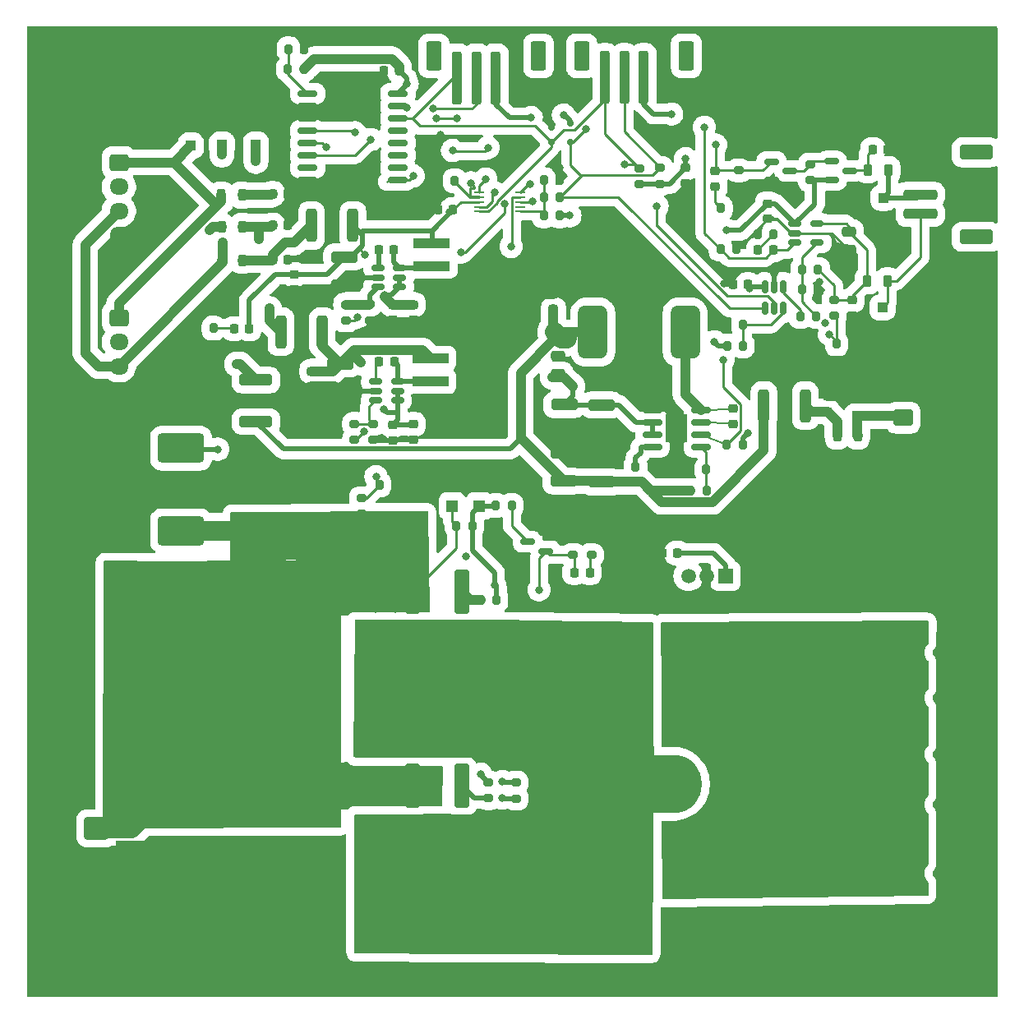
<source format=gbr>
%TF.GenerationSoftware,KiCad,Pcbnew,8.0.3*%
%TF.CreationDate,2024-07-08T19:31:20+01:00*%
%TF.ProjectId,PA_Power,50415f50-6f77-4657-922e-6b696361645f,rev?*%
%TF.SameCoordinates,Original*%
%TF.FileFunction,Copper,L1,Top*%
%TF.FilePolarity,Positive*%
%FSLAX46Y46*%
G04 Gerber Fmt 4.6, Leading zero omitted, Abs format (unit mm)*
G04 Created by KiCad (PCBNEW 8.0.3) date 2024-07-08 19:31:20*
%MOMM*%
%LPD*%
G01*
G04 APERTURE LIST*
G04 Aperture macros list*
%AMRoundRect*
0 Rectangle with rounded corners*
0 $1 Rounding radius*
0 $2 $3 $4 $5 $6 $7 $8 $9 X,Y pos of 4 corners*
0 Add a 4 corners polygon primitive as box body*
4,1,4,$2,$3,$4,$5,$6,$7,$8,$9,$2,$3,0*
0 Add four circle primitives for the rounded corners*
1,1,$1+$1,$2,$3*
1,1,$1+$1,$4,$5*
1,1,$1+$1,$6,$7*
1,1,$1+$1,$8,$9*
0 Add four rect primitives between the rounded corners*
20,1,$1+$1,$2,$3,$4,$5,0*
20,1,$1+$1,$4,$5,$6,$7,0*
20,1,$1+$1,$6,$7,$8,$9,0*
20,1,$1+$1,$8,$9,$2,$3,0*%
%AMHorizOval*
0 Thick line with rounded ends*
0 $1 width*
0 $2 $3 position (X,Y) of the first rounded end (center of the circle)*
0 $4 $5 position (X,Y) of the second rounded end (center of the circle)*
0 Add line between two ends*
20,1,$1,$2,$3,$4,$5,0*
0 Add two circle primitives to create the rounded ends*
1,1,$1,$2,$3*
1,1,$1,$4,$5*%
G04 Aperture macros list end*
%TA.AperFunction,Conductor*%
%ADD10C,0.200000*%
%TD*%
%TA.AperFunction,ComponentPad*%
%ADD11C,5.600000*%
%TD*%
%TA.AperFunction,SMDPad,CuDef*%
%ADD12RoundRect,0.200000X-0.200000X-0.275000X0.200000X-0.275000X0.200000X0.275000X-0.200000X0.275000X0*%
%TD*%
%TA.AperFunction,SMDPad,CuDef*%
%ADD13RoundRect,0.200000X-0.275000X0.200000X-0.275000X-0.200000X0.275000X-0.200000X0.275000X0.200000X0*%
%TD*%
%TA.AperFunction,SMDPad,CuDef*%
%ADD14RoundRect,0.218750X-0.218750X-0.381250X0.218750X-0.381250X0.218750X0.381250X-0.218750X0.381250X0*%
%TD*%
%TA.AperFunction,SMDPad,CuDef*%
%ADD15RoundRect,0.250000X1.450000X-0.312500X1.450000X0.312500X-1.450000X0.312500X-1.450000X-0.312500X0*%
%TD*%
%TA.AperFunction,ComponentPad*%
%ADD16O,1.950000X1.700000*%
%TD*%
%TA.AperFunction,ComponentPad*%
%ADD17RoundRect,0.250000X-0.725000X0.600000X-0.725000X-0.600000X0.725000X-0.600000X0.725000X0.600000X0*%
%TD*%
%TA.AperFunction,SMDPad,CuDef*%
%ADD18RoundRect,0.150000X-0.587500X-0.150000X0.587500X-0.150000X0.587500X0.150000X-0.587500X0.150000X0*%
%TD*%
%TA.AperFunction,SMDPad,CuDef*%
%ADD19RoundRect,0.225000X0.225000X0.250000X-0.225000X0.250000X-0.225000X-0.250000X0.225000X-0.250000X0*%
%TD*%
%TA.AperFunction,SMDPad,CuDef*%
%ADD20RoundRect,0.200000X0.200000X0.275000X-0.200000X0.275000X-0.200000X-0.275000X0.200000X-0.275000X0*%
%TD*%
%TA.AperFunction,SMDPad,CuDef*%
%ADD21RoundRect,0.225000X0.250000X-0.225000X0.250000X0.225000X-0.250000X0.225000X-0.250000X-0.225000X0*%
%TD*%
%TA.AperFunction,SMDPad,CuDef*%
%ADD22RoundRect,0.150000X-0.512500X-0.150000X0.512500X-0.150000X0.512500X0.150000X-0.512500X0.150000X0*%
%TD*%
%TA.AperFunction,SMDPad,CuDef*%
%ADD23RoundRect,0.375000X2.000000X-1.125000X2.000000X1.125000X-2.000000X1.125000X-2.000000X-1.125000X0*%
%TD*%
%TA.AperFunction,SMDPad,CuDef*%
%ADD24R,3.700000X0.980000*%
%TD*%
%TA.AperFunction,HeatsinkPad*%
%ADD25C,0.500000*%
%TD*%
%TA.AperFunction,HeatsinkPad*%
%ADD26R,2.290000X3.000000*%
%TD*%
%TA.AperFunction,SMDPad,CuDef*%
%ADD27RoundRect,0.150000X-0.825000X-0.150000X0.825000X-0.150000X0.825000X0.150000X-0.825000X0.150000X0*%
%TD*%
%TA.AperFunction,SMDPad,CuDef*%
%ADD28RoundRect,0.150000X-0.875000X-0.150000X0.875000X-0.150000X0.875000X0.150000X-0.875000X0.150000X0*%
%TD*%
%TA.AperFunction,SMDPad,CuDef*%
%ADD29RoundRect,0.200000X0.275000X-0.200000X0.275000X0.200000X-0.275000X0.200000X-0.275000X-0.200000X0*%
%TD*%
%TA.AperFunction,SMDPad,CuDef*%
%ADD30RoundRect,0.218750X-0.218750X-0.256250X0.218750X-0.256250X0.218750X0.256250X-0.218750X0.256250X0*%
%TD*%
%TA.AperFunction,SMDPad,CuDef*%
%ADD31RoundRect,0.218750X0.218750X0.381250X-0.218750X0.381250X-0.218750X-0.381250X0.218750X-0.381250X0*%
%TD*%
%TA.AperFunction,SMDPad,CuDef*%
%ADD32RoundRect,0.250000X-1.100000X0.325000X-1.100000X-0.325000X1.100000X-0.325000X1.100000X0.325000X0*%
%TD*%
%TA.AperFunction,SMDPad,CuDef*%
%ADD33RoundRect,0.400000X-0.400000X1.900000X-0.400000X-1.900000X0.400000X-1.900000X0.400000X1.900000X0*%
%TD*%
%TA.AperFunction,SMDPad,CuDef*%
%ADD34R,17.000000X14.200000*%
%TD*%
%TA.AperFunction,SMDPad,CuDef*%
%ADD35RoundRect,0.225000X-0.225000X-0.250000X0.225000X-0.250000X0.225000X0.250000X-0.225000X0.250000X0*%
%TD*%
%TA.AperFunction,ComponentPad*%
%ADD36O,2.000000X1.700000*%
%TD*%
%TA.AperFunction,ComponentPad*%
%ADD37RoundRect,0.250000X0.750000X-0.600000X0.750000X0.600000X-0.750000X0.600000X-0.750000X-0.600000X0*%
%TD*%
%TA.AperFunction,SMDPad,CuDef*%
%ADD38R,1.100000X0.250000*%
%TD*%
%TA.AperFunction,ComponentPad*%
%ADD39C,1.524000*%
%TD*%
%TA.AperFunction,ComponentPad*%
%ADD40C,2.500000*%
%TD*%
%TA.AperFunction,SMDPad,CuDef*%
%ADD41R,11.800000X25.800000*%
%TD*%
%TA.AperFunction,SMDPad,CuDef*%
%ADD42RoundRect,0.250000X0.475000X-0.250000X0.475000X0.250000X-0.475000X0.250000X-0.475000X-0.250000X0*%
%TD*%
%TA.AperFunction,SMDPad,CuDef*%
%ADD43RoundRect,0.225000X-0.250000X0.225000X-0.250000X-0.225000X0.250000X-0.225000X0.250000X0.225000X0*%
%TD*%
%TA.AperFunction,SMDPad,CuDef*%
%ADD44RoundRect,0.250000X-0.300000X0.300000X-0.300000X-0.300000X0.300000X-0.300000X0.300000X0.300000X0*%
%TD*%
%TA.AperFunction,SMDPad,CuDef*%
%ADD45RoundRect,0.750000X0.750000X2.000000X-0.750000X2.000000X-0.750000X-2.000000X0.750000X-2.000000X0*%
%TD*%
%TA.AperFunction,ComponentPad*%
%ADD46HorizOval,0.800000X0.000000X0.000000X0.000000X0.000000X0*%
%TD*%
%TA.AperFunction,ComponentPad*%
%ADD47HorizOval,0.800000X0.000000X0.000000X0.000000X0.000000X0*%
%TD*%
%TA.AperFunction,ComponentPad*%
%ADD48C,0.800000*%
%TD*%
%TA.AperFunction,ComponentPad*%
%ADD49O,9.000000X6.000000*%
%TD*%
%TA.AperFunction,ComponentPad*%
%ADD50C,1.500000*%
%TD*%
%TA.AperFunction,ComponentPad*%
%ADD51R,1.500000X1.500000*%
%TD*%
%TA.AperFunction,SMDPad,CuDef*%
%ADD52RoundRect,0.250000X0.300000X-0.300000X0.300000X0.300000X-0.300000X0.300000X-0.300000X-0.300000X0*%
%TD*%
%TA.AperFunction,SMDPad,CuDef*%
%ADD53RoundRect,0.150000X-0.150000X0.512500X-0.150000X-0.512500X0.150000X-0.512500X0.150000X0.512500X0*%
%TD*%
%TA.AperFunction,SMDPad,CuDef*%
%ADD54RoundRect,0.250000X1.000000X0.900000X-1.000000X0.900000X-1.000000X-0.900000X1.000000X-0.900000X0*%
%TD*%
%TA.AperFunction,SMDPad,CuDef*%
%ADD55RoundRect,0.250000X0.312500X1.450000X-0.312500X1.450000X-0.312500X-1.450000X0.312500X-1.450000X0*%
%TD*%
%TA.AperFunction,SMDPad,CuDef*%
%ADD56RoundRect,0.250000X-0.550000X-1.250000X0.550000X-1.250000X0.550000X1.250000X-0.550000X1.250000X0*%
%TD*%
%TA.AperFunction,SMDPad,CuDef*%
%ADD57RoundRect,0.250000X-0.250000X-2.500000X0.250000X-2.500000X0.250000X2.500000X-0.250000X2.500000X0*%
%TD*%
%TA.AperFunction,SMDPad,CuDef*%
%ADD58RoundRect,0.150000X0.587500X0.150000X-0.587500X0.150000X-0.587500X-0.150000X0.587500X-0.150000X0*%
%TD*%
%TA.AperFunction,SMDPad,CuDef*%
%ADD59R,11.800000X13.800000*%
%TD*%
%TA.AperFunction,SMDPad,CuDef*%
%ADD60RoundRect,0.250000X1.100000X-0.325000X1.100000X0.325000X-1.100000X0.325000X-1.100000X-0.325000X0*%
%TD*%
%TA.AperFunction,SMDPad,CuDef*%
%ADD61RoundRect,0.250000X1.500000X-0.250000X1.500000X0.250000X-1.500000X0.250000X-1.500000X-0.250000X0*%
%TD*%
%TA.AperFunction,SMDPad,CuDef*%
%ADD62RoundRect,0.250001X1.449999X-0.499999X1.449999X0.499999X-1.449999X0.499999X-1.449999X-0.499999X0*%
%TD*%
%TA.AperFunction,SMDPad,CuDef*%
%ADD63R,1.200000X1.200000*%
%TD*%
%TA.AperFunction,SMDPad,CuDef*%
%ADD64RoundRect,0.218750X0.256250X-0.218750X0.256250X0.218750X-0.256250X0.218750X-0.256250X-0.218750X0*%
%TD*%
%TA.AperFunction,SMDPad,CuDef*%
%ADD65RoundRect,0.175000X-0.175000X-0.325000X0.175000X-0.325000X0.175000X0.325000X-0.175000X0.325000X0*%
%TD*%
%TA.AperFunction,SMDPad,CuDef*%
%ADD66RoundRect,0.150000X-0.200000X-0.150000X0.200000X-0.150000X0.200000X0.150000X-0.200000X0.150000X0*%
%TD*%
%TA.AperFunction,SMDPad,CuDef*%
%ADD67RoundRect,0.250000X-0.900000X1.000000X-0.900000X-1.000000X0.900000X-1.000000X0.900000X1.000000X0*%
%TD*%
%TA.AperFunction,SMDPad,CuDef*%
%ADD68RoundRect,0.218750X0.218750X0.256250X-0.218750X0.256250X-0.218750X-0.256250X0.218750X-0.256250X0*%
%TD*%
%TA.AperFunction,SMDPad,CuDef*%
%ADD69RoundRect,0.250000X-0.475000X0.250000X-0.475000X-0.250000X0.475000X-0.250000X0.475000X0.250000X0*%
%TD*%
%TA.AperFunction,ViaPad*%
%ADD70C,1.000000*%
%TD*%
%TA.AperFunction,ViaPad*%
%ADD71C,0.800000*%
%TD*%
%TA.AperFunction,Conductor*%
%ADD72C,1.000000*%
%TD*%
%TA.AperFunction,Conductor*%
%ADD73C,0.500000*%
%TD*%
%TA.AperFunction,Conductor*%
%ADD74C,2.000000*%
%TD*%
%TA.AperFunction,Conductor*%
%ADD75C,0.250000*%
%TD*%
G04 APERTURE END LIST*
D10*
%TO.N,Net-(U3-SW)*%
X94470000Y-59480000D02*
X97740000Y-59400000D01*
%TO.N,Net-(U3-BOOT)*%
X94450000Y-60750000D02*
X97720000Y-60910000D01*
%TO.N,/12V_Good*%
X94460000Y-62050000D02*
X97110000Y-63060000D01*
%TD*%
D11*
%TO.P,H5,1,1*%
%TO.N,GND*%
X119000000Y-70000000D03*
%TD*%
D12*
%TO.P,R25,2*%
%TO.N,+3.3V*%
X79910000Y-39490000D03*
%TO.P,R25,1*%
%TO.N,Net-(U5-ADDR)*%
X78260000Y-39490000D03*
%TD*%
D13*
%TO.P,R8,2*%
%TO.N,Net-(Q2-G)*%
X72580000Y-99515000D03*
%TO.P,R8,1*%
%TO.N,Net-(D2-A)*%
X72580000Y-97865000D03*
%TD*%
D14*
%TO.P,L9,1,1*%
%TO.N,Net-(U7-VOUT)*%
X111547500Y-46220000D03*
%TO.P,L9,2,2*%
%TO.N,Net-(D13-A1)*%
X113672500Y-46220000D03*
%TD*%
D15*
%TO.P,F4,2*%
%TO.N,Net-(C21-Pad1)*%
X48620000Y-56422500D03*
%TO.P,F4,1*%
%TO.N,+12V*%
X48620000Y-60697500D03*
%TD*%
D16*
%TO.P,J5,4,Pin_4*%
%TO.N,GND*%
X34500000Y-57500000D03*
%TO.P,J5,3,Pin_3*%
%TO.N,Net-(D8-A1)*%
X34500000Y-55000000D03*
%TO.P,J5,2,Pin_2*%
%TO.N,Net-(D7-A1)*%
X34500000Y-52500000D03*
D17*
%TO.P,J5,1,Pin_1*%
%TO.N,Net-(D6-A1)*%
X34500000Y-50000000D03*
%TD*%
D18*
%TO.P,Q5,3,D*%
%TO.N,Net-(Q5-D)*%
X109815000Y-34850000D03*
%TO.P,Q5,2,S*%
%TO.N,+12V*%
X107940000Y-35800000D03*
%TO.P,Q5,1,G*%
%TO.N,Net-(Q4-D)*%
X107940000Y-33900000D03*
%TD*%
D16*
%TO.P,J6,4,Pin_4*%
%TO.N,GND*%
X34500000Y-41500000D03*
%TO.P,J6,3,Pin_3*%
%TO.N,Net-(D8-A1)*%
X34500000Y-39000000D03*
%TO.P,J6,2,Pin_2*%
%TO.N,Net-(D7-A1)*%
X34500000Y-36500000D03*
D17*
%TO.P,J6,1,Pin_1*%
%TO.N,Net-(D6-A1)*%
X34500000Y-34000000D03*
%TD*%
D19*
%TO.P,C25,2*%
%TO.N,GND*%
X97745000Y-46600000D03*
%TO.P,C25,1*%
%TO.N,+3.3V*%
X99295000Y-46600000D03*
%TD*%
D20*
%TO.P,R32,2*%
%TO.N,Net-(U8-A0)*%
X51950000Y-22310000D03*
%TO.P,R32,1*%
%TO.N,GND*%
X53600000Y-22310000D03*
%TD*%
D21*
%TO.P,C22,2*%
%TO.N,GND*%
X107470000Y-58110000D03*
%TO.P,C22,1*%
%TO.N,Net-(C22-Pad1)*%
X107470000Y-59660000D03*
%TD*%
D13*
%TO.P,TH1,1*%
%TO.N,+3.3V*%
X75420000Y-97895000D03*
%TO.P,TH1,2*%
%TO.N,Net-(U5-AIN3)*%
X75420000Y-99545000D03*
%TD*%
D20*
%TO.P,R34,2*%
%TO.N,Net-(U6-VOUT)*%
X104702500Y-49850000D03*
%TO.P,R34,1*%
%TO.N,Net-(U7-ADJ)*%
X106352500Y-49850000D03*
%TD*%
D22*
%TO.P,U7,1,VIN*%
%TO.N,+12V*%
X104160000Y-40330000D03*
%TO.P,U7,2,GND*%
%TO.N,GND*%
X104160000Y-41280000D03*
%TO.P,U7,3,EN*%
%TO.N,/Vgg_On*%
X104160000Y-42230000D03*
%TO.P,U7,4,ADJ*%
%TO.N,Net-(U7-ADJ)*%
X106435000Y-42230000D03*
%TO.P,U7,5,VOUT*%
%TO.N,Net-(U7-VOUT)*%
X106435000Y-40330000D03*
%TD*%
D23*
%TO.P,F1,1*%
%TO.N,Net-(D1-A1)*%
X40890000Y-71940000D03*
%TO.P,F1,2*%
%TO.N,Net-(U3-EN)*%
X40890000Y-63440000D03*
%TD*%
D24*
%TO.P,L1,1,1*%
%TO.N,Net-(U1-SW)*%
X66600000Y-56570000D03*
%TO.P,L1,2,2*%
%TO.N,Net-(C11-Pad1)*%
X66600000Y-54200000D03*
%TD*%
D12*
%TO.P,R24,2*%
%TO.N,Net-(J3-Pin_2)*%
X79915000Y-37580000D03*
%TO.P,R24,1*%
%TO.N,Net-(U5-ADDR)*%
X78265000Y-37580000D03*
%TD*%
D25*
%TO.P,U3,9,EP*%
%TO.N,GND*%
X92620000Y-62390000D03*
X92620000Y-61390000D03*
X92620000Y-60390000D03*
D26*
X91970000Y-61390000D03*
D25*
X91320000Y-62390000D03*
X91320000Y-61390000D03*
X91320000Y-60390000D03*
D27*
%TO.P,U3,8,SW*%
%TO.N,Net-(U3-SW)*%
X94445000Y-59485000D03*
%TO.P,U3,7,BOOT*%
%TO.N,Net-(U3-BOOT)*%
X94445000Y-60755000D03*
%TO.P,U3,6,PG*%
%TO.N,/12V_Good*%
X94445000Y-62025000D03*
%TO.P,U3,5,FB*%
%TO.N,Net-(U3-FB)*%
X94445000Y-63295000D03*
%TO.P,U3,4,RT/SYNC*%
%TO.N,Net-(U3-RT{slash}SYNC)*%
X89495000Y-63295000D03*
%TO.P,U3,3,VIN*%
%TO.N,Net-(U3-EN)*%
X89495000Y-62025000D03*
%TO.P,U3,2,EN*%
X89495000Y-60755000D03*
%TO.P,U3,1,GND*%
%TO.N,GND*%
X89495000Y-59485000D03*
%TD*%
D28*
%TO.P,U8,1,A0*%
%TO.N,Net-(U8-A0)*%
X53940000Y-26900000D03*
%TO.P,U8,2,A1*%
%TO.N,GND*%
X53940000Y-28170000D03*
%TO.P,U8,3,A2*%
X53940000Y-29440000D03*
%TO.P,U8,4,P0*%
%TO.N,/Vgg_On*%
X53940000Y-30710000D03*
%TO.P,U8,5,P1*%
%TO.N,/HV_On*%
X53940000Y-31980000D03*
%TO.P,U8,6,P2*%
%TO.N,/Vgg Cntrl*%
X53940000Y-33250000D03*
%TO.P,U8,7,P3*%
%TO.N,unconnected-(U8-P3-Pad7)*%
X53940000Y-34520000D03*
%TO.P,U8,8,VSS*%
%TO.N,GND*%
X53940000Y-35790000D03*
%TO.P,U8,9,P4*%
%TO.N,/12V_Good*%
X63240000Y-35790000D03*
%TO.P,U8,10,P5*%
%TO.N,unconnected-(U8-P5-Pad10)*%
X63240000Y-34520000D03*
%TO.P,U8,11,P6*%
%TO.N,unconnected-(U8-P6-Pad11)*%
X63240000Y-33250000D03*
%TO.P,U8,12,P7*%
%TO.N,unconnected-(U8-P7-Pad12)*%
X63240000Y-31980000D03*
%TO.P,U8,13,~{INT}*%
%TO.N,unconnected-(U8-~{INT}-Pad13)*%
X63240000Y-30710000D03*
%TO.P,U8,14,SCL*%
%TO.N,Net-(J3-Pin_1)*%
X63240000Y-29440000D03*
%TO.P,U8,15,SDA*%
%TO.N,Net-(J3-Pin_2)*%
X63240000Y-28170000D03*
%TO.P,U8,16,VDD*%
%TO.N,+3.3V*%
X63240000Y-26900000D03*
%TD*%
D29*
%TO.P,R27,2*%
%TO.N,Net-(J3-Pin_2)*%
X90267500Y-34545000D03*
%TO.P,R27,1*%
%TO.N,+3.3V*%
X90267500Y-36195000D03*
%TD*%
D12*
%TO.P,R37,2*%
%TO.N,GND*%
X110090000Y-52690000D03*
%TO.P,R37,1*%
%TO.N,/Vgg_Voltage*%
X108440000Y-52690000D03*
%TD*%
D14*
%TO.P,L8,2,2*%
%TO.N,Net-(D14-A1)*%
X113762500Y-34770000D03*
%TO.P,L8,1,1*%
%TO.N,Net-(Q5-D)*%
X111637500Y-34770000D03*
%TD*%
D30*
%TO.P,D4,2,A*%
%TO.N,+3.3V*%
X47930000Y-51135000D03*
%TO.P,D4,1,K*%
%TO.N,Net-(D4-K)*%
X46355000Y-51135000D03*
%TD*%
D12*
%TO.P,R3,1*%
%TO.N,Net-(U3-RT{slash}SYNC)*%
X87735000Y-65360000D03*
%TO.P,R3,2*%
%TO.N,GND*%
X89385000Y-65360000D03*
%TD*%
D31*
%TO.P,L6,2,2*%
%TO.N,Net-(D6-A1)*%
X45057500Y-37350000D03*
%TO.P,L6,1,1*%
%TO.N,Net-(C21-Pad1)*%
X47182500Y-37350000D03*
%TD*%
D32*
%TO.P,C7,1*%
%TO.N,Net-(U3-EN)*%
X80380000Y-58960000D03*
%TO.P,C7,2*%
%TO.N,GND*%
X80380000Y-61910000D03*
%TD*%
D33*
%TO.P,Q3,3,S*%
%TO.N,Net-(D1-A1)*%
X64720000Y-78250000D03*
D34*
%TO.P,Q3,2,D*%
%TO.N,Net-(Q2-D)*%
X67260000Y-88250000D03*
D33*
%TO.P,Q3,1,G*%
%TO.N,Net-(Q3-G)*%
X69800000Y-78250000D03*
%TD*%
D20*
%TO.P,R9,2*%
%TO.N,Net-(Q3-G)*%
X71745000Y-79110000D03*
%TO.P,R9,1*%
%TO.N,Net-(D2-A)*%
X73395000Y-79110000D03*
%TD*%
D29*
%TO.P,R7,2*%
%TO.N,GND*%
X81290000Y-72775000D03*
%TO.P,R7,1*%
%TO.N,/HV_On*%
X81290000Y-74425000D03*
%TD*%
D35*
%TO.P,C16,1*%
%TO.N,Net-(C16-Pad1)*%
X50345000Y-40490000D03*
%TO.P,C16,2*%
%TO.N,GND*%
X51895000Y-40490000D03*
%TD*%
D21*
%TO.P,C20,2*%
%TO.N,GND*%
X79270000Y-47595000D03*
%TO.P,C20,1*%
%TO.N,+12V*%
X79270000Y-49145000D03*
%TD*%
D36*
%TO.P,J7,2,Pin_2*%
%TO.N,GND*%
X115300000Y-57790000D03*
D37*
%TO.P,J7,1,Pin_1*%
%TO.N,Net-(D9-A1)*%
X115300000Y-60290000D03*
%TD*%
D20*
%TO.P,R31,2*%
%TO.N,Net-(U8-A0)*%
X51915000Y-24370000D03*
%TO.P,R31,1*%
%TO.N,+3.3V*%
X53565000Y-24370000D03*
%TD*%
D29*
%TO.P,R30,2*%
%TO.N,Net-(Q4-D)*%
X105747500Y-34185000D03*
%TO.P,R30,1*%
%TO.N,+12V*%
X105747500Y-35835000D03*
%TD*%
D38*
%TO.P,U5,1,ADDR*%
%TO.N,Net-(U5-ADDR)*%
X75870000Y-39070000D03*
%TO.P,U5,2,ALERT/RDY*%
%TO.N,unconnected-(U5-ALERT{slash}RDY-Pad2)*%
X75870000Y-38570000D03*
%TO.P,U5,3,GND*%
%TO.N,GND*%
X75870000Y-38070000D03*
%TO.P,U5,4,AIN0*%
%TO.N,/PA_Current*%
X75870000Y-37570000D03*
%TO.P,U5,5,AIN1*%
%TO.N,/PA_Voltage*%
X75870000Y-37070000D03*
%TO.P,U5,6,AIN2*%
%TO.N,/Vgg_Voltage*%
X71570000Y-37070000D03*
%TO.P,U5,7,AIN3*%
%TO.N,Net-(U5-AIN3)*%
X71570000Y-37570000D03*
%TO.P,U5,8,VDD*%
%TO.N,+3.3V*%
X71570000Y-38070000D03*
%TO.P,U5,9,SDA*%
%TO.N,Net-(J3-Pin_2)*%
X71570000Y-38570000D03*
%TO.P,U5,10,SCL*%
%TO.N,Net-(J3-Pin_1)*%
X71570000Y-39070000D03*
%TD*%
D12*
%TO.P,R15,2*%
%TO.N,Net-(U3-FB)*%
X95045000Y-67830000D03*
%TO.P,R15,1*%
%TO.N,+12V*%
X93395000Y-67830000D03*
%TD*%
D29*
%TO.P,R5,2*%
%TO.N,GND*%
X83180000Y-72795000D03*
%TO.P,R5,1*%
%TO.N,Net-(D3-K)*%
X83180000Y-74445000D03*
%TD*%
D39*
%TO.P,J4,1,Pin_1*%
%TO.N,Net-(D5-A1)*%
X116121400Y-89560000D03*
X116121400Y-84060000D03*
X116000000Y-107033800D03*
X116000000Y-101533800D03*
X116000000Y-96033800D03*
D40*
X114701400Y-92560000D03*
X114701400Y-86560000D03*
X114580000Y-104533800D03*
X114580000Y-98533800D03*
D39*
X113871400Y-89560000D03*
X113871400Y-84060000D03*
X113750000Y-107033800D03*
X113750000Y-101533800D03*
X113750000Y-96033800D03*
X111621400Y-89560000D03*
X111621400Y-84060000D03*
X111500000Y-107033800D03*
X111500000Y-101533800D03*
X111500000Y-96033800D03*
D41*
X111500000Y-95533800D03*
D40*
X109621400Y-92560000D03*
X109621400Y-86560000D03*
X109500000Y-104533800D03*
X109500000Y-98533800D03*
D39*
X109371400Y-89560000D03*
X109371400Y-84060000D03*
X109250000Y-107033800D03*
X109250000Y-101533800D03*
X109250000Y-96033800D03*
X107121400Y-89560000D03*
X107121400Y-84060000D03*
X107000000Y-107033800D03*
X107000000Y-101533800D03*
X107000000Y-96033800D03*
%TD*%
D13*
%TO.P,R36,2*%
%TO.N,/Vgg_Voltage*%
X108180000Y-49815000D03*
%TO.P,R36,1*%
%TO.N,Net-(U7-VOUT)*%
X108180000Y-48165000D03*
%TD*%
D31*
%TO.P,L4,2,2*%
%TO.N,Net-(D7-A1)*%
X45077500Y-40620000D03*
%TO.P,L4,1,1*%
%TO.N,Net-(C16-Pad1)*%
X47202500Y-40620000D03*
%TD*%
D35*
%TO.P,C8,1*%
%TO.N,Net-(U1-CB)*%
X61310000Y-54500000D03*
%TO.P,C8,2*%
%TO.N,Net-(U1-SW)*%
X62860000Y-54500000D03*
%TD*%
D32*
%TO.P,C6,1*%
%TO.N,Net-(U3-EN)*%
X84220000Y-58980000D03*
%TO.P,C6,2*%
%TO.N,GND*%
X84220000Y-61930000D03*
%TD*%
D12*
%TO.P,R4,2*%
%TO.N,Net-(D2-A)*%
X70915000Y-71420000D03*
%TO.P,R4,1*%
%TO.N,Net-(D1-A1)*%
X69265000Y-71420000D03*
%TD*%
%TO.P,R28,2*%
%TO.N,GND*%
X98185000Y-38720000D03*
%TO.P,R28,1*%
%TO.N,Net-(D12-K)*%
X96535000Y-38720000D03*
%TD*%
D35*
%TO.P,C9,1*%
%TO.N,Net-(U2-CB)*%
X61285000Y-43040000D03*
%TO.P,C9,2*%
%TO.N,Net-(U2-SW)*%
X62835000Y-43040000D03*
%TD*%
D42*
%TO.P,C3,1*%
%TO.N,Net-(U3-EN)*%
X79770000Y-55800000D03*
%TO.P,C3,2*%
%TO.N,GND*%
X79770000Y-53900000D03*
%TD*%
D43*
%TO.P,C4,1*%
%TO.N,+12V*%
X62690000Y-61060000D03*
%TO.P,C4,2*%
%TO.N,GND*%
X62690000Y-62610000D03*
%TD*%
%TO.P,C24,2*%
%TO.N,GND*%
X92877500Y-36120000D03*
%TO.P,C24,1*%
%TO.N,+3.3V*%
X92877500Y-34570000D03*
%TD*%
%TO.P,C29,2*%
%TO.N,GND*%
X110050000Y-49750000D03*
%TO.P,C29,1*%
%TO.N,Net-(U7-VOUT)*%
X110050000Y-48200000D03*
%TD*%
D29*
%TO.P,R14,2*%
%TO.N,Net-(U2-FB)*%
X60320000Y-48630000D03*
%TO.P,R14,1*%
%TO.N,GND*%
X60320000Y-50280000D03*
%TD*%
D32*
%TO.P,C11,1*%
%TO.N,Net-(C11-Pad1)*%
X57320000Y-54745000D03*
%TO.P,C11,2*%
%TO.N,GND*%
X57320000Y-57695000D03*
%TD*%
D11*
%TO.P,H2,1,1*%
%TO.N,GND*%
X31000000Y-70000000D03*
%TD*%
D13*
%TO.P,R11,2*%
%TO.N,GND*%
X60670000Y-62595000D03*
%TO.P,R11,1*%
%TO.N,Net-(U1-FB)*%
X60670000Y-60945000D03*
%TD*%
D12*
%TO.P,R13,2*%
%TO.N,+3.3V*%
X98765000Y-63070000D03*
%TO.P,R13,1*%
%TO.N,/12V_Good*%
X97115000Y-63070000D03*
%TD*%
%TO.P,R6,2*%
%TO.N,Net-(Q1-D)*%
X74960000Y-69330000D03*
%TO.P,R6,1*%
%TO.N,Net-(D2-A)*%
X73310000Y-69330000D03*
%TD*%
D44*
%TO.P,D13,1,A1*%
%TO.N,Net-(D13-A1)*%
X113160000Y-48960000D03*
%TO.P,D13,2,A2*%
%TO.N,GND*%
X113160000Y-51760000D03*
%TD*%
D39*
%TO.P,J1,1,Pin_1*%
%TO.N,Net-(D1-A1)*%
X44500000Y-87630000D03*
X44500000Y-82130000D03*
X44500000Y-76630000D03*
X44378600Y-99603800D03*
X44378600Y-94103800D03*
X42250000Y-87630000D03*
X42250000Y-82130000D03*
X42250000Y-76630000D03*
X42128600Y-99603800D03*
X42128600Y-94103800D03*
D40*
X42000000Y-85130000D03*
X42000000Y-79130000D03*
X41878600Y-97103800D03*
X41878600Y-91103800D03*
D41*
X40000000Y-88130000D03*
D39*
X40000000Y-87630000D03*
X40000000Y-82130000D03*
X40000000Y-76630000D03*
X39878600Y-99603800D03*
X39878600Y-94103800D03*
X37750000Y-87630000D03*
X37750000Y-82130000D03*
X37750000Y-76630000D03*
X37628600Y-99603800D03*
X37628600Y-94103800D03*
D40*
X36920000Y-85130000D03*
X36920000Y-79130000D03*
X36798600Y-97103800D03*
X36798600Y-91103800D03*
D39*
X35500000Y-87630000D03*
X35500000Y-82130000D03*
X35500000Y-76630000D03*
X35378600Y-99603800D03*
X35378600Y-94103800D03*
%TD*%
D12*
%TO.P,R20,2*%
%TO.N,Net-(U6-A0)*%
X98765000Y-50690000D03*
%TO.P,R20,1*%
%TO.N,GND*%
X97115000Y-50690000D03*
%TD*%
D29*
%TO.P,R1,1*%
%TO.N,Net-(D1-A1)*%
X59490000Y-70217500D03*
%TO.P,R1,2*%
%TO.N,/PA_Voltage*%
X59490000Y-68567500D03*
%TD*%
D45*
%TO.P,L3,1,1*%
%TO.N,Net-(U3-SW)*%
X92830000Y-51500000D03*
%TO.P,L3,2,2*%
%TO.N,+12V*%
X83330000Y-51500000D03*
%TD*%
D35*
%TO.P,C21,2*%
%TO.N,GND*%
X51875000Y-37210000D03*
%TO.P,C21,1*%
%TO.N,Net-(C21-Pad1)*%
X50325000Y-37210000D03*
%TD*%
D12*
%TO.P,R19,2*%
%TO.N,Net-(U6-A0)*%
X98795000Y-52880000D03*
%TO.P,R19,1*%
%TO.N,+3.3V*%
X97145000Y-52880000D03*
%TD*%
D20*
%TO.P,R16,2*%
%TO.N,GND*%
X93365000Y-65640000D03*
%TO.P,R16,1*%
%TO.N,Net-(U3-FB)*%
X95015000Y-65640000D03*
%TD*%
%TO.P,R17,2*%
%TO.N,GND*%
X42577500Y-51085000D03*
%TO.P,R17,1*%
%TO.N,Net-(D4-K)*%
X44227500Y-51085000D03*
%TD*%
D14*
%TO.P,L7,2,2*%
%TO.N,Net-(D9-A1)*%
X110612500Y-62180000D03*
%TO.P,L7,1,1*%
%TO.N,Net-(C22-Pad1)*%
X108487500Y-62180000D03*
%TD*%
D43*
%TO.P,C5,1*%
%TO.N,+12V*%
X62730000Y-48655000D03*
%TO.P,C5,2*%
%TO.N,GND*%
X62730000Y-50205000D03*
%TD*%
D22*
%TO.P,U2,1,CB*%
%TO.N,Net-(U2-CB)*%
X61160000Y-44900000D03*
%TO.P,U2,2,GND*%
%TO.N,GND*%
X61160000Y-45850000D03*
%TO.P,U2,3,FB*%
%TO.N,Net-(U2-FB)*%
X61160000Y-46800000D03*
%TO.P,U2,4,~{SHDN}*%
%TO.N,+12V*%
X63435000Y-46800000D03*
%TO.P,U2,5,VIN*%
X63435000Y-45850000D03*
%TO.P,U2,6,SW*%
%TO.N,Net-(U2-SW)*%
X63435000Y-44900000D03*
%TD*%
D20*
%TO.P,R21,2*%
%TO.N,GND*%
X100290000Y-41360000D03*
%TO.P,R21,1*%
%TO.N,Net-(D10-K)*%
X101940000Y-41360000D03*
%TD*%
D46*
%TO.P,U4,5,IP-*%
%TO.N,Net-(D5-A1)*%
X96140000Y-97390000D03*
D47*
X96140000Y-98650000D03*
D48*
X96890000Y-96360000D03*
X96890000Y-99680000D03*
X98090000Y-95970000D03*
X98090000Y-100070000D03*
X99420000Y-95970000D03*
X99420000Y-100070000D03*
D49*
X100090000Y-98020000D03*
D48*
X100760000Y-95970000D03*
X100760000Y-100070000D03*
X102090000Y-95970000D03*
X102090000Y-100070000D03*
X103290000Y-96360000D03*
X103290000Y-99680000D03*
X104040000Y-97390000D03*
X104040000Y-98650000D03*
%TO.P,U4,4,IP+*%
%TO.N,Net-(Q2-D)*%
X86140000Y-97390000D03*
X86140000Y-98650000D03*
X86890000Y-96360000D03*
X86890000Y-99680000D03*
X88090000Y-95970000D03*
X88090000Y-100070000D03*
X89420000Y-95970000D03*
X89420000Y-100070000D03*
D49*
X90090000Y-98020000D03*
D48*
X90760000Y-95970000D03*
X90760000Y-100070000D03*
X92090000Y-95970000D03*
X92090000Y-100070000D03*
X93290000Y-96360000D03*
X93290000Y-99680000D03*
D47*
X94040000Y-97390000D03*
D46*
X94040000Y-98650000D03*
D50*
%TO.P,U4,3,VIOUT*%
%TO.N,/PA_Current*%
X93180000Y-76620000D03*
%TO.P,U4,2,GND*%
%TO.N,GND*%
X95090000Y-76620000D03*
D51*
%TO.P,U4,1,VCC*%
%TO.N,+3.3V*%
X97000000Y-76620000D03*
%TD*%
D29*
%TO.P,R23,2*%
%TO.N,Net-(J3-Pin_1)*%
X88077500Y-34585000D03*
%TO.P,R23,1*%
%TO.N,+3.3V*%
X88077500Y-36235000D03*
%TD*%
D52*
%TO.P,D8,2,A2*%
%TO.N,GND*%
X48620000Y-29377500D03*
%TO.P,D8,1,A1*%
%TO.N,Net-(D8-A1)*%
X48620000Y-32177500D03*
%TD*%
D53*
%TO.P,U6,1,VOUT*%
%TO.N,Net-(U6-VOUT)*%
X102937500Y-46780000D03*
%TO.P,U6,2,VSS*%
%TO.N,GND*%
X101987500Y-46780000D03*
%TO.P,U6,3,VDD*%
%TO.N,+3.3V*%
X101037500Y-46780000D03*
%TO.P,U6,4,SDA*%
%TO.N,Net-(J3-Pin_2)*%
X101037500Y-49055000D03*
%TO.P,U6,5,SCL*%
%TO.N,Net-(J3-Pin_1)*%
X101987500Y-49055000D03*
%TO.P,U6,6,A0*%
%TO.N,Net-(U6-A0)*%
X102937500Y-49055000D03*
%TD*%
D52*
%TO.P,D9,2,A2*%
%TO.N,GND*%
X110570000Y-57350000D03*
%TO.P,D9,1,A1*%
%TO.N,Net-(D9-A1)*%
X110570000Y-60150000D03*
%TD*%
D22*
%TO.P,U1,1,CB*%
%TO.N,Net-(U1-CB)*%
X60912500Y-56580000D03*
%TO.P,U1,2,GND*%
%TO.N,GND*%
X60912500Y-57530000D03*
%TO.P,U1,3,FB*%
%TO.N,Net-(U1-FB)*%
X60912500Y-58480000D03*
%TO.P,U1,4,~{SHDN}*%
%TO.N,+12V*%
X63187500Y-58480000D03*
%TO.P,U1,5,VIN*%
X63187500Y-57530000D03*
%TO.P,U1,6,SW*%
%TO.N,Net-(U1-SW)*%
X63187500Y-56580000D03*
%TD*%
D13*
%TO.P,R35,2*%
%TO.N,GND*%
X98347500Y-36475000D03*
%TO.P,R35,1*%
%TO.N,/Vgg Cntrl*%
X98347500Y-34825000D03*
%TD*%
D52*
%TO.P,D7,2,A2*%
%TO.N,GND*%
X45110000Y-29377500D03*
%TO.P,D7,1,A1*%
%TO.N,Net-(D7-A1)*%
X45110000Y-32177500D03*
%TD*%
D54*
%TO.P,D1,1,A1*%
%TO.N,Net-(D1-A1)*%
X32180000Y-102600000D03*
%TO.P,D1,2,A2*%
%TO.N,GND*%
X27880000Y-102600000D03*
%TD*%
D29*
%TO.P,R10,2*%
%TO.N,Net-(U1-FB)*%
X58780000Y-60925000D03*
%TO.P,R10,1*%
%TO.N,Net-(C11-Pad1)*%
X58780000Y-62575000D03*
%TD*%
D43*
%TO.P,C14,1*%
%TO.N,Net-(C11-Pad1)*%
X54370000Y-55505000D03*
%TO.P,C14,2*%
%TO.N,GND*%
X54370000Y-57055000D03*
%TD*%
D20*
%TO.P,R18,2*%
%TO.N,GND*%
X67415000Y-35900000D03*
%TO.P,R18,1*%
%TO.N,Net-(U5-AIN3)*%
X69065000Y-35900000D03*
%TD*%
D12*
%TO.P,R2,1*%
%TO.N,/PA_Voltage*%
X61345000Y-67200000D03*
%TO.P,R2,2*%
%TO.N,GND*%
X62995000Y-67200000D03*
%TD*%
D55*
%TO.P,F2,1*%
%TO.N,Net-(C11-Pad1)*%
X55447500Y-51450000D03*
%TO.P,F2,2*%
%TO.N,Net-(C16-Pad1)*%
X51172500Y-51450000D03*
%TD*%
D11*
%TO.P,H3,1,1*%
%TO.N,GND*%
X119000000Y-26000000D03*
%TD*%
D43*
%TO.P,C26,2*%
%TO.N,GND*%
X101317500Y-39795000D03*
%TO.P,C26,1*%
%TO.N,+12V*%
X101317500Y-38245000D03*
%TD*%
D19*
%TO.P,C30,2*%
%TO.N,GND*%
X61815000Y-24520000D03*
%TO.P,C30,1*%
%TO.N,+3.3V*%
X63365000Y-24520000D03*
%TD*%
D56*
%TO.P,J3,MP*%
%TO.N,N/C*%
X77740000Y-23020000D03*
X66940000Y-23020000D03*
D57*
%TO.P,J3,4,Pin_4*%
%TO.N,GND*%
X75340000Y-25270000D03*
%TO.P,J3,3,Pin_3*%
%TO.N,+3.3V*%
X73340000Y-25270000D03*
%TO.P,J3,2,Pin_2*%
%TO.N,Net-(J3-Pin_2)*%
X71340000Y-25270000D03*
%TO.P,J3,1,Pin_1*%
%TO.N,Net-(J3-Pin_1)*%
X69340000Y-25270000D03*
%TD*%
D24*
%TO.P,L2,1,1*%
%TO.N,Net-(U2-SW)*%
X66730000Y-44680000D03*
%TO.P,L2,2,2*%
%TO.N,+3.3V*%
X66730000Y-42310000D03*
%TD*%
D12*
%TO.P,R29,2*%
%TO.N,GND*%
X106522500Y-47080000D03*
%TO.P,R29,1*%
%TO.N,Net-(U7-ADJ)*%
X104872500Y-47080000D03*
%TD*%
D19*
%TO.P,C23,2*%
%TO.N,GND*%
X67355000Y-38870000D03*
%TO.P,C23,1*%
%TO.N,+3.3V*%
X68905000Y-38870000D03*
%TD*%
D12*
%TO.P,R22,2*%
%TO.N,GND*%
X98112500Y-42930000D03*
%TO.P,R22,1*%
%TO.N,/Vgg_On*%
X96462500Y-42930000D03*
%TD*%
D58*
%TO.P,Q1,1,G*%
%TO.N,/HV_On*%
X78505000Y-74040000D03*
%TO.P,Q1,2,S*%
%TO.N,GND*%
X78505000Y-72140000D03*
%TO.P,Q1,3,D*%
%TO.N,Net-(Q1-D)*%
X76630000Y-73090000D03*
%TD*%
D55*
%TO.P,F5,2*%
%TO.N,+12V*%
X100942500Y-59070000D03*
%TO.P,F5,1*%
%TO.N,Net-(C22-Pad1)*%
X105217500Y-59070000D03*
%TD*%
D56*
%TO.P,J8,MP*%
%TO.N,N/C*%
X92970000Y-23000000D03*
X82170000Y-23000000D03*
D57*
%TO.P,J8,4,Pin_4*%
%TO.N,GND*%
X90570000Y-25250000D03*
%TO.P,J8,3,Pin_3*%
%TO.N,+3.3V*%
X88570000Y-25250000D03*
%TO.P,J8,2,Pin_2*%
%TO.N,Net-(J3-Pin_2)*%
X86570000Y-25250000D03*
%TO.P,J8,1,Pin_1*%
%TO.N,Net-(J3-Pin_1)*%
X84570000Y-25250000D03*
%TD*%
D21*
%TO.P,C10,1*%
%TO.N,Net-(U3-BOOT)*%
X97750000Y-60930000D03*
%TO.P,C10,2*%
%TO.N,Net-(U3-SW)*%
X97750000Y-59380000D03*
%TD*%
D12*
%TO.P,R33,2*%
%TO.N,Net-(U7-VOUT)*%
X106532500Y-45040000D03*
%TO.P,R33,1*%
%TO.N,Net-(U7-ADJ)*%
X104882500Y-45040000D03*
%TD*%
D43*
%TO.P,C15,1*%
%TO.N,+3.3V*%
X52540000Y-45530000D03*
%TO.P,C15,2*%
%TO.N,GND*%
X52540000Y-47080000D03*
%TD*%
D11*
%TO.P,H4,1,1*%
%TO.N,GND*%
X31000000Y-26000000D03*
%TD*%
D12*
%TO.P,R26,2*%
%TO.N,GND*%
X79915000Y-35780000D03*
%TO.P,R26,1*%
%TO.N,Net-(U5-ADDR)*%
X78265000Y-35780000D03*
%TD*%
D29*
%TO.P,R12,2*%
%TO.N,Net-(U2-FB)*%
X57870000Y-48660000D03*
%TO.P,R12,1*%
%TO.N,+3.3V*%
X57870000Y-50310000D03*
%TD*%
D39*
%TO.P,J2,1,Pin_1*%
%TO.N,GND*%
X44500000Y-116260000D03*
X44500000Y-110760000D03*
X44500000Y-105260000D03*
X42250000Y-116260000D03*
X42250000Y-110760000D03*
X42250000Y-105260000D03*
D40*
X42000000Y-113760000D03*
X42000000Y-107760000D03*
D39*
X40000000Y-116260000D03*
X40000000Y-110760000D03*
D59*
X40000000Y-110760000D03*
D39*
X40000000Y-105260000D03*
X37750000Y-116260000D03*
X37750000Y-110760000D03*
X37750000Y-105260000D03*
D40*
X36920000Y-113760000D03*
X36920000Y-107760000D03*
D39*
X35500000Y-116260000D03*
X35500000Y-110760000D03*
X35500000Y-105260000D03*
%TD*%
D43*
%TO.P,C1,1*%
%TO.N,+12V*%
X64830000Y-60975000D03*
%TO.P,C1,2*%
%TO.N,GND*%
X64830000Y-62525000D03*
%TD*%
D55*
%TO.P,F3,2*%
%TO.N,Net-(C19-Pad1)*%
X54332500Y-40500000D03*
%TO.P,F3,1*%
%TO.N,+3.3V*%
X58607500Y-40500000D03*
%TD*%
D14*
%TO.P,L5,2,2*%
%TO.N,Net-(C19-Pad1)*%
X47202500Y-44070000D03*
%TO.P,L5,1,1*%
%TO.N,Net-(D8-A1)*%
X45077500Y-44070000D03*
%TD*%
D60*
%TO.P,C17,1*%
%TO.N,+12V*%
X80300000Y-66830000D03*
%TO.P,C17,2*%
%TO.N,GND*%
X80300000Y-63880000D03*
%TD*%
D43*
%TO.P,C2,1*%
%TO.N,+12V*%
X64840000Y-48650000D03*
%TO.P,C2,2*%
%TO.N,GND*%
X64840000Y-50200000D03*
%TD*%
D11*
%TO.P,H1,1,1*%
%TO.N,GND*%
X119000000Y-114000000D03*
%TD*%
D61*
%TO.P,J9,1,Pin_1*%
%TO.N,Net-(D13-A1)*%
X117060000Y-39310000D03*
%TO.P,J9,2,Pin_2*%
%TO.N,Net-(D14-A1)*%
X117060000Y-37310000D03*
%TO.P,J9,3,Pin_3*%
%TO.N,GND*%
X117060000Y-35310000D03*
D62*
%TO.P,J9,MP*%
%TO.N,N/C*%
X122810000Y-41660000D03*
X122810000Y-32960000D03*
%TD*%
D33*
%TO.P,Q2,1,G*%
%TO.N,Net-(Q2-G)*%
X69800000Y-98250000D03*
D34*
%TO.P,Q2,2,D*%
%TO.N,Net-(Q2-D)*%
X67260000Y-108250000D03*
D33*
%TO.P,Q2,3,S*%
%TO.N,Net-(D1-A1)*%
X64720000Y-98250000D03*
%TD*%
D18*
%TO.P,Q4,1,G*%
%TO.N,/Vgg Cntrl*%
X101717500Y-33930000D03*
%TO.P,Q4,2,S*%
%TO.N,GND*%
X101717500Y-35830000D03*
%TO.P,Q4,3,D*%
%TO.N,Net-(Q4-D)*%
X103592500Y-34880000D03*
%TD*%
D63*
%TO.P,D2,1,K*%
%TO.N,Net-(D1-A1)*%
X68842500Y-69410000D03*
%TO.P,D2,2,A*%
%TO.N,Net-(D2-A)*%
X71642500Y-69410000D03*
%TD*%
D44*
%TO.P,D14,1,A1*%
%TO.N,Net-(D14-A1)*%
X113270000Y-37640000D03*
%TO.P,D14,2,A2*%
%TO.N,GND*%
X113270000Y-40440000D03*
%TD*%
D64*
%TO.P,D12,1,K*%
%TO.N,Net-(D12-K)*%
X95937500Y-36447500D03*
%TO.P,D12,2,A*%
%TO.N,/Vgg Cntrl*%
X95937500Y-34872500D03*
%TD*%
D65*
%TO.P,D11,1,A*%
%TO.N,GND*%
X79020000Y-30200000D03*
D66*
%TO.P,D11,2,K*%
%TO.N,Net-(J3-Pin_1)*%
X79020000Y-31900000D03*
%TO.P,D11,3,K*%
%TO.N,Net-(J3-Pin_2)*%
X81020000Y-31900000D03*
%TO.P,D11,4,K*%
%TO.N,+3.3V*%
X81020000Y-30000000D03*
%TD*%
D30*
%TO.P,D10,1,K*%
%TO.N,Net-(D10-K)*%
X100340000Y-43030000D03*
%TO.P,D10,2,A*%
%TO.N,/Vgg_On*%
X101915000Y-43030000D03*
%TD*%
D52*
%TO.P,D6,1,A1*%
%TO.N,Net-(D6-A1)*%
X41930000Y-32270000D03*
%TO.P,D6,2,A2*%
%TO.N,GND*%
X41930000Y-29470000D03*
%TD*%
D67*
%TO.P,D5,1,A1*%
%TO.N,Net-(D5-A1)*%
X95750000Y-108390000D03*
%TO.P,D5,2,A2*%
%TO.N,GND*%
X95750000Y-112690000D03*
%TD*%
D68*
%TO.P,D3,1,K*%
%TO.N,Net-(D3-K)*%
X82997500Y-76240000D03*
%TO.P,D3,2,A*%
%TO.N,/HV_On*%
X81422500Y-76240000D03*
%TD*%
D35*
%TO.P,C28,1*%
%TO.N,Net-(Q5-D)*%
X112165000Y-32660000D03*
%TO.P,C28,2*%
%TO.N,GND*%
X113715000Y-32660000D03*
%TD*%
D69*
%TO.P,C27,1*%
%TO.N,Net-(U7-VOUT)*%
X109697500Y-41140000D03*
%TO.P,C27,2*%
%TO.N,GND*%
X109697500Y-43040000D03*
%TD*%
D60*
%TO.P,C18,1*%
%TO.N,+12V*%
X84220000Y-66925000D03*
%TO.P,C18,2*%
%TO.N,GND*%
X84220000Y-63975000D03*
%TD*%
D35*
%TO.P,C19,1*%
%TO.N,Net-(C19-Pad1)*%
X50345000Y-43990000D03*
%TO.P,C19,2*%
%TO.N,GND*%
X51895000Y-43990000D03*
%TD*%
D32*
%TO.P,C12,1*%
%TO.N,+3.3V*%
X57700000Y-43740000D03*
%TO.P,C12,2*%
%TO.N,GND*%
X57700000Y-46690000D03*
%TD*%
D19*
%TO.P,C13,1*%
%TO.N,+3.3V*%
X92015000Y-74250000D03*
%TO.P,C13,2*%
%TO.N,GND*%
X90465000Y-74250000D03*
%TD*%
D70*
%TO.N,Net-(D1-A1)*%
X62980000Y-77180000D03*
X62960000Y-79940000D03*
X63560000Y-74410000D03*
D71*
%TO.N,GND*%
X83980000Y-44330000D03*
X87780000Y-58360000D03*
X91930000Y-63400000D03*
X91890000Y-59420000D03*
%TO.N,Net-(J3-Pin_2)*%
X82600000Y-30545000D03*
X66849416Y-28481769D03*
X64175000Y-28385000D03*
X73220000Y-37113984D03*
%TO.N,Net-(J3-Pin_1)*%
X89930000Y-38520000D03*
X86560000Y-34230000D03*
%TO.N,+3.3V*%
X59080000Y-49920000D03*
X76980000Y-29390000D03*
X99257500Y-61930000D03*
X92877500Y-33615000D03*
X91440000Y-29010000D03*
X95836956Y-52475000D03*
X80300000Y-29120000D03*
X64180000Y-25920000D03*
X80960000Y-39490000D03*
X59830000Y-43490000D03*
X74000000Y-97760002D03*
X68554746Y-39130762D03*
X99475000Y-46992500D03*
%TO.N,GND*%
X96870000Y-46450000D03*
D70*
X103670000Y-111520000D03*
X46940000Y-116630000D03*
X118820000Y-84480000D03*
D71*
X114450000Y-43360000D03*
X107290000Y-50550000D03*
D70*
X99530000Y-111550000D03*
X123750000Y-100110000D03*
X100170000Y-79020000D03*
X26480000Y-76850000D03*
X118820000Y-100150000D03*
X122920000Y-79020000D03*
D71*
X59390000Y-28700000D03*
X115560000Y-47500000D03*
D70*
X118820000Y-89160000D03*
D71*
X65881992Y-36603008D03*
D70*
X51530000Y-108680000D03*
X115840000Y-79020000D03*
D71*
X55255000Y-21425000D03*
X79920000Y-34530000D03*
D70*
X123750000Y-94930000D03*
X56110000Y-104380000D03*
X46940000Y-112900000D03*
D71*
X111812500Y-53107546D03*
D70*
X56110000Y-116380000D03*
X118820000Y-94970000D03*
X31410000Y-115800000D03*
X56110000Y-108350000D03*
X104850000Y-79020000D03*
X80230000Y-79600000D03*
D71*
X99810000Y-36320000D03*
D70*
X51530000Y-104380000D03*
D71*
X106687142Y-46290658D03*
D70*
X104810000Y-74090000D03*
X123750000Y-89120000D03*
X115800000Y-74090000D03*
D71*
X78020000Y-61910000D03*
D70*
X123750000Y-107190000D03*
D71*
X77080000Y-38005000D03*
D70*
X122880000Y-74090000D03*
X31410000Y-87300000D03*
X110660000Y-79020000D03*
X83470000Y-79580000D03*
X123750000Y-84440000D03*
X26480000Y-99600000D03*
D71*
X86850000Y-62190000D03*
X115160000Y-33440000D03*
D70*
X31410000Y-99560000D03*
X91480000Y-111720000D03*
X76750000Y-79590000D03*
D71*
X67591212Y-31165014D03*
D70*
X72550000Y-117890000D03*
X31410000Y-81490000D03*
X31410000Y-92480000D03*
X31410000Y-76810000D03*
X26480000Y-111020000D03*
X56110000Y-112650000D03*
X51530000Y-116570000D03*
X86020000Y-79590000D03*
X26480000Y-87340000D03*
X100130000Y-74090000D03*
D71*
X101987500Y-45492500D03*
D70*
X118820000Y-107230000D03*
D71*
X78352233Y-47438859D03*
D70*
X26480000Y-81530000D03*
D71*
X109190000Y-45430000D03*
D70*
X46940000Y-104440000D03*
X110620000Y-74090000D03*
X91480000Y-115620000D03*
X31410000Y-110980000D03*
X46940000Y-108740000D03*
X51530000Y-112840000D03*
X26480000Y-105630000D03*
X88540000Y-79560000D03*
X26480000Y-115840000D03*
X99530000Y-114390000D03*
X26480000Y-92520000D03*
X31410000Y-105590000D03*
D71*
X53970000Y-47070000D03*
%TO.N,/PA_Current*%
X74898287Y-42660699D03*
%TO.N,/PA_Voltage*%
X76880000Y-36220000D03*
X60990000Y-66370000D03*
X74257412Y-38268604D03*
X69770000Y-43230000D03*
%TO.N,/Vgg_Voltage*%
X107710000Y-51700000D03*
X72294156Y-35706937D03*
%TO.N,+12V*%
X61844364Y-47680508D03*
X97110000Y-40990000D03*
X80655000Y-52188161D03*
X61765000Y-59450000D03*
%TO.N,/Vgg_On*%
X94810000Y-30380000D03*
X67190000Y-29475000D03*
X69340000Y-29475000D03*
X58815000Y-30925000D03*
D70*
%TO.N,Net-(D1-A1)*%
X56110000Y-91340000D03*
X56130000Y-83830000D03*
X51610000Y-77310000D03*
X46910000Y-96390000D03*
X51550000Y-83690000D03*
X65700000Y-70550000D03*
X51610000Y-70840000D03*
X47010000Y-99870000D03*
D71*
X62790000Y-99760000D03*
X62820000Y-98680000D03*
D70*
X46960000Y-83750000D03*
X56110000Y-86810000D03*
X46810000Y-80090000D03*
X51600000Y-99810000D03*
X51610000Y-80100000D03*
X51500000Y-96330000D03*
X51610000Y-74410000D03*
D71*
X66640000Y-99820000D03*
X66730000Y-96660000D03*
D70*
X56290000Y-77200000D03*
X46810000Y-77300000D03*
X60980000Y-70670000D03*
X46940000Y-86960000D03*
X51530000Y-86900000D03*
D71*
X59700000Y-99740000D03*
D70*
X46810000Y-70830000D03*
X60980000Y-79930000D03*
X56290000Y-70730000D03*
X46940000Y-91500000D03*
X56290000Y-74410000D03*
X56290000Y-79990000D03*
X56110000Y-99850000D03*
X46810000Y-74410000D03*
X51530000Y-91440000D03*
X56110000Y-96400000D03*
X65610000Y-74410000D03*
D71*
X62820000Y-97660000D03*
X59800000Y-96650000D03*
X66650000Y-98770000D03*
X66700000Y-97690000D03*
X62900000Y-96580000D03*
X59710000Y-98260000D03*
D70*
X60980000Y-77140000D03*
X60980000Y-74410000D03*
%TO.N,Net-(D5-A1)*%
X103670000Y-108690000D03*
X91520000Y-85790000D03*
X104120000Y-85890000D03*
X99330000Y-89380000D03*
X104120000Y-89480000D03*
X91710000Y-93350000D03*
X103670000Y-105570000D03*
X95390000Y-85720000D03*
X104120000Y-82010000D03*
X99330000Y-85790000D03*
X95300000Y-81980000D03*
X91490000Y-82070000D03*
X95210000Y-89410000D03*
X91480000Y-105640000D03*
X91480000Y-102360000D03*
X95080000Y-102310000D03*
X99530000Y-108720000D03*
X104120000Y-93320000D03*
X103670000Y-102200000D03*
X95240000Y-93280000D03*
X91550000Y-89440000D03*
X91480000Y-108990000D03*
X99330000Y-81910000D03*
X99530000Y-105600000D03*
X99330000Y-93220000D03*
X95080000Y-105490000D03*
X99530000Y-102230000D03*
D71*
%TO.N,Net-(D7-A1)*%
X43860965Y-40940966D03*
X45110000Y-33220000D03*
%TO.N,Net-(D8-A1)*%
X45190000Y-42240000D03*
X48620000Y-33880000D03*
D70*
%TO.N,Net-(Q2-D)*%
X84890000Y-114280000D03*
X76620000Y-82370000D03*
X76560000Y-88200000D03*
D71*
X67278654Y-84578654D03*
X67000000Y-108310000D03*
X61270000Y-108310000D03*
D70*
X84940000Y-88200000D03*
X85080000Y-103080000D03*
D71*
X72200000Y-108240000D03*
X72320000Y-84640000D03*
D70*
X77280000Y-100440000D03*
D71*
X62670000Y-92860000D03*
X66980000Y-93030000D03*
D70*
X77050000Y-108140000D03*
X77280000Y-103360000D03*
X89000000Y-94010000D03*
D71*
X66980000Y-88920000D03*
X62590000Y-89040000D03*
D70*
X85980000Y-82370000D03*
X80690000Y-114610000D03*
X81060000Y-103220000D03*
X84990000Y-94010000D03*
X80640000Y-94010000D03*
X88960000Y-88200000D03*
D71*
X72140000Y-103810000D03*
X61720000Y-113060000D03*
D70*
X76650000Y-94010000D03*
D71*
X72600000Y-89060000D03*
D70*
X88530000Y-114280000D03*
X83460000Y-82370000D03*
X88580000Y-108280000D03*
D71*
X72140000Y-112960000D03*
D70*
X76670000Y-114890000D03*
X88530000Y-82370000D03*
X80240000Y-82370000D03*
X88770000Y-102940000D03*
X84990000Y-108420000D03*
X77090000Y-96560000D03*
D71*
X67130000Y-103710000D03*
X62570000Y-84780000D03*
D70*
X81110000Y-108180000D03*
D71*
X66970000Y-112840000D03*
X72720000Y-92650000D03*
X61510000Y-103600000D03*
D70*
X80370000Y-88200000D03*
D71*
%TO.N,Net-(U5-AIN3)*%
X70748814Y-36112798D03*
X70280000Y-74610000D03*
X74000000Y-99480000D03*
%TO.N,Net-(U3-EN)*%
X81245000Y-57090000D03*
X44690000Y-63540000D03*
%TO.N,Net-(C11-Pad1)*%
X59410000Y-54640000D03*
X59730000Y-61740000D03*
%TO.N,Net-(C16-Pad1)*%
X48890000Y-41940000D03*
X49980000Y-49060000D03*
%TO.N,Net-(C21-Pad1)*%
X49520000Y-37370000D03*
X46620000Y-54770000D03*
%TO.N,/HV_On*%
X55830000Y-32390000D03*
X77769858Y-78020318D03*
%TO.N,/Vgg Cntrl*%
X95985005Y-32194995D03*
X60449968Y-31641242D03*
X68873008Y-32766992D03*
X72528008Y-32471992D03*
%TO.N,/12V_Good*%
X96740000Y-54316992D03*
X64801992Y-35378008D03*
%TO.N,Net-(D2-A)*%
X73193603Y-77533603D03*
X71790000Y-97040000D03*
%TD*%
D72*
%TO.N,+12V*%
X100942500Y-63685834D02*
X100942500Y-59070000D01*
X95623334Y-69005000D02*
X100942500Y-63685834D01*
X90435000Y-69005000D02*
X95623334Y-69005000D01*
X88355000Y-66925000D02*
X90435000Y-69005000D01*
D73*
%TO.N,+3.3V*%
X98765000Y-63070000D02*
X98765000Y-62422500D01*
X98765000Y-62422500D02*
X99257500Y-61930000D01*
%TO.N,GND*%
X111394954Y-52690000D02*
X111812500Y-53107546D01*
X111812500Y-53107500D02*
X111812500Y-53107546D01*
X110090000Y-52690000D02*
X111394954Y-52690000D01*
X113160000Y-51760000D02*
X111812500Y-53107500D01*
D72*
%TO.N,+12V*%
X79406409Y-52188161D02*
X80655000Y-52188161D01*
X75900000Y-55694570D02*
X79406409Y-52188161D01*
X75900000Y-62430000D02*
X75900000Y-55694570D01*
X79270000Y-50803161D02*
X80655000Y-52188161D01*
D74*
X79410000Y-51500000D02*
X80098161Y-52188161D01*
X80098161Y-52188161D02*
X80655000Y-52188161D01*
D72*
X79270000Y-49145000D02*
X79270000Y-50803161D01*
%TO.N,Net-(U3-EN)*%
X79170000Y-56140000D02*
X80295000Y-56140000D01*
D73*
X81245000Y-58095000D02*
X81245000Y-57090000D01*
X80380000Y-58960000D02*
X81245000Y-58095000D01*
D72*
X80295000Y-56140000D02*
X81245000Y-57090000D01*
D74*
%TO.N,Net-(D1-A1)*%
X40890000Y-71940000D02*
X47990000Y-71940000D01*
D75*
%TO.N,/12V_Good*%
X98550000Y-58920948D02*
X96740000Y-57110948D01*
X97115000Y-63070000D02*
X98550000Y-61635000D01*
X98550000Y-61635000D02*
X98550000Y-58920948D01*
X96740000Y-57110948D02*
X96740000Y-54316992D01*
D72*
%TO.N,Net-(U3-SW)*%
X92830000Y-57870000D02*
X92830000Y-51500000D01*
X94445000Y-59485000D02*
X92830000Y-57870000D01*
D75*
%TO.N,Net-(J3-Pin_2)*%
X72395000Y-38570000D02*
X72930000Y-38035000D01*
X82102500Y-35392500D02*
X79915000Y-37580000D01*
X97428984Y-49055000D02*
X85953984Y-37580000D01*
X86570000Y-25250000D02*
X86570000Y-28056239D01*
X81245000Y-31900000D02*
X82600000Y-30545000D01*
X90267500Y-34545000D02*
X89502500Y-35310000D01*
X72930000Y-38035000D02*
X72930000Y-37403984D01*
X86570000Y-30847500D02*
X90267500Y-34545000D01*
X72930000Y-37403984D02*
X73220000Y-37113984D01*
X82185000Y-35310000D02*
X82102500Y-35392500D01*
X71340000Y-28020000D02*
X70878231Y-28481769D01*
X71340000Y-25270000D02*
X71340000Y-28020000D01*
X101037500Y-49055000D02*
X97428984Y-49055000D01*
X70878231Y-28481769D02*
X66849416Y-28481769D01*
X81020000Y-31900000D02*
X81245000Y-31900000D01*
X85953984Y-37580000D02*
X79915000Y-37580000D01*
X81020000Y-31900000D02*
X81020000Y-34310000D01*
X89502500Y-35310000D02*
X82185000Y-35310000D01*
X71570000Y-38570000D02*
X72395000Y-38570000D01*
X81020000Y-34310000D02*
X82102500Y-35392500D01*
X86570000Y-25250000D02*
X86570000Y-30847500D01*
%TO.N,Net-(J3-Pin_1)*%
X84570000Y-27475908D02*
X84570000Y-25250000D01*
X89930000Y-40540000D02*
X89930000Y-38520000D01*
X71570000Y-39070000D02*
X72534472Y-39070000D01*
X68910000Y-25270000D02*
X69340000Y-25270000D01*
X87722500Y-34230000D02*
X88077500Y-34585000D01*
X72534472Y-39070000D02*
X73445000Y-38159472D01*
X86560000Y-34230000D02*
X87722500Y-34230000D01*
X73445000Y-37985000D02*
X79020000Y-32410000D01*
X64740000Y-29440000D02*
X68910000Y-25270000D01*
X79020000Y-31900000D02*
X80295000Y-30625000D01*
X65550000Y-30250000D02*
X64740000Y-29440000D01*
X101987500Y-48392501D02*
X101362499Y-47767500D01*
X81420908Y-30625000D02*
X84570000Y-27475908D01*
X64740000Y-29440000D02*
X63240000Y-29440000D01*
X73445000Y-38159472D02*
X73445000Y-37985000D01*
X101987500Y-49055000D02*
X101987500Y-48392501D01*
X89980000Y-40590000D02*
X89930000Y-40540000D01*
X97157500Y-47767500D02*
X89980000Y-40590000D01*
X79020000Y-32410000D02*
X79020000Y-31900000D01*
X80295000Y-30625000D02*
X81420908Y-30625000D01*
X84570000Y-25250000D02*
X84570000Y-31077500D01*
X84570000Y-31077500D02*
X88077500Y-34585000D01*
X79020000Y-31900000D02*
X77370000Y-30250000D01*
X101362499Y-47767500D02*
X97157500Y-47767500D01*
X77370000Y-30250000D02*
X65550000Y-30250000D01*
D73*
%TO.N,+3.3V*%
X74134998Y-97895000D02*
X74000000Y-97760002D01*
D75*
X58720000Y-50280000D02*
X59080000Y-49920000D01*
D73*
X89580000Y-29010000D02*
X91440000Y-29010000D01*
X95750000Y-74250000D02*
X92015000Y-74250000D01*
X59590000Y-41482500D02*
X58607500Y-40500000D01*
X50611890Y-45530000D02*
X52540000Y-45530000D01*
D72*
X62605000Y-23345000D02*
X63365000Y-24105000D01*
D73*
X88570000Y-25250000D02*
X88570000Y-28000000D01*
X55910000Y-45530000D02*
X57700000Y-43740000D01*
D72*
X53565000Y-24370000D02*
X54590000Y-23345000D01*
D73*
X64180000Y-25920000D02*
X64180000Y-25960000D01*
X64180000Y-25960000D02*
X63240000Y-26900000D01*
X88570000Y-28000000D02*
X89580000Y-29010000D01*
D75*
X71570000Y-38070000D02*
X69705000Y-38070000D01*
D73*
X57700000Y-43740000D02*
X58440000Y-43740000D01*
X97145000Y-52880000D02*
X96241956Y-52880000D01*
X88077500Y-36235000D02*
X90227500Y-36235000D01*
D72*
X63365000Y-24105000D02*
X63365000Y-24520000D01*
D73*
X99475000Y-46780000D02*
X99475000Y-46992500D01*
X79910000Y-39490000D02*
X80960000Y-39490000D01*
X73340000Y-25270000D02*
X73340000Y-28020000D01*
D75*
X68905000Y-38870000D02*
X68644238Y-39130762D01*
D73*
X74710000Y-29390000D02*
X76980000Y-29390000D01*
X81020000Y-30000000D02*
X81020000Y-29730000D01*
X64180000Y-25335000D02*
X63365000Y-24520000D01*
X80410000Y-29120000D02*
X80300000Y-29120000D01*
X90227500Y-36235000D02*
X90267500Y-36195000D01*
X101037500Y-46780000D02*
X99475000Y-46780000D01*
X75420000Y-97895000D02*
X74134998Y-97895000D01*
X47930000Y-51135000D02*
X47930000Y-48211890D01*
X92877500Y-34570000D02*
X92877500Y-33615000D01*
X59590000Y-42115000D02*
X59590000Y-41482500D01*
X59590000Y-42115000D02*
X59590000Y-41060000D01*
D75*
X59830000Y-43440000D02*
X59285000Y-42895000D01*
X57870000Y-50310000D02*
X58720000Y-50310000D01*
D73*
X66745000Y-41030000D02*
X68905000Y-38870000D01*
X73340000Y-28020000D02*
X74710000Y-29390000D01*
D75*
X59830000Y-43490000D02*
X59830000Y-43440000D01*
D73*
X47930000Y-48211890D02*
X50611890Y-45530000D01*
X90267500Y-36195000D02*
X91252500Y-36195000D01*
X52540000Y-45530000D02*
X55910000Y-45530000D01*
X59620000Y-41030000D02*
X63860000Y-41030000D01*
X63860000Y-41030000D02*
X66745000Y-41030000D01*
X96241956Y-52880000D02*
X95836956Y-52475000D01*
X97000000Y-75500000D02*
X95750000Y-74250000D01*
X99475000Y-46780000D02*
X99295000Y-46600000D01*
X59590000Y-42590000D02*
X59590000Y-42115000D01*
X59285000Y-42895000D02*
X59590000Y-42590000D01*
X64180000Y-25920000D02*
X64180000Y-25335000D01*
X66745000Y-41030000D02*
X66745000Y-42295000D01*
D75*
X69705000Y-38070000D02*
X68905000Y-38870000D01*
D73*
X81020000Y-29730000D02*
X80410000Y-29120000D01*
D75*
X68644238Y-39130762D02*
X68554746Y-39130762D01*
D73*
X97000000Y-76620000D02*
X97000000Y-75500000D01*
X66745000Y-42295000D02*
X66730000Y-42310000D01*
D75*
X58720000Y-50310000D02*
X58720000Y-50280000D01*
D73*
X59590000Y-41060000D02*
X59620000Y-41030000D01*
X91252500Y-36195000D02*
X92877500Y-34570000D01*
X58440000Y-43740000D02*
X59285000Y-42895000D01*
D72*
X54590000Y-23345000D02*
X62605000Y-23345000D01*
%TO.N,GND*%
X109810000Y-58110000D02*
X110570000Y-57350000D01*
D75*
X45017500Y-29470000D02*
X45110000Y-29377500D01*
D73*
X114410000Y-32660000D02*
X115160000Y-33410000D01*
D72*
X80380000Y-61910000D02*
X78020000Y-61910000D01*
X110570000Y-57350000D02*
X114860000Y-57350000D01*
D75*
X102286592Y-39795000D02*
X103771592Y-41280000D01*
D73*
X64830000Y-62525000D02*
X62775000Y-62525000D01*
X101987500Y-46780000D02*
X101987500Y-45492500D01*
X62775000Y-62525000D02*
X62690000Y-62610000D01*
X53970000Y-47070000D02*
X53960000Y-47080000D01*
D75*
X107937500Y-41280000D02*
X109697500Y-43040000D01*
X101317500Y-39795000D02*
X102286592Y-39795000D01*
D73*
X62690000Y-62610000D02*
X60685000Y-62610000D01*
D75*
X77080000Y-38210000D02*
X77080000Y-38005000D01*
D73*
X97050000Y-46450000D02*
X96870000Y-46450000D01*
X57430000Y-46690000D02*
X57040000Y-47080000D01*
X115160000Y-33410000D02*
X115160000Y-33440000D01*
D75*
X79920000Y-34670000D02*
X79920000Y-34530000D01*
D73*
X53960000Y-47080000D02*
X52540000Y-47080000D01*
D72*
X78508374Y-47595000D02*
X78352233Y-47438859D01*
D73*
X97745000Y-46600000D02*
X97200000Y-46600000D01*
X115190000Y-33440000D02*
X117060000Y-35310000D01*
X60685000Y-62610000D02*
X60670000Y-62595000D01*
D75*
X93365000Y-65640000D02*
X89665000Y-65640000D01*
D73*
X115160000Y-33440000D02*
X115190000Y-33440000D01*
X60912500Y-57530000D02*
X57485000Y-57530000D01*
X57040000Y-47080000D02*
X53980000Y-47080000D01*
D72*
X86590000Y-61930000D02*
X86850000Y-62190000D01*
D73*
X113715000Y-32660000D02*
X114410000Y-32660000D01*
D72*
X54370000Y-57055000D02*
X56680000Y-57055000D01*
D73*
X106522500Y-47080000D02*
X106522500Y-46455300D01*
X106522500Y-46455300D02*
X106687142Y-46290658D01*
X61160000Y-45850000D02*
X58540000Y-45850000D01*
D72*
X56680000Y-57055000D02*
X57320000Y-57695000D01*
D75*
X75870000Y-38070000D02*
X77060000Y-38070000D01*
D73*
X58540000Y-45850000D02*
X57700000Y-46690000D01*
D75*
X103771592Y-41280000D02*
X104160000Y-41280000D01*
D73*
X57700000Y-46690000D02*
X57430000Y-46690000D01*
X57485000Y-57530000D02*
X57320000Y-57695000D01*
D75*
X77060000Y-38230000D02*
X77080000Y-38210000D01*
D72*
X84220000Y-61930000D02*
X86590000Y-61930000D01*
D75*
X54165000Y-36005000D02*
X57165000Y-36005000D01*
X51875000Y-40470000D02*
X51895000Y-40490000D01*
D72*
X114860000Y-57350000D02*
X115300000Y-57790000D01*
D75*
X104160000Y-41280000D02*
X107937500Y-41280000D01*
D72*
X107470000Y-58110000D02*
X109810000Y-58110000D01*
X79270000Y-47595000D02*
X78508374Y-47595000D01*
D75*
X79915000Y-34675000D02*
X79920000Y-34670000D01*
D73*
X53980000Y-47080000D02*
X53970000Y-47070000D01*
X97200000Y-46600000D02*
X97050000Y-46450000D01*
D75*
X89665000Y-65640000D02*
X89385000Y-65360000D01*
X79915000Y-35780000D02*
X79915000Y-34675000D01*
%TO.N,Net-(Q1-D)*%
X74960000Y-69330000D02*
X74960000Y-71420000D01*
X74960000Y-71420000D02*
X76630000Y-73090000D01*
%TO.N,/PA_Current*%
X75045000Y-37570000D02*
X74995000Y-37620000D01*
X74995000Y-42563986D02*
X74898287Y-42660699D01*
X75870000Y-37570000D02*
X75045000Y-37570000D01*
X74995000Y-37620000D02*
X74995000Y-42563986D01*
%TO.N,/PA_Voltage*%
X70190000Y-43230000D02*
X74257412Y-39162588D01*
X76860000Y-36240000D02*
X76880000Y-36220000D01*
X60990000Y-66370000D02*
X60990000Y-66845000D01*
X75870000Y-37070000D02*
X76700000Y-36240000D01*
X59977500Y-68567500D02*
X61345000Y-67200000D01*
X59500000Y-68557500D02*
X59490000Y-68567500D01*
X76700000Y-36240000D02*
X76860000Y-36240000D01*
X59490000Y-68567500D02*
X59977500Y-68567500D01*
X69770000Y-43230000D02*
X70190000Y-43230000D01*
X74257412Y-39162588D02*
X74257412Y-38268604D01*
X60990000Y-66845000D02*
X61345000Y-67200000D01*
%TO.N,/Vgg_Voltage*%
X108440000Y-50075000D02*
X108180000Y-49815000D01*
X108440000Y-52690000D02*
X108440000Y-50075000D01*
X108440000Y-52690000D02*
X108440000Y-52430000D01*
X71570000Y-36431093D02*
X72294156Y-35706937D01*
X108440000Y-52430000D02*
X107710000Y-51700000D01*
X71570000Y-37070000D02*
X71570000Y-36431093D01*
%TO.N,Net-(U6-VOUT)*%
X102937500Y-46780000D02*
X102937500Y-47442499D01*
X104702500Y-49207499D02*
X104702500Y-49850000D01*
X102937500Y-47442499D02*
X104702500Y-49207499D01*
D72*
%TO.N,+12V*%
X89260000Y-67830000D02*
X88355000Y-66925000D01*
D73*
X63435000Y-46800000D02*
X63435000Y-45850000D01*
X106177500Y-38312500D02*
X106177500Y-35835000D01*
X102075000Y-38245000D02*
X104160000Y-40330000D01*
D72*
X84220000Y-66925000D02*
X88355000Y-66925000D01*
D73*
X62125000Y-59810000D02*
X61765000Y-59450000D01*
X63187500Y-59810000D02*
X62125000Y-59810000D01*
X61844364Y-47680508D02*
X62554492Y-47680508D01*
D72*
X62730000Y-48655000D02*
X61875000Y-47800000D01*
X84125000Y-66830000D02*
X84220000Y-66925000D01*
X93395000Y-67830000D02*
X89260000Y-67830000D01*
D73*
X62690000Y-61060000D02*
X64745000Y-61060000D01*
D72*
X61875000Y-47800000D02*
X61844364Y-47800000D01*
D73*
X48620000Y-60697500D02*
X51432500Y-63510000D01*
X63187500Y-58480000D02*
X63187500Y-59810000D01*
X63187500Y-59810000D02*
X63187500Y-60562500D01*
X98572500Y-40990000D02*
X97110000Y-40990000D01*
X101317500Y-38245000D02*
X98572500Y-40990000D01*
X104160000Y-40330000D02*
X106177500Y-38312500D01*
X101317500Y-38245000D02*
X102075000Y-38245000D01*
D72*
X80300000Y-66830000D02*
X84125000Y-66830000D01*
D73*
X63187500Y-60562500D02*
X62690000Y-61060000D01*
X105782500Y-35800000D02*
X105747500Y-35835000D01*
D72*
X64840000Y-48650000D02*
X62735000Y-48650000D01*
D73*
X63187500Y-57530000D02*
X63187500Y-58480000D01*
D72*
X80300000Y-66830000D02*
X75900000Y-62430000D01*
D73*
X64745000Y-61060000D02*
X64830000Y-60975000D01*
X62554492Y-47680508D02*
X63435000Y-46800000D01*
X107940000Y-35800000D02*
X105782500Y-35800000D01*
D72*
X62735000Y-48650000D02*
X62730000Y-48655000D01*
D73*
X51432500Y-63510000D02*
X74820000Y-63510000D01*
X74820000Y-63510000D02*
X75900000Y-62430000D01*
D72*
X83330000Y-51500000D02*
X79410000Y-51500000D01*
D75*
%TO.N,/Vgg_On*%
X94820000Y-41287500D02*
X94820000Y-30390000D01*
X94810000Y-30380000D02*
X94800000Y-30380000D01*
X53940000Y-30710000D02*
X58600000Y-30710000D01*
X97362500Y-43830000D02*
X96462500Y-42930000D01*
X67190000Y-29475000D02*
X69340000Y-29475000D01*
X96462500Y-42930000D02*
X94820000Y-41287500D01*
X103360000Y-43030000D02*
X104160000Y-42230000D01*
X58600000Y-30710000D02*
X58815000Y-30925000D01*
X94820000Y-30390000D02*
X94810000Y-30380000D01*
X101115000Y-43830000D02*
X97362500Y-43830000D01*
X101915000Y-43030000D02*
X101115000Y-43830000D01*
X94800000Y-30380000D02*
X94790000Y-30370000D01*
X101915000Y-43030000D02*
X103360000Y-43030000D01*
%TO.N,Net-(D1-A1)*%
X69265000Y-73705000D02*
X64720000Y-78250000D01*
D74*
X38826200Y-99603800D02*
X44648600Y-99603800D01*
D75*
X68842500Y-69410000D02*
X68842500Y-70997500D01*
X69265000Y-71420000D02*
X69265000Y-73705000D01*
D74*
X32180000Y-102600000D02*
X35830000Y-102600000D01*
X35830000Y-102600000D02*
X38826200Y-99603800D01*
D75*
X68842500Y-70997500D02*
X69265000Y-71420000D01*
D72*
%TO.N,Net-(D6-A1)*%
X34500000Y-48534163D02*
X44860000Y-38174163D01*
X40200000Y-34000000D02*
X41930000Y-32270000D01*
X45057500Y-37976663D02*
X44860000Y-38174163D01*
D75*
X45057500Y-37350000D02*
X45000000Y-37350000D01*
D72*
X45057500Y-37350000D02*
X45057500Y-37976663D01*
X34500000Y-50000000D02*
X34500000Y-48534163D01*
X44860000Y-38174163D02*
X44374163Y-38174163D01*
X44374163Y-38174163D02*
X40200000Y-34000000D01*
X34500000Y-34000000D02*
X40200000Y-34000000D01*
%TO.N,Net-(D7-A1)*%
X44181931Y-40620000D02*
X43860965Y-40940966D01*
X45110000Y-32177500D02*
X45110000Y-33220000D01*
X45077500Y-40620000D02*
X44181931Y-40620000D01*
%TO.N,Net-(D8-A1)*%
X45190000Y-42240000D02*
X45190000Y-43957500D01*
X45190000Y-44310000D02*
X34500000Y-55000000D01*
X48620000Y-32177500D02*
X48620000Y-33880000D01*
X45190000Y-42240000D02*
X45190000Y-44310000D01*
X32370000Y-55000000D02*
X34500000Y-55000000D01*
X31040000Y-42460000D02*
X31040000Y-53670000D01*
X45190000Y-43957500D02*
X45077500Y-44070000D01*
X31040000Y-53670000D02*
X32370000Y-55000000D01*
X34500000Y-39000000D02*
X31040000Y-42460000D01*
%TO.N,Net-(D9-A1)*%
X115160000Y-60150000D02*
X115300000Y-60290000D01*
X110570000Y-60150000D02*
X110570000Y-62137500D01*
X110570000Y-62137500D02*
X110612500Y-62180000D01*
X110570000Y-60150000D02*
X115160000Y-60150000D01*
D73*
%TO.N,Net-(U1-SW)*%
X63187500Y-56580000D02*
X63187500Y-54827500D01*
X66590000Y-56580000D02*
X66600000Y-56570000D01*
X63187500Y-56580000D02*
X66590000Y-56580000D01*
X63187500Y-54827500D02*
X62860000Y-54500000D01*
D75*
%TO.N,Net-(U1-FB)*%
X60670000Y-60945000D02*
X60278984Y-60553984D01*
X60278984Y-59113516D02*
X60912500Y-58480000D01*
X60278984Y-60553984D02*
X60278984Y-59113516D01*
X60650000Y-60925000D02*
X60670000Y-60945000D01*
X58780000Y-60925000D02*
X60650000Y-60925000D01*
%TO.N,Net-(U1-CB)*%
X60912500Y-54897500D02*
X61310000Y-54500000D01*
X60912500Y-56580000D02*
X60912500Y-54897500D01*
D72*
%TO.N,Net-(U2-FB)*%
X60290000Y-48660000D02*
X60320000Y-48630000D01*
D73*
X61160000Y-46800000D02*
X60320000Y-47640000D01*
X60320000Y-47640000D02*
X60320000Y-48630000D01*
D72*
X57870000Y-48660000D02*
X60290000Y-48660000D01*
D73*
%TO.N,Net-(U2-CB)*%
X61285000Y-43040000D02*
X61285000Y-44775000D01*
X61285000Y-44775000D02*
X61160000Y-44900000D01*
%TO.N,Net-(U2-SW)*%
X63435000Y-44900000D02*
X66510000Y-44900000D01*
X62835000Y-44300000D02*
X63435000Y-44900000D01*
X62835000Y-43040000D02*
X62835000Y-44300000D01*
X66510000Y-44900000D02*
X66730000Y-44680000D01*
D75*
%TO.N,Net-(U5-AIN3)*%
X71570000Y-37570000D02*
X70650000Y-37570000D01*
X71120000Y-36620000D02*
X71120000Y-36483984D01*
X71120000Y-36483984D02*
X70748814Y-36112798D01*
X70650000Y-37570000D02*
X69065000Y-35985000D01*
D73*
X75420000Y-99545000D02*
X74065000Y-99545000D01*
D75*
X69065000Y-35985000D02*
X69065000Y-35900000D01*
X70695000Y-36620000D02*
X71120000Y-36620000D01*
X70695000Y-37520000D02*
X70695000Y-36620000D01*
X71570000Y-37520000D02*
X70695000Y-37520000D01*
D73*
X74065000Y-99545000D02*
X74000000Y-99480000D01*
D75*
X71570000Y-37570000D02*
X71570000Y-37520000D01*
%TO.N,Net-(U5-ADDR)*%
X78265000Y-35780000D02*
X78265000Y-37580000D01*
X78265000Y-37580000D02*
X78265000Y-39485000D01*
X75870000Y-39070000D02*
X77840000Y-39070000D01*
X77840000Y-39070000D02*
X78260000Y-39490000D01*
X78265000Y-39485000D02*
X78260000Y-39490000D01*
%TO.N,Net-(U6-A0)*%
X98765000Y-50690000D02*
X98765000Y-52850000D01*
X98765000Y-50690000D02*
X101690908Y-50690000D01*
X98765000Y-52850000D02*
X98795000Y-52880000D01*
X102937500Y-49443408D02*
X102937500Y-49055000D01*
X101690908Y-50690000D02*
X102937500Y-49443408D01*
%TO.N,Net-(U7-VOUT)*%
X106435000Y-40330000D02*
X109412500Y-40330000D01*
X111547500Y-42990000D02*
X111547500Y-46220000D01*
X109697500Y-41140000D02*
X111547500Y-42990000D01*
X108180000Y-48165000D02*
X108180000Y-46687500D01*
X108180000Y-48165000D02*
X110015000Y-48165000D01*
X110050000Y-47717500D02*
X111547500Y-46220000D01*
X111547500Y-46220000D02*
X111557500Y-46230000D01*
X110050000Y-48200000D02*
X110050000Y-47717500D01*
X110015000Y-48165000D02*
X110050000Y-48200000D01*
X108180000Y-46687500D02*
X106532500Y-45040000D01*
X109412500Y-40330000D02*
X109697500Y-40615000D01*
%TO.N,Net-(U7-ADJ)*%
X104882500Y-45040000D02*
X104882500Y-43782500D01*
X104872500Y-48370000D02*
X106352500Y-49850000D01*
X104882500Y-43782500D02*
X106435000Y-42230000D01*
X104872500Y-47080000D02*
X104872500Y-48370000D01*
X104882500Y-45040000D02*
X104882500Y-47070000D01*
X104882500Y-47070000D02*
X104872500Y-47080000D01*
D73*
%TO.N,Net-(D14-A1)*%
X116730000Y-37640000D02*
X117060000Y-37310000D01*
X113270000Y-37640000D02*
X116730000Y-37640000D01*
X113762500Y-34770000D02*
X113762500Y-37147500D01*
X113762500Y-37147500D02*
X113270000Y-37640000D01*
D75*
%TO.N,Net-(D13-A1)*%
X113672500Y-46220000D02*
X113672500Y-48447500D01*
X117060000Y-43770000D02*
X114610000Y-46220000D01*
X117060000Y-43770000D02*
X117060000Y-39310000D01*
X113672500Y-48447500D02*
X113160000Y-48960000D01*
X114610000Y-46220000D02*
X113672500Y-46220000D01*
D73*
%TO.N,Net-(U3-EN)*%
X89495000Y-60755000D02*
X87775000Y-60755000D01*
X87775000Y-60755000D02*
X86000000Y-58980000D01*
X40990000Y-63540000D02*
X40890000Y-63440000D01*
X80400000Y-58980000D02*
X80380000Y-58960000D01*
X86000000Y-58980000D02*
X84220000Y-58980000D01*
X89495000Y-62025000D02*
X89495000Y-60755000D01*
X44690000Y-63540000D02*
X40990000Y-63540000D01*
X84220000Y-58980000D02*
X80400000Y-58980000D01*
D72*
%TO.N,Net-(C11-Pad1)*%
X55447500Y-52872500D02*
X57320000Y-54745000D01*
X65725000Y-53325000D02*
X66600000Y-54200000D01*
D75*
X58780000Y-62575000D02*
X58905000Y-62575000D01*
D72*
X57320000Y-54745000D02*
X58740000Y-53325000D01*
X58740000Y-53325000D02*
X58740000Y-53970000D01*
X58740000Y-53325000D02*
X65725000Y-53325000D01*
X58740000Y-53970000D02*
X59410000Y-54640000D01*
X54370000Y-55505000D02*
X56560000Y-55505000D01*
D75*
X58905000Y-62575000D02*
X59730000Y-61750000D01*
X59730000Y-61750000D02*
X59730000Y-61740000D01*
D72*
X56560000Y-55505000D02*
X57320000Y-54745000D01*
X55447500Y-51450000D02*
X55447500Y-52872500D01*
%TO.N,Net-(C16-Pad1)*%
X50215000Y-40620000D02*
X50345000Y-40490000D01*
X48890000Y-40680000D02*
X48830000Y-40620000D01*
D75*
X50345000Y-40490000D02*
X49780000Y-40490000D01*
D72*
X48830000Y-40620000D02*
X50215000Y-40620000D01*
X51172500Y-51450000D02*
X49980000Y-50257500D01*
X47202500Y-40620000D02*
X48830000Y-40620000D01*
X49980000Y-50257500D02*
X49980000Y-49060000D01*
X48890000Y-41940000D02*
X48890000Y-40680000D01*
%TO.N,Net-(C19-Pad1)*%
X47202500Y-44070000D02*
X50265000Y-44070000D01*
X50345000Y-43990000D02*
X50345000Y-43515000D01*
X52562500Y-42270000D02*
X54332500Y-40500000D01*
X51590000Y-42270000D02*
X52562500Y-42270000D01*
X50345000Y-43515000D02*
X51590000Y-42270000D01*
X50265000Y-44070000D02*
X50345000Y-43990000D01*
%TO.N,Net-(C21-Pad1)*%
X46620000Y-54770000D02*
X46967500Y-54770000D01*
X47182500Y-37350000D02*
X50185000Y-37350000D01*
X46967500Y-54770000D02*
X48620000Y-56422500D01*
X50185000Y-37350000D02*
X50325000Y-37210000D01*
D75*
%TO.N,Net-(Q5-D)*%
X109895000Y-34770000D02*
X109815000Y-34850000D01*
X111637500Y-33187500D02*
X112165000Y-32660000D01*
D73*
X109865000Y-34800000D02*
X109815000Y-34850000D01*
D75*
X111637500Y-34770000D02*
X111637500Y-33187500D01*
X111637500Y-34770000D02*
X109895000Y-34770000D01*
%TO.N,Net-(D3-K)*%
X82997500Y-74627500D02*
X83180000Y-74445000D01*
X82997500Y-76240000D02*
X82997500Y-74627500D01*
%TO.N,/HV_On*%
X81422500Y-74557500D02*
X81290000Y-74425000D01*
X81422500Y-76240000D02*
X81422500Y-74557500D01*
X77769858Y-74775142D02*
X77769858Y-78020318D01*
X55420000Y-31980000D02*
X55830000Y-32390000D01*
X78890000Y-74425000D02*
X78505000Y-74040000D01*
X81290000Y-74425000D02*
X78890000Y-74425000D01*
X53940000Y-31980000D02*
X55420000Y-31980000D01*
X78505000Y-74040000D02*
X77769858Y-74775142D01*
%TO.N,Net-(D4-K)*%
X44227500Y-51085000D02*
X46305000Y-51085000D01*
X46305000Y-51085000D02*
X46355000Y-51135000D01*
%TO.N,Net-(D10-K)*%
X100340000Y-42960000D02*
X101940000Y-41360000D01*
X100340000Y-43030000D02*
X100340000Y-42960000D01*
%TO.N,Net-(D12-K)*%
X95937500Y-38122500D02*
X96535000Y-38720000D01*
X95937500Y-36447500D02*
X95937500Y-38122500D01*
%TO.N,/Vgg Cntrl*%
X95985000Y-34825000D02*
X95985000Y-32195000D01*
X58841210Y-33250000D02*
X60449968Y-31641242D01*
D73*
X95985000Y-32195000D02*
X95985005Y-32194995D01*
D75*
X68946016Y-32840000D02*
X68873008Y-32766992D01*
X72160000Y-32840000D02*
X68946016Y-32840000D01*
X53940000Y-33250000D02*
X58841210Y-33250000D01*
D73*
X95985000Y-34825000D02*
X95937500Y-34872500D01*
D75*
X98347500Y-34825000D02*
X95985000Y-34825000D01*
X98347500Y-34825000D02*
X100822500Y-34825000D01*
X100822500Y-34825000D02*
X101717500Y-33930000D01*
X72528008Y-32471992D02*
X72160000Y-32840000D01*
D73*
%TO.N,Net-(U3-RT{slash}SYNC)*%
X87735000Y-64445000D02*
X87735000Y-65360000D01*
X89495000Y-63295000D02*
X88255000Y-63295000D01*
X88255000Y-63295000D02*
X88255000Y-63925000D01*
X88255000Y-63925000D02*
X87735000Y-64445000D01*
D75*
%TO.N,/12V_Good*%
X64390000Y-35790000D02*
X64801992Y-35378008D01*
X63240000Y-35790000D02*
X64390000Y-35790000D01*
X62130000Y-35990000D02*
X62115000Y-36005000D01*
%TO.N,Net-(U3-FB)*%
X95015000Y-67800000D02*
X95045000Y-67830000D01*
X94445000Y-63295000D02*
X95015000Y-63865000D01*
X95015000Y-65640000D02*
X95015000Y-67800000D01*
X95015000Y-63865000D02*
X95015000Y-65640000D01*
%TO.N,Net-(U8-A0)*%
X51950000Y-22310000D02*
X51950000Y-24335000D01*
X51915000Y-24875000D02*
X53940000Y-26900000D01*
X51950000Y-24335000D02*
X51915000Y-24370000D01*
X51915000Y-24370000D02*
X51915000Y-24875000D01*
%TO.N,Net-(Q4-D)*%
X105052500Y-34880000D02*
X105747500Y-34185000D01*
X107940000Y-33900000D02*
X106032500Y-33900000D01*
X105052500Y-34880000D02*
X103592500Y-34880000D01*
X106032500Y-33900000D02*
X105747500Y-34185000D01*
D72*
%TO.N,Net-(C22-Pad1)*%
X108487500Y-60677500D02*
X107470000Y-59660000D01*
X108487500Y-62180000D02*
X108487500Y-60677500D01*
X107470000Y-59660000D02*
X105807500Y-59660000D01*
X105807500Y-59660000D02*
X105217500Y-59070000D01*
D73*
%TO.N,Net-(D2-A)*%
X73395000Y-77735000D02*
X73193603Y-77533603D01*
X73230000Y-69410000D02*
X73310000Y-69330000D01*
X70915000Y-73972207D02*
X73193603Y-76250810D01*
X73193603Y-76250810D02*
X73193603Y-77533603D01*
X71642500Y-69410000D02*
X73230000Y-69410000D01*
X71790000Y-97075000D02*
X72580000Y-97865000D01*
X71790000Y-97040000D02*
X71790000Y-97075000D01*
X73395000Y-79110000D02*
X73395000Y-77735000D01*
X70915000Y-71420000D02*
X70915000Y-73972207D01*
X70915000Y-71420000D02*
X70915000Y-70137500D01*
X70915000Y-70137500D02*
X71642500Y-69410000D01*
D72*
%TO.N,Net-(Q3-G)*%
X71745000Y-79110000D02*
X70660000Y-79110000D01*
X70660000Y-79110000D02*
X69800000Y-78250000D01*
D73*
%TO.N,Net-(Q2-G)*%
X71065000Y-99515000D02*
X69800000Y-98250000D01*
X72580000Y-99515000D02*
X71065000Y-99515000D01*
%TD*%
%TA.AperFunction,Conductor*%
%TO.N,Net-(D1-A1)*%
G36*
X66324130Y-69910040D02*
G01*
X66370221Y-69962551D01*
X66381745Y-70013021D01*
X66526647Y-80223740D01*
X66507915Y-80291053D01*
X66455766Y-80337552D01*
X66402659Y-80349500D01*
X58715039Y-80349500D01*
X58580750Y-80364630D01*
X58580745Y-80364631D01*
X58410476Y-80424211D01*
X58257737Y-80520184D01*
X58130180Y-80647741D01*
X58127165Y-80651522D01*
X58069973Y-80691656D01*
X58030347Y-80698198D01*
X57342549Y-80698863D01*
X57330000Y-74920000D01*
X45919935Y-75013270D01*
X45988295Y-70141480D01*
X46008918Y-70074726D01*
X46062359Y-70029716D01*
X46111490Y-70019225D01*
X66256967Y-69890784D01*
X66324130Y-69910040D01*
G37*
%TD.AperFunction*%
%TD*%
%TA.AperFunction,Conductor*%
%TO.N,Net-(D1-A1)*%
G36*
X57342549Y-80698863D02*
G01*
X57342549Y-80698864D01*
X57375350Y-95803802D01*
X57385942Y-100681363D01*
X57385941Y-100681364D01*
X57389730Y-102426034D01*
X57370191Y-102493116D01*
X57317486Y-102538985D01*
X57266033Y-102550303D01*
X32974574Y-102609695D01*
X32907487Y-102590174D01*
X32861603Y-102537482D01*
X32850271Y-102485425D01*
X32909729Y-75174135D01*
X32929560Y-75107142D01*
X32982463Y-75061502D01*
X33034137Y-75050409D01*
X33847776Y-75053089D01*
X38979959Y-75070000D01*
X38979970Y-75069999D01*
X38980000Y-75070000D01*
X57330000Y-74920000D01*
X57342549Y-80698863D01*
G37*
%TD.AperFunction*%
%TD*%
%TA.AperFunction,Conductor*%
%TO.N,Net-(Q2-D)*%
G36*
X68703511Y-101128140D02*
G01*
X68707089Y-101130501D01*
X68728026Y-101144843D01*
X68813329Y-101203277D01*
X69016857Y-101293143D01*
X69016861Y-101293144D01*
X69016864Y-101293145D01*
X69233422Y-101344079D01*
X69233427Y-101344079D01*
X69233433Y-101344081D01*
X69284808Y-101347647D01*
X69325904Y-101350500D01*
X69325908Y-101350500D01*
X70251252Y-101350500D01*
X70210000Y-115569999D01*
X58853460Y-115520537D01*
X58786507Y-115500560D01*
X58740982Y-115447558D01*
X58730000Y-115396538D01*
X58730000Y-101283360D01*
X58749685Y-101216321D01*
X58802489Y-101170566D01*
X58853356Y-101159362D01*
X63594413Y-101134860D01*
X63661550Y-101154197D01*
X63665127Y-101156558D01*
X63685577Y-101170566D01*
X63733329Y-101203277D01*
X63936857Y-101293143D01*
X63936862Y-101293144D01*
X63936864Y-101293145D01*
X64153422Y-101344079D01*
X64153427Y-101344079D01*
X64153433Y-101344081D01*
X64204808Y-101347647D01*
X64245904Y-101350500D01*
X64245908Y-101350500D01*
X65194096Y-101350500D01*
X65231082Y-101347932D01*
X65286567Y-101344081D01*
X65286573Y-101344079D01*
X65286577Y-101344079D01*
X65503135Y-101293145D01*
X65503135Y-101293144D01*
X65503143Y-101293143D01*
X65706671Y-101203277D01*
X65791976Y-101144841D01*
X65858402Y-101123196D01*
X65861310Y-101123145D01*
X68636375Y-101108804D01*
X68703511Y-101128140D01*
G37*
%TD.AperFunction*%
%TD*%
%TA.AperFunction,Conductor*%
%TO.N,Net-(Q2-D)*%
G36*
X68701392Y-81126684D02*
G01*
X68704883Y-81128990D01*
X68714178Y-81135357D01*
X68813329Y-81203277D01*
X69016857Y-81293143D01*
X69016862Y-81293144D01*
X69016864Y-81293145D01*
X69233422Y-81344079D01*
X69233427Y-81344079D01*
X69233433Y-81344081D01*
X69284808Y-81347647D01*
X69325904Y-81350500D01*
X69325908Y-81350500D01*
X70274096Y-81350500D01*
X70283374Y-81349855D01*
X70309280Y-81348056D01*
X70269241Y-95149500D01*
X69325908Y-95149500D01*
X69325904Y-95149500D01*
X69233434Y-95155918D01*
X69157589Y-95173756D01*
X69129948Y-95177047D01*
X65484903Y-95199006D01*
X65455766Y-95195714D01*
X65286577Y-95155920D01*
X65286561Y-95155918D01*
X65194096Y-95149500D01*
X65194092Y-95149500D01*
X64245908Y-95149500D01*
X64245904Y-95149500D01*
X64153438Y-95155918D01*
X64153419Y-95155921D01*
X63944056Y-95205162D01*
X63916414Y-95208454D01*
X58805992Y-95239240D01*
X58738835Y-95219959D01*
X58692763Y-95167432D01*
X58681251Y-95114013D01*
X58818730Y-81277766D01*
X58839080Y-81210927D01*
X58892336Y-81165699D01*
X58942724Y-81155000D01*
X60510690Y-81155000D01*
X60542779Y-81159224D01*
X60753308Y-81215635D01*
X60915230Y-81229801D01*
X60979998Y-81235468D01*
X60980000Y-81235468D01*
X60980002Y-81235468D01*
X61036673Y-81230509D01*
X61206692Y-81215635D01*
X61417220Y-81159224D01*
X61449310Y-81155000D01*
X62460840Y-81155000D01*
X62508200Y-81165499D01*
X62508423Y-81164889D01*
X62513058Y-81166576D01*
X62513243Y-81166617D01*
X62513504Y-81166739D01*
X62733308Y-81225635D01*
X62895230Y-81239801D01*
X62959998Y-81245468D01*
X62960000Y-81245468D01*
X62960002Y-81245468D01*
X63016673Y-81240509D01*
X63186692Y-81225635D01*
X63406496Y-81166739D01*
X63406756Y-81166617D01*
X63406941Y-81166576D01*
X63411577Y-81164889D01*
X63411799Y-81165499D01*
X63459160Y-81155000D01*
X63624454Y-81155000D01*
X63691493Y-81174685D01*
X63694530Y-81176700D01*
X63733327Y-81203276D01*
X63733328Y-81203277D01*
X63902031Y-81277766D01*
X63936857Y-81293143D01*
X63936861Y-81293144D01*
X63936864Y-81293145D01*
X64153422Y-81344079D01*
X64153427Y-81344079D01*
X64153433Y-81344081D01*
X64204808Y-81347647D01*
X64245904Y-81350500D01*
X64245908Y-81350500D01*
X65194096Y-81350500D01*
X65231082Y-81347932D01*
X65286567Y-81344081D01*
X65286573Y-81344079D01*
X65286577Y-81344079D01*
X65503135Y-81293145D01*
X65503135Y-81293144D01*
X65503143Y-81293143D01*
X65706671Y-81203277D01*
X65717322Y-81195980D01*
X65745470Y-81176700D01*
X65811902Y-81155054D01*
X65815546Y-81155000D01*
X66402657Y-81155000D01*
X66402659Y-81155000D01*
X66579461Y-81135357D01*
X66632568Y-81123409D01*
X66647184Y-81119671D01*
X66677354Y-81115807D01*
X68634270Y-81107292D01*
X68701392Y-81126684D01*
G37*
%TD.AperFunction*%
%TD*%
%TA.AperFunction,Conductor*%
%TO.N,GND*%
G36*
X85586306Y-38525185D02*
G01*
X85606948Y-38541819D01*
X96705760Y-49640630D01*
X96705781Y-49640653D01*
X96839008Y-49773880D01*
X96839016Y-49773886D01*
X96990592Y-49875166D01*
X96990596Y-49875168D01*
X97039926Y-49895601D01*
X97039927Y-49895601D01*
X97159026Y-49944934D01*
X97159030Y-49944934D01*
X97159031Y-49944935D01*
X97337827Y-49980501D01*
X97484217Y-49980501D01*
X97551256Y-50000186D01*
X97597011Y-50052990D01*
X97606955Y-50122148D01*
X97603433Y-50138609D01*
X97575787Y-50235232D01*
X97575114Y-50237583D01*
X97575113Y-50237586D01*
X97564500Y-50356966D01*
X97564500Y-51023028D01*
X97564501Y-51023034D01*
X97575113Y-51142415D01*
X97631090Y-51338047D01*
X97686563Y-51444246D01*
X97700154Y-51512781D01*
X97674535Y-51577784D01*
X97617839Y-51618618D01*
X97548067Y-51622317D01*
X97542574Y-51620881D01*
X97522418Y-51615114D01*
X97522415Y-51615113D01*
X97522413Y-51615113D01*
X97456102Y-51609217D01*
X97403037Y-51604500D01*
X97403032Y-51604500D01*
X96886971Y-51604500D01*
X96886965Y-51604500D01*
X96886964Y-51604501D01*
X96875316Y-51605536D01*
X96767584Y-51615113D01*
X96765838Y-51615613D01*
X96764136Y-51616099D01*
X96762343Y-51616087D01*
X96761792Y-51616190D01*
X96761772Y-51616083D01*
X96694269Y-51615613D01*
X96646496Y-51588520D01*
X96563518Y-51512876D01*
X96563515Y-51512874D01*
X96563514Y-51512873D01*
X96374360Y-51395754D01*
X96374354Y-51395752D01*
X96373750Y-51395518D01*
X96166896Y-51315382D01*
X95948199Y-51274500D01*
X95725713Y-51274500D01*
X95507016Y-51315382D01*
X95403891Y-51355333D01*
X95299294Y-51395854D01*
X95229670Y-51401716D01*
X95167930Y-51369006D01*
X95133675Y-51308109D01*
X95130500Y-51280227D01*
X95130500Y-49428554D01*
X95120114Y-49281442D01*
X95065110Y-49037221D01*
X95048537Y-48996043D01*
X95003769Y-48884806D01*
X94971644Y-48804985D01*
X94842134Y-48590750D01*
X94726393Y-48454680D01*
X94679936Y-48400063D01*
X94510623Y-48256046D01*
X94489250Y-48237866D01*
X94275015Y-48108356D01*
X94221830Y-48086951D01*
X94042780Y-48014890D01*
X93798560Y-47959886D01*
X93798553Y-47959885D01*
X93651448Y-47949500D01*
X93651446Y-47949500D01*
X92008554Y-47949500D01*
X92008551Y-47949500D01*
X91861446Y-47959885D01*
X91861439Y-47959886D01*
X91617220Y-48014890D01*
X91617218Y-48014890D01*
X91384984Y-48108356D01*
X91384979Y-48108359D01*
X91170756Y-48237862D01*
X91170746Y-48237869D01*
X90980063Y-48400063D01*
X90817869Y-48590746D01*
X90817862Y-48590756D01*
X90688359Y-48804979D01*
X90688356Y-48804984D01*
X90594890Y-49037218D01*
X90594890Y-49037220D01*
X90539886Y-49281439D01*
X90539885Y-49281446D01*
X90529500Y-49428551D01*
X90529500Y-53571448D01*
X90539885Y-53718553D01*
X90539886Y-53718560D01*
X90594890Y-53962779D01*
X90594890Y-53962781D01*
X90668181Y-54144886D01*
X90688356Y-54195015D01*
X90817866Y-54409250D01*
X90842440Y-54438140D01*
X90980063Y-54599936D01*
X91065155Y-54672315D01*
X91170750Y-54762134D01*
X91384985Y-54891644D01*
X91451795Y-54918532D01*
X91506637Y-54961821D01*
X91529370Y-55027889D01*
X91529500Y-55033565D01*
X91529500Y-57767648D01*
X91529500Y-57972352D01*
X91534671Y-58005000D01*
X91561522Y-58174531D01*
X91561523Y-58174536D01*
X91571665Y-58205751D01*
X91571666Y-58205751D01*
X91624780Y-58369219D01*
X91652865Y-58424338D01*
X91652866Y-58424339D01*
X91652866Y-58424340D01*
X91660832Y-58439975D01*
X91717713Y-58551611D01*
X91838034Y-58717219D01*
X91838036Y-58717221D01*
X92633181Y-59512366D01*
X92666666Y-59573689D01*
X92669500Y-59600047D01*
X92669500Y-59690136D01*
X92679582Y-59803548D01*
X92679582Y-59803551D01*
X92679583Y-59803552D01*
X92680646Y-59807266D01*
X92732763Y-59989406D01*
X92770990Y-60062590D01*
X92784581Y-60131125D01*
X92770990Y-60177410D01*
X92732763Y-60250593D01*
X92679582Y-60436451D01*
X92670590Y-60537599D01*
X92669580Y-60548968D01*
X92669500Y-60549863D01*
X92669500Y-60960136D01*
X92679582Y-61073548D01*
X92679582Y-61073551D01*
X92679583Y-61073552D01*
X92688997Y-61106452D01*
X92732763Y-61259406D01*
X92770990Y-61332590D01*
X92784581Y-61401125D01*
X92770990Y-61447410D01*
X92732763Y-61520593D01*
X92679582Y-61706451D01*
X92673712Y-61772488D01*
X92669500Y-61819862D01*
X92669500Y-62230138D01*
X92670810Y-62244868D01*
X92679582Y-62343548D01*
X92679582Y-62343551D01*
X92679583Y-62343552D01*
X92718347Y-62479024D01*
X92732763Y-62529406D01*
X92770990Y-62602590D01*
X92784581Y-62671125D01*
X92770990Y-62717410D01*
X92732763Y-62790593D01*
X92679582Y-62976451D01*
X92669500Y-63089863D01*
X92669500Y-63500136D01*
X92679582Y-63613548D01*
X92732762Y-63799405D01*
X92810070Y-63947403D01*
X92822266Y-63970751D01*
X92852867Y-64008280D01*
X92944428Y-64120571D01*
X92982468Y-64151588D01*
X93094249Y-64242734D01*
X93265594Y-64332237D01*
X93451448Y-64385417D01*
X93564862Y-64395500D01*
X93965500Y-64395500D01*
X94032539Y-64415185D01*
X94078294Y-64467989D01*
X94089500Y-64519500D01*
X94089500Y-64627393D01*
X94069815Y-64694432D01*
X94061602Y-64705754D01*
X93975304Y-64811590D01*
X93881089Y-64991954D01*
X93825114Y-65187583D01*
X93825113Y-65187586D01*
X93814500Y-65306966D01*
X93814500Y-65973028D01*
X93814501Y-65973034D01*
X93825113Y-66092415D01*
X93881090Y-66288047D01*
X93936563Y-66394246D01*
X93950154Y-66462781D01*
X93924535Y-66527784D01*
X93867839Y-66568618D01*
X93798067Y-66572317D01*
X93792574Y-66570881D01*
X93772418Y-66565114D01*
X93772415Y-66565113D01*
X93772413Y-66565113D01*
X93662171Y-66555312D01*
X93653754Y-66554272D01*
X93586930Y-66543688D01*
X93497352Y-66529500D01*
X93497351Y-66529500D01*
X89850047Y-66529500D01*
X89783008Y-66509815D01*
X89762366Y-66493181D01*
X89202221Y-65933036D01*
X89202219Y-65933034D01*
X89036611Y-65812713D01*
X89003202Y-65795691D01*
X88952408Y-65747718D01*
X88935499Y-65685210D01*
X88935499Y-65026964D01*
X88924886Y-64907582D01*
X88907848Y-64848037D01*
X88908331Y-64778173D01*
X88939380Y-64726251D01*
X89070977Y-64594655D01*
X89120773Y-64520130D01*
X89167225Y-64450610D01*
X89220837Y-64405804D01*
X89270327Y-64395500D01*
X90375130Y-64395500D01*
X90375138Y-64395500D01*
X90488552Y-64385417D01*
X90674406Y-64332237D01*
X90845751Y-64242734D01*
X90995571Y-64120571D01*
X91117734Y-63970751D01*
X91207237Y-63799406D01*
X91260417Y-63613552D01*
X91270500Y-63500138D01*
X91270500Y-63089862D01*
X91260417Y-62976448D01*
X91207237Y-62790594D01*
X91169008Y-62717409D01*
X91155418Y-62648877D01*
X91169008Y-62602591D01*
X91207237Y-62529406D01*
X91260417Y-62343552D01*
X91270500Y-62230138D01*
X91270500Y-61819862D01*
X91260417Y-61706448D01*
X91207237Y-61520594D01*
X91169008Y-61447409D01*
X91155418Y-61378877D01*
X91169008Y-61332591D01*
X91207237Y-61259406D01*
X91260417Y-61073552D01*
X91270500Y-60960138D01*
X91270500Y-60549862D01*
X91260417Y-60436448D01*
X91207237Y-60250594D01*
X91117734Y-60079249D01*
X91044476Y-59989406D01*
X90995571Y-59929428D01*
X90903700Y-59854518D01*
X90845751Y-59807266D01*
X90827968Y-59797977D01*
X90674405Y-59717762D01*
X90501126Y-59668181D01*
X90488552Y-59664583D01*
X90488551Y-59664582D01*
X90488548Y-59664582D01*
X90399662Y-59656680D01*
X90375138Y-59654500D01*
X88614862Y-59654500D01*
X88602599Y-59655590D01*
X88501451Y-59664582D01*
X88378665Y-59699716D01*
X88344553Y-59704500D01*
X88261493Y-59704500D01*
X88194454Y-59684815D01*
X88173812Y-59668181D01*
X86820317Y-58314686D01*
X86820297Y-58314664D01*
X86669657Y-58164024D01*
X86583626Y-58106541D01*
X86497598Y-58049059D01*
X86496369Y-58048550D01*
X86306420Y-57969870D01*
X86306414Y-57969868D01*
X86118648Y-57932519D01*
X86064176Y-57906756D01*
X85964582Y-57825022D01*
X85906450Y-57777315D01*
X85723954Y-57679768D01*
X85525934Y-57619700D01*
X85525932Y-57619699D01*
X85525934Y-57619699D01*
X85406805Y-57607966D01*
X85371608Y-57604500D01*
X83068392Y-57604500D01*
X83030298Y-57608251D01*
X82914067Y-57619699D01*
X82716041Y-57679769D01*
X82630267Y-57725617D01*
X82561864Y-57739859D01*
X82496620Y-57714859D01*
X82455250Y-57658554D01*
X82450888Y-57588820D01*
X82453874Y-57577969D01*
X82513477Y-57394535D01*
X82545500Y-57192352D01*
X82545500Y-56987648D01*
X82513477Y-56785465D01*
X82450220Y-56590782D01*
X82357287Y-56408389D01*
X82236966Y-56242782D01*
X81759377Y-55765193D01*
X81277029Y-55282844D01*
X81246050Y-55231160D01*
X81220232Y-55146046D01*
X81122685Y-54963550D01*
X81047841Y-54872352D01*
X80991410Y-54803589D01*
X80831452Y-54672317D01*
X80831453Y-54672317D01*
X80831450Y-54672315D01*
X80648954Y-54574768D01*
X80450934Y-54514700D01*
X80450932Y-54514699D01*
X80450934Y-54514699D01*
X80331805Y-54502966D01*
X80296608Y-54499500D01*
X79243392Y-54499500D01*
X79243387Y-54499500D01*
X79240357Y-54499649D01*
X79240350Y-54499500D01*
X79240348Y-54499500D01*
X79240348Y-54499465D01*
X79240293Y-54498365D01*
X79176637Y-54486243D01*
X79125963Y-54438140D01*
X79109341Y-54370276D01*
X79132047Y-54304199D01*
X79145526Y-54288227D01*
X79482388Y-53951365D01*
X79543709Y-53917882D01*
X79602160Y-53919273D01*
X79661974Y-53935300D01*
X79746147Y-53957854D01*
X79980150Y-53988661D01*
X79980157Y-53988661D01*
X80773004Y-53988661D01*
X80773011Y-53988661D01*
X80993263Y-53959664D01*
X81062298Y-53970429D01*
X81114554Y-54016809D01*
X81124481Y-54036306D01*
X81168181Y-54144886D01*
X81188356Y-54195015D01*
X81317866Y-54409250D01*
X81342440Y-54438140D01*
X81480063Y-54599936D01*
X81565155Y-54672315D01*
X81670750Y-54762134D01*
X81884985Y-54891644D01*
X82117221Y-54985110D01*
X82361442Y-55040114D01*
X82508554Y-55050500D01*
X84151446Y-55050500D01*
X84298558Y-55040114D01*
X84542779Y-54985110D01*
X84775015Y-54891644D01*
X84989250Y-54762134D01*
X85179936Y-54599936D01*
X85342134Y-54409250D01*
X85471644Y-54195015D01*
X85565110Y-53962779D01*
X85620114Y-53718558D01*
X85630500Y-53571446D01*
X85630500Y-49428554D01*
X85620114Y-49281442D01*
X85565110Y-49037221D01*
X85548537Y-48996043D01*
X85503769Y-48884806D01*
X85471644Y-48804985D01*
X85342134Y-48590750D01*
X85226393Y-48454680D01*
X85179936Y-48400063D01*
X85010623Y-48256046D01*
X84989250Y-48237866D01*
X84775015Y-48108356D01*
X84721830Y-48086951D01*
X84542780Y-48014890D01*
X84298560Y-47959886D01*
X84298553Y-47959885D01*
X84151448Y-47949500D01*
X84151446Y-47949500D01*
X82508554Y-47949500D01*
X82508551Y-47949500D01*
X82361446Y-47959885D01*
X82361439Y-47959886D01*
X82117220Y-48014890D01*
X82117218Y-48014890D01*
X81884984Y-48108356D01*
X81884979Y-48108359D01*
X81670756Y-48237862D01*
X81670746Y-48237869D01*
X81480063Y-48400063D01*
X81317869Y-48590746D01*
X81317862Y-48590756D01*
X81188359Y-48804979D01*
X81188356Y-48804984D01*
X81094890Y-49037218D01*
X81094890Y-49037220D01*
X81039886Y-49281439D01*
X81039885Y-49281446D01*
X81029500Y-49428551D01*
X81029500Y-50075500D01*
X81009815Y-50142539D01*
X80957011Y-50188294D01*
X80905500Y-50199500D01*
X80707153Y-50199500D01*
X80640114Y-50179815D01*
X80619472Y-50163181D01*
X80606819Y-50150528D01*
X80573334Y-50089205D01*
X80570500Y-50062847D01*
X80570500Y-49042648D01*
X80547027Y-48894447D01*
X80545500Y-48875049D01*
X80545500Y-48869623D01*
X80540617Y-48820049D01*
X80530662Y-48718967D01*
X80472023Y-48525659D01*
X80472021Y-48525656D01*
X80472021Y-48525654D01*
X80376801Y-48347511D01*
X80376799Y-48347509D01*
X80376798Y-48347506D01*
X80323517Y-48282583D01*
X80248647Y-48191352D01*
X80098382Y-48068034D01*
X80092494Y-48063202D01*
X80092492Y-48063201D01*
X80092488Y-48063198D01*
X79914345Y-47967978D01*
X79721031Y-47909337D01*
X79669108Y-47904223D01*
X79642946Y-47898751D01*
X79574535Y-47876523D01*
X79473443Y-47860511D01*
X79372352Y-47844500D01*
X79167648Y-47844500D01*
X79127211Y-47850904D01*
X78965462Y-47876523D01*
X78897051Y-47898751D01*
X78870890Y-47904223D01*
X78818968Y-47909337D01*
X78625654Y-47967978D01*
X78447511Y-48063198D01*
X78447504Y-48063203D01*
X78291352Y-48191352D01*
X78163203Y-48347504D01*
X78163198Y-48347511D01*
X78067978Y-48525654D01*
X78009337Y-48718968D01*
X77994500Y-48869623D01*
X77994500Y-48875049D01*
X77992973Y-48894447D01*
X77969500Y-49042648D01*
X77969500Y-50377559D01*
X77949815Y-50444598D01*
X77943876Y-50453045D01*
X77909733Y-50497540D01*
X77909722Y-50497557D01*
X77791719Y-50701942D01*
X77791711Y-50701958D01*
X77701400Y-50919990D01*
X77701396Y-50920003D01*
X77701395Y-50920006D01*
X77678901Y-51003954D01*
X77640307Y-51147989D01*
X77609500Y-51381981D01*
X77609500Y-51618018D01*
X77631246Y-51783187D01*
X77640308Y-51852014D01*
X77660182Y-51926184D01*
X77677370Y-51990333D01*
X77675707Y-52060183D01*
X77645276Y-52110107D01*
X74908036Y-54847348D01*
X74787713Y-55012958D01*
X74756339Y-55074534D01*
X74756338Y-55074533D01*
X74694779Y-55195351D01*
X74694777Y-55195355D01*
X74682770Y-55232313D01*
X74682770Y-55232314D01*
X74631522Y-55390037D01*
X74631522Y-55390038D01*
X74603207Y-55568813D01*
X74599500Y-55592217D01*
X74599500Y-62193506D01*
X74579815Y-62260545D01*
X74563185Y-62281182D01*
X74421186Y-62423182D01*
X74359866Y-62456666D01*
X74333507Y-62459500D01*
X65278617Y-62459500D01*
X65211578Y-62439815D01*
X65165823Y-62387011D01*
X65155879Y-62317853D01*
X65184904Y-62254297D01*
X65243682Y-62216523D01*
X65266463Y-62212097D01*
X65281033Y-62210662D01*
X65474341Y-62152023D01*
X65474570Y-62151901D01*
X65652488Y-62056801D01*
X65652486Y-62056801D01*
X65652494Y-62056798D01*
X65808647Y-61928647D01*
X65936798Y-61772494D01*
X66032023Y-61594341D01*
X66090662Y-61401033D01*
X66105500Y-61250380D01*
X66105500Y-60699620D01*
X66090662Y-60548967D01*
X66032023Y-60355659D01*
X66032021Y-60355656D01*
X66032021Y-60355654D01*
X65936801Y-60177511D01*
X65936799Y-60177509D01*
X65936798Y-60177506D01*
X65856161Y-60079249D01*
X65808647Y-60021352D01*
X65652495Y-59893203D01*
X65652488Y-59893198D01*
X65474345Y-59797978D01*
X65281031Y-59739337D01*
X65170900Y-59728490D01*
X65130380Y-59724500D01*
X64529620Y-59724500D01*
X64506661Y-59726761D01*
X64374153Y-59739811D01*
X64305507Y-59726792D01*
X64254797Y-59678726D01*
X64238000Y-59616408D01*
X64238000Y-59476634D01*
X64257685Y-59409595D01*
X64283639Y-59380532D01*
X64375571Y-59305571D01*
X64497734Y-59155751D01*
X64587237Y-58984406D01*
X64640417Y-58798552D01*
X64650500Y-58685138D01*
X64650500Y-58274862D01*
X64640417Y-58161448D01*
X64605411Y-58039109D01*
X64605411Y-57970886D01*
X64611278Y-57950384D01*
X64648647Y-57891349D01*
X64712001Y-57861887D01*
X64730493Y-57860500D01*
X68494957Y-57860500D01*
X68494958Y-57860499D01*
X68562104Y-57852934D01*
X68629249Y-57845369D01*
X68629252Y-57845368D01*
X68629255Y-57845368D01*
X68799522Y-57785789D01*
X68952262Y-57689816D01*
X69079816Y-57562262D01*
X69175789Y-57409522D01*
X69235368Y-57239255D01*
X69237984Y-57216043D01*
X69250499Y-57104960D01*
X69250500Y-57104956D01*
X69250500Y-56035043D01*
X69250499Y-56035039D01*
X69235369Y-55900750D01*
X69235368Y-55900745D01*
X69175788Y-55730476D01*
X69122009Y-55644888D01*
X69079816Y-55577738D01*
X68974759Y-55472681D01*
X68941274Y-55411358D01*
X68946258Y-55341666D01*
X68974759Y-55297319D01*
X69027272Y-55244806D01*
X69079816Y-55192262D01*
X69175789Y-55039522D01*
X69235368Y-54869255D01*
X69237837Y-54847348D01*
X69247437Y-54762137D01*
X69250500Y-54734954D01*
X69250500Y-53665046D01*
X69237783Y-53552176D01*
X69235369Y-53530750D01*
X69235368Y-53530745D01*
X69231051Y-53518407D01*
X69175789Y-53360478D01*
X69161693Y-53338045D01*
X69136582Y-53298080D01*
X69079816Y-53207738D01*
X68952262Y-53080184D01*
X68951894Y-53079953D01*
X68799523Y-52984211D01*
X68629254Y-52924631D01*
X68629249Y-52924630D01*
X68494960Y-52909500D01*
X68494954Y-52909500D01*
X67200046Y-52909500D01*
X67133007Y-52889815D01*
X67112365Y-52873181D01*
X66572221Y-52333036D01*
X66572220Y-52333035D01*
X66572219Y-52333034D01*
X66406611Y-52212713D01*
X66315414Y-52166246D01*
X66255126Y-52135528D01*
X66224221Y-52119781D01*
X66224220Y-52119780D01*
X66224219Y-52119780D01*
X66116337Y-52084727D01*
X66116336Y-52084726D01*
X66029532Y-52056522D01*
X65863245Y-52030185D01*
X65827352Y-52024500D01*
X58842352Y-52024500D01*
X58842351Y-52024500D01*
X58637648Y-52024500D01*
X58601755Y-52030185D01*
X58435468Y-52056522D01*
X58435467Y-52056522D01*
X58348662Y-52084727D01*
X58240782Y-52119779D01*
X58240781Y-52119779D01*
X58149584Y-52166245D01*
X58149585Y-52166246D01*
X58058388Y-52212713D01*
X57892778Y-52333036D01*
X57407681Y-52818134D01*
X57346358Y-52851619D01*
X57276666Y-52846635D01*
X57232319Y-52818134D01*
X56846819Y-52432634D01*
X56813334Y-52371311D01*
X56810500Y-52344953D01*
X56810500Y-51422372D01*
X56830185Y-51355333D01*
X56882989Y-51309578D01*
X56952147Y-51299634D01*
X57012860Y-51326269D01*
X57041593Y-51349698D01*
X57221951Y-51443909D01*
X57221953Y-51443909D01*
X57221954Y-51443910D01*
X57241355Y-51449461D01*
X57417582Y-51499886D01*
X57536963Y-51510500D01*
X58203036Y-51510499D01*
X58322418Y-51499886D01*
X58518049Y-51443909D01*
X58698407Y-51349698D01*
X58823360Y-51247810D01*
X58877528Y-51222296D01*
X58989958Y-51199933D01*
X59158389Y-51130167D01*
X59158392Y-51130164D01*
X59161948Y-51128692D01*
X59186616Y-51121364D01*
X59191238Y-51120500D01*
X59191243Y-51120500D01*
X59409940Y-51079618D01*
X59617401Y-50999247D01*
X59806562Y-50882124D01*
X59970981Y-50732236D01*
X60105058Y-50554689D01*
X60204229Y-50355528D01*
X60265115Y-50141536D01*
X60271460Y-50073058D01*
X60297246Y-50008122D01*
X60354046Y-49967434D01*
X60387557Y-49961750D01*
X60387489Y-49960883D01*
X60392349Y-49960500D01*
X60392352Y-49960500D01*
X60594535Y-49928477D01*
X60694765Y-49895910D01*
X60789219Y-49865220D01*
X60898574Y-49809501D01*
X60971611Y-49772287D01*
X61014377Y-49741214D01*
X61029838Y-49731632D01*
X61148407Y-49669698D01*
X61306109Y-49541109D01*
X61408579Y-49415438D01*
X61466197Y-49375923D01*
X61536035Y-49373831D01*
X61595918Y-49409828D01*
X61614035Y-49435344D01*
X61622136Y-49450500D01*
X61623204Y-49452497D01*
X61751352Y-49608647D01*
X61795615Y-49644972D01*
X61907506Y-49736798D01*
X61907509Y-49736799D01*
X61907511Y-49736801D01*
X62085654Y-49832021D01*
X62085656Y-49832021D01*
X62085659Y-49832023D01*
X62278967Y-49890662D01*
X62330886Y-49895775D01*
X62357046Y-49901246D01*
X62370138Y-49905500D01*
X62425465Y-49923477D01*
X62627648Y-49955500D01*
X62627649Y-49955500D01*
X62832351Y-49955500D01*
X62832352Y-49955500D01*
X62854279Y-49952026D01*
X62873677Y-49950500D01*
X64942351Y-49950500D01*
X64942352Y-49950500D01*
X65144534Y-49918477D01*
X65212950Y-49896246D01*
X65239111Y-49890775D01*
X65291033Y-49885662D01*
X65484341Y-49827023D01*
X65507009Y-49814907D01*
X65583764Y-49773880D01*
X65662494Y-49731798D01*
X65818647Y-49603647D01*
X65946798Y-49447494D01*
X66035555Y-49281442D01*
X66042021Y-49269345D01*
X66042021Y-49269344D01*
X66042023Y-49269341D01*
X66100662Y-49076033D01*
X66115500Y-48925380D01*
X66115500Y-48919950D01*
X66117027Y-48900552D01*
X66130807Y-48813547D01*
X66140500Y-48752352D01*
X66140500Y-48547648D01*
X66117026Y-48399446D01*
X66115500Y-48380049D01*
X66115500Y-48374623D01*
X66112829Y-48347506D01*
X66100662Y-48223967D01*
X66042023Y-48030659D01*
X66042021Y-48030656D01*
X66042021Y-48030654D01*
X65946801Y-47852511D01*
X65946799Y-47852509D01*
X65946798Y-47852506D01*
X65893517Y-47787583D01*
X65818647Y-47696352D01*
X65662495Y-47568203D01*
X65662488Y-47568198D01*
X65484345Y-47472978D01*
X65291031Y-47414337D01*
X65239108Y-47409223D01*
X65212946Y-47403751D01*
X65144535Y-47381522D01*
X64965411Y-47353152D01*
X64902276Y-47323223D01*
X64865345Y-47263911D01*
X64865594Y-47196566D01*
X64870394Y-47179791D01*
X64887917Y-47118552D01*
X64898000Y-47005138D01*
X64898000Y-46594862D01*
X64887917Y-46481448D01*
X64852912Y-46359112D01*
X64852912Y-46290887D01*
X64887917Y-46168552D01*
X64895476Y-46083517D01*
X64921019Y-46018487D01*
X64977667Y-45977588D01*
X65018989Y-45970500D01*
X68624957Y-45970500D01*
X68624958Y-45970499D01*
X68692104Y-45962934D01*
X68759249Y-45955369D01*
X68759252Y-45955368D01*
X68759255Y-45955368D01*
X68929522Y-45895789D01*
X69082262Y-45799816D01*
X69209816Y-45672262D01*
X69305789Y-45519522D01*
X69365368Y-45349255D01*
X69366486Y-45339338D01*
X69375401Y-45260208D01*
X69380500Y-45214954D01*
X69380500Y-44527811D01*
X69400185Y-44460772D01*
X69452989Y-44415017D01*
X69522147Y-44405073D01*
X69527260Y-44405918D01*
X69658757Y-44430500D01*
X69658758Y-44430500D01*
X69881241Y-44430500D01*
X69881243Y-44430500D01*
X70099940Y-44389618D01*
X70307401Y-44309247D01*
X70496562Y-44192124D01*
X70660981Y-44042236D01*
X70669448Y-44031022D01*
X70699516Y-44002640D01*
X70779972Y-43948883D01*
X73857819Y-40871036D01*
X73919142Y-40837551D01*
X73988834Y-40842535D01*
X74044767Y-40884407D01*
X74069184Y-40949871D01*
X74069500Y-40958717D01*
X74069500Y-41737014D01*
X74049815Y-41804053D01*
X74029040Y-41828649D01*
X74007308Y-41848460D01*
X73873230Y-42026007D01*
X73873225Y-42026015D01*
X73774062Y-42225160D01*
X73774056Y-42225175D01*
X73713172Y-42439161D01*
X73713171Y-42439163D01*
X73692644Y-42660698D01*
X73692644Y-42660699D01*
X73713171Y-42882234D01*
X73713172Y-42882236D01*
X73774056Y-43096222D01*
X73774062Y-43096237D01*
X73873225Y-43295382D01*
X73873230Y-43295390D01*
X74007307Y-43472937D01*
X74171724Y-43622822D01*
X74171726Y-43622824D01*
X74360882Y-43739944D01*
X74360883Y-43739944D01*
X74360886Y-43739946D01*
X74568347Y-43820317D01*
X74787044Y-43861199D01*
X74787046Y-43861199D01*
X75009528Y-43861199D01*
X75009530Y-43861199D01*
X75228227Y-43820317D01*
X75435688Y-43739946D01*
X75624849Y-43622823D01*
X75765064Y-43495000D01*
X75789266Y-43472937D01*
X75821830Y-43429816D01*
X75923345Y-43295388D01*
X76022516Y-43096227D01*
X76083402Y-42882235D01*
X76103930Y-42660699D01*
X76083402Y-42439163D01*
X76022516Y-42225171D01*
X76018699Y-42217506D01*
X75933500Y-42046403D01*
X75920500Y-41991131D01*
X75920500Y-40119500D01*
X75940185Y-40052461D01*
X75992989Y-40006706D01*
X76044500Y-39995500D01*
X76991807Y-39995500D01*
X77058846Y-40015185D01*
X77104601Y-40067989D01*
X77111023Y-40085388D01*
X77122266Y-40124683D01*
X77126091Y-40138049D01*
X77193379Y-40266865D01*
X77220302Y-40318407D01*
X77348890Y-40476109D01*
X77434999Y-40546321D01*
X77506593Y-40604698D01*
X77686951Y-40698909D01*
X77882582Y-40754886D01*
X78001963Y-40765500D01*
X78518036Y-40765499D01*
X78637418Y-40754886D01*
X78833049Y-40698909D01*
X79013407Y-40604698D01*
X79013413Y-40604693D01*
X79016759Y-40602488D01*
X79018883Y-40601837D01*
X79018982Y-40601786D01*
X79018991Y-40601804D01*
X79083567Y-40582030D01*
X79150829Y-40600939D01*
X79153241Y-40602488D01*
X79156598Y-40604701D01*
X79189153Y-40621706D01*
X79336951Y-40698909D01*
X79532582Y-40754886D01*
X79651963Y-40765500D01*
X80168036Y-40765499D01*
X80287418Y-40754886D01*
X80483049Y-40698909D01*
X80553261Y-40662232D01*
X80621796Y-40648641D01*
X80633430Y-40650248D01*
X80848757Y-40690500D01*
X80848760Y-40690500D01*
X81071241Y-40690500D01*
X81071243Y-40690500D01*
X81289940Y-40649618D01*
X81497401Y-40569247D01*
X81686562Y-40452124D01*
X81833242Y-40318407D01*
X81850979Y-40302238D01*
X81866025Y-40282315D01*
X81985058Y-40124689D01*
X82084229Y-39925528D01*
X82145115Y-39711536D01*
X82165643Y-39490000D01*
X82155746Y-39383198D01*
X82145115Y-39268464D01*
X82145114Y-39268462D01*
X82144851Y-39267539D01*
X82084229Y-39054472D01*
X82084224Y-39054461D01*
X81985061Y-38855316D01*
X81985056Y-38855308D01*
X81870965Y-38704227D01*
X81846273Y-38638865D01*
X81860838Y-38570531D01*
X81910036Y-38520918D01*
X81969919Y-38505500D01*
X85519267Y-38505500D01*
X85586306Y-38525185D01*
G37*
%TD.AperFunction*%
%TA.AperFunction,Conductor*%
G36*
X77819749Y-55716519D02*
G01*
X77875682Y-55758391D01*
X77900099Y-55823855D01*
X77898888Y-55852099D01*
X77869500Y-56037648D01*
X77869500Y-56242351D01*
X77901522Y-56444534D01*
X77964781Y-56639223D01*
X78057715Y-56821613D01*
X78178028Y-56987213D01*
X78322786Y-57131971D01*
X78470451Y-57239254D01*
X78488390Y-57252287D01*
X78594418Y-57306311D01*
X78670776Y-57345218D01*
X78670778Y-57345218D01*
X78670781Y-57345220D01*
X78780593Y-57380900D01*
X78865459Y-57408475D01*
X78865460Y-57408475D01*
X78865466Y-57408477D01*
X78883512Y-57411335D01*
X78946645Y-57441263D01*
X78983577Y-57500575D01*
X78982579Y-57570437D01*
X78943970Y-57628670D01*
X78900110Y-57652468D01*
X78876045Y-57659768D01*
X78799051Y-57700923D01*
X78693550Y-57757315D01*
X78693548Y-57757316D01*
X78693547Y-57757317D01*
X78533589Y-57888589D01*
X78438055Y-58005000D01*
X78402315Y-58048550D01*
X78402043Y-58049059D01*
X78304769Y-58231043D01*
X78244699Y-58429067D01*
X78236747Y-58509812D01*
X78229500Y-58583392D01*
X78229500Y-59336608D01*
X78233826Y-59380532D01*
X78244699Y-59490932D01*
X78251201Y-59512366D01*
X78304768Y-59688954D01*
X78402315Y-59871450D01*
X78402317Y-59871452D01*
X78533589Y-60031410D01*
X78630209Y-60110702D01*
X78693550Y-60162685D01*
X78876046Y-60260232D01*
X79074066Y-60320300D01*
X79074065Y-60320300D01*
X79112647Y-60324100D01*
X79228392Y-60335500D01*
X79228395Y-60335500D01*
X81531605Y-60335500D01*
X81531608Y-60335500D01*
X81685934Y-60320300D01*
X81883954Y-60260232D01*
X82066450Y-60162685D01*
X82188417Y-60062590D01*
X82193223Y-60058646D01*
X82257533Y-60031334D01*
X82271887Y-60030500D01*
X82303743Y-60030500D01*
X82370782Y-60050185D01*
X82382408Y-60058647D01*
X82520034Y-60171593D01*
X82533550Y-60182685D01*
X82716046Y-60280232D01*
X82914066Y-60340300D01*
X82914065Y-60340300D01*
X82952647Y-60344100D01*
X83068392Y-60355500D01*
X83068395Y-60355500D01*
X85371605Y-60355500D01*
X85371608Y-60355500D01*
X85525934Y-60340300D01*
X85722384Y-60280707D01*
X85792247Y-60280085D01*
X85846057Y-60311688D01*
X86955897Y-61421528D01*
X86955926Y-61421559D01*
X87105341Y-61570974D01*
X87105349Y-61570980D01*
X87267518Y-61679338D01*
X87267519Y-61679338D01*
X87270030Y-61681015D01*
X87277402Y-61685941D01*
X87468580Y-61765130D01*
X87548832Y-61781093D01*
X87619691Y-61795188D01*
X87681602Y-61827573D01*
X87716176Y-61888288D01*
X87719500Y-61916805D01*
X87719500Y-62230138D01*
X87725325Y-62295662D01*
X87726353Y-62307220D01*
X87712682Y-62375739D01*
X87671730Y-62421303D01*
X87585342Y-62479024D01*
X87439024Y-62625342D01*
X87324058Y-62797403D01*
X87244870Y-62988579D01*
X87244868Y-62988587D01*
X87204500Y-63191530D01*
X87204500Y-63438506D01*
X87184815Y-63505545D01*
X87168181Y-63526187D01*
X87128615Y-63565753D01*
X87065348Y-63629020D01*
X87065345Y-63629023D01*
X86992184Y-63702184D01*
X86919023Y-63775344D01*
X86804058Y-63947403D01*
X86724870Y-64138579D01*
X86724868Y-64138587D01*
X86684500Y-64341530D01*
X86684500Y-64521837D01*
X86670409Y-64579248D01*
X86601089Y-64711954D01*
X86545114Y-64907583D01*
X86545113Y-64907586D01*
X86542217Y-64940163D01*
X86534500Y-65026963D01*
X86534500Y-65319187D01*
X86534501Y-65500500D01*
X86514817Y-65567539D01*
X86462013Y-65613294D01*
X86410501Y-65624500D01*
X85741465Y-65624500D01*
X85705470Y-65619161D01*
X85686129Y-65613294D01*
X85525934Y-65564700D01*
X85525932Y-65564699D01*
X85525934Y-65564699D01*
X85406805Y-65552966D01*
X85371608Y-65549500D01*
X85371605Y-65549500D01*
X84363383Y-65549500D01*
X84343985Y-65547973D01*
X84341709Y-65547612D01*
X84227352Y-65529500D01*
X84227351Y-65529500D01*
X81821465Y-65529500D01*
X81785470Y-65524161D01*
X81707469Y-65500500D01*
X81605934Y-65469700D01*
X81605932Y-65469699D01*
X81605934Y-65469699D01*
X81486805Y-65457966D01*
X81451608Y-65454500D01*
X81451605Y-65454500D01*
X80815046Y-65454500D01*
X80748007Y-65434815D01*
X80727365Y-65418181D01*
X77236819Y-61927634D01*
X77203334Y-61866311D01*
X77200500Y-61839953D01*
X77200500Y-56284616D01*
X77220185Y-56217577D01*
X77236814Y-56196939D01*
X77688735Y-55745019D01*
X77750057Y-55711535D01*
X77819749Y-55716519D01*
G37*
%TD.AperFunction*%
%TA.AperFunction,Conductor*%
G36*
X61649172Y-61955290D02*
G01*
X61690164Y-61987829D01*
X61711352Y-62013647D01*
X61790875Y-62078909D01*
X61867506Y-62141798D01*
X61867509Y-62141799D01*
X61867511Y-62141801D01*
X62025301Y-62226142D01*
X62075145Y-62275104D01*
X62090606Y-62343242D01*
X62066774Y-62408921D01*
X62011217Y-62451290D01*
X61966848Y-62459500D01*
X60913095Y-62459500D01*
X60846056Y-62439815D01*
X60800301Y-62387011D01*
X60790357Y-62317853D01*
X60802094Y-62280229D01*
X60815006Y-62254297D01*
X60834959Y-62214226D01*
X60882461Y-62162991D01*
X60945959Y-62145499D01*
X61003028Y-62145499D01*
X61003036Y-62145499D01*
X61122418Y-62134886D01*
X61318049Y-62078909D01*
X61498407Y-61984698D01*
X61515949Y-61970394D01*
X61580342Y-61943283D01*
X61649172Y-61955290D01*
G37*
%TD.AperFunction*%
%TA.AperFunction,Conductor*%
G36*
X64135367Y-62125141D02*
G01*
X64185659Y-62152023D01*
X64378967Y-62210662D01*
X64393537Y-62212097D01*
X64458324Y-62238258D01*
X64498683Y-62295292D01*
X64501800Y-62365092D01*
X64466686Y-62425497D01*
X64404488Y-62457328D01*
X64381383Y-62459500D01*
X63413152Y-62459500D01*
X63346113Y-62439815D01*
X63300358Y-62387011D01*
X63290414Y-62317853D01*
X63319439Y-62254297D01*
X63354699Y-62226142D01*
X63493583Y-62151906D01*
X63512494Y-62141798D01*
X63516334Y-62138647D01*
X63580644Y-62111334D01*
X63594999Y-62110500D01*
X64076915Y-62110500D01*
X64135367Y-62125141D01*
G37*
%TD.AperFunction*%
%TA.AperFunction,Conductor*%
G36*
X39676992Y-35320185D02*
G01*
X39697634Y-35336819D01*
X42690215Y-38329400D01*
X42723700Y-38390723D01*
X42718716Y-38460415D01*
X42690215Y-38504762D01*
X33508036Y-47686941D01*
X33387716Y-47852547D01*
X33387714Y-47852550D01*
X33356613Y-47913590D01*
X33294781Y-48034939D01*
X33286914Y-48059152D01*
X33284029Y-48068034D01*
X33282822Y-48071748D01*
X33231522Y-48229630D01*
X33231522Y-48229631D01*
X33209607Y-48367999D01*
X33199500Y-48431811D01*
X33199500Y-48454680D01*
X33179815Y-48521719D01*
X33154165Y-48550533D01*
X33028590Y-48653589D01*
X32904344Y-48804985D01*
X32897315Y-48813550D01*
X32881661Y-48842836D01*
X32799769Y-48996043D01*
X32799768Y-48996045D01*
X32799768Y-48996046D01*
X32792898Y-49018692D01*
X32739699Y-49194067D01*
X32724500Y-49348395D01*
X32724500Y-50651604D01*
X32739699Y-50805932D01*
X32739700Y-50805934D01*
X32799768Y-51003954D01*
X32897315Y-51186450D01*
X32908380Y-51199933D01*
X33028586Y-51346406D01*
X33028588Y-51346407D01*
X33028590Y-51346410D01*
X33028687Y-51346489D01*
X33028725Y-51346545D01*
X33032893Y-51350713D01*
X33032102Y-51351503D01*
X33068024Y-51404232D01*
X33069899Y-51474076D01*
X33050345Y-51515231D01*
X32963368Y-51634945D01*
X32845422Y-51866423D01*
X32765140Y-52113506D01*
X32724500Y-52370097D01*
X32724500Y-52629902D01*
X32765140Y-52886493D01*
X32845422Y-53133576D01*
X32949606Y-53338045D01*
X32963366Y-53365051D01*
X33063312Y-53502616D01*
X33086792Y-53568421D01*
X33070967Y-53636475D01*
X33020861Y-53685170D01*
X32962994Y-53699500D01*
X32960047Y-53699500D01*
X32893008Y-53679815D01*
X32872366Y-53663181D01*
X32376819Y-53167634D01*
X32343334Y-53106311D01*
X32340500Y-53079953D01*
X32340500Y-43050047D01*
X32360185Y-42983008D01*
X32376819Y-42962366D01*
X34652366Y-40686819D01*
X34713689Y-40653334D01*
X34740047Y-40650500D01*
X34754902Y-40650500D01*
X34883163Y-40630185D01*
X35011493Y-40609860D01*
X35258572Y-40529579D01*
X35490051Y-40411634D01*
X35700229Y-40258931D01*
X35883931Y-40075229D01*
X36036634Y-39865051D01*
X36154579Y-39633572D01*
X36234860Y-39386493D01*
X36259725Y-39229500D01*
X36275500Y-39129902D01*
X36275500Y-38870097D01*
X36245037Y-38677764D01*
X36234860Y-38613507D01*
X36154579Y-38366428D01*
X36154577Y-38366425D01*
X36154577Y-38366423D01*
X36085745Y-38231335D01*
X36036634Y-38134949D01*
X35883931Y-37924771D01*
X35796841Y-37837681D01*
X35763356Y-37776358D01*
X35768340Y-37706666D01*
X35796841Y-37662319D01*
X35833506Y-37625654D01*
X35883931Y-37575229D01*
X36036634Y-37365051D01*
X36154579Y-37133572D01*
X36234860Y-36886493D01*
X36260614Y-36723886D01*
X36275500Y-36629902D01*
X36275500Y-36370097D01*
X36253077Y-36228528D01*
X36234860Y-36113507D01*
X36154579Y-35866428D01*
X36154577Y-35866425D01*
X36154577Y-35866423D01*
X36082837Y-35725628D01*
X36036634Y-35634949D01*
X35949653Y-35515230D01*
X35926174Y-35449425D01*
X35941999Y-35381371D01*
X35967464Y-35351070D01*
X35967107Y-35350713D01*
X35971230Y-35346589D01*
X35971319Y-35346484D01*
X35971410Y-35346410D01*
X35971878Y-35345840D01*
X35972199Y-35345620D01*
X35975723Y-35342098D01*
X35976390Y-35342765D01*
X36029621Y-35306503D01*
X36067735Y-35300500D01*
X39609953Y-35300500D01*
X39676992Y-35320185D01*
G37*
%TD.AperFunction*%
%TA.AperFunction,Conductor*%
G36*
X106149153Y-46304997D02*
G01*
X106149210Y-46304364D01*
X106155082Y-46304886D01*
X106274463Y-46315500D01*
X106447781Y-46315499D01*
X106514821Y-46335183D01*
X106535463Y-46351818D01*
X107218181Y-47034536D01*
X107251666Y-47095859D01*
X107254500Y-47122217D01*
X107254500Y-47145582D01*
X107234815Y-47212621D01*
X107208865Y-47241681D01*
X107193891Y-47253891D01*
X107078087Y-47395914D01*
X107065302Y-47411593D01*
X107043765Y-47452824D01*
X106971089Y-47591954D01*
X106929205Y-47738336D01*
X106920827Y-47767618D01*
X106915114Y-47787583D01*
X106915113Y-47787586D01*
X106904500Y-47906966D01*
X106904500Y-48423028D01*
X106904501Y-48423036D01*
X106907852Y-48460730D01*
X106894181Y-48529249D01*
X106845635Y-48579499D01*
X106777629Y-48595527D01*
X106750231Y-48590926D01*
X106740310Y-48588087D01*
X106729918Y-48585114D01*
X106729916Y-48585113D01*
X106729913Y-48585113D01*
X106657131Y-48578642D01*
X106610537Y-48574500D01*
X106610533Y-48574500D01*
X106437217Y-48574500D01*
X106370178Y-48554815D01*
X106349536Y-48538181D01*
X105904981Y-48093626D01*
X105871496Y-48032303D01*
X105876480Y-47962611D01*
X105896560Y-47927584D01*
X105912198Y-47908407D01*
X106006409Y-47728049D01*
X106062386Y-47532418D01*
X106073000Y-47413037D01*
X106072999Y-46746964D01*
X106062386Y-46627582D01*
X106014778Y-46461199D01*
X106015261Y-46391334D01*
X106053441Y-46332818D01*
X106117196Y-46304233D01*
X106149153Y-46304997D01*
G37*
%TD.AperFunction*%
%TA.AperFunction,Conductor*%
G36*
X108115039Y-41275185D02*
G01*
X108160794Y-41327989D01*
X108172000Y-41379500D01*
X108172000Y-41441608D01*
X108177002Y-41492398D01*
X108187199Y-41595932D01*
X108204383Y-41652579D01*
X108247268Y-41793954D01*
X108344815Y-41976450D01*
X108365458Y-42001604D01*
X108476089Y-42136410D01*
X108559064Y-42204505D01*
X108636050Y-42267685D01*
X108818546Y-42365232D01*
X109016566Y-42425300D01*
X109016565Y-42425300D01*
X109055147Y-42429100D01*
X109170892Y-42440500D01*
X109637783Y-42440500D01*
X109704822Y-42460185D01*
X109725464Y-42476819D01*
X110585681Y-43337036D01*
X110619166Y-43398359D01*
X110622000Y-43424717D01*
X110622000Y-45048905D01*
X110602315Y-45115944D01*
X110593853Y-45127570D01*
X110477175Y-45269743D01*
X110477170Y-45269750D01*
X110382531Y-45446807D01*
X110324246Y-45638944D01*
X110320965Y-45672262D01*
X110310600Y-45777511D01*
X110309500Y-45788677D01*
X110309500Y-46097783D01*
X110289815Y-46164822D01*
X110273181Y-46185464D01*
X109470698Y-46987946D01*
X109419017Y-47018924D01*
X109405657Y-47022977D01*
X109287953Y-47085891D01*
X109219550Y-47100133D01*
X109154306Y-47075133D01*
X109112936Y-47018828D01*
X109105500Y-46976533D01*
X109105500Y-46596345D01*
X109105202Y-46594846D01*
X109105202Y-46594845D01*
X109078618Y-46461202D01*
X109069934Y-46417542D01*
X109018587Y-46293580D01*
X109000167Y-46249111D01*
X109000165Y-46249108D01*
X109000163Y-46249104D01*
X108898884Y-46097529D01*
X108856493Y-46055138D01*
X108769972Y-45968617D01*
X107769318Y-44967963D01*
X107735833Y-44906640D01*
X107732999Y-44880282D01*
X107732999Y-44706971D01*
X107732999Y-44706964D01*
X107722386Y-44587582D01*
X107666409Y-44391951D01*
X107572198Y-44211593D01*
X107474970Y-44092352D01*
X107443609Y-44053890D01*
X107314827Y-43948883D01*
X107285907Y-43925302D01*
X107105549Y-43831091D01*
X107105548Y-43831090D01*
X107105545Y-43831089D01*
X106988329Y-43797550D01*
X106909918Y-43775114D01*
X106909915Y-43775113D01*
X106909913Y-43775113D01*
X106837131Y-43768642D01*
X106790537Y-43764500D01*
X106790533Y-43764500D01*
X106508715Y-43764500D01*
X106441676Y-43744815D01*
X106395921Y-43692011D01*
X106385977Y-43622853D01*
X106415002Y-43559297D01*
X106421020Y-43552833D01*
X106607035Y-43366819D01*
X106668358Y-43333334D01*
X106694716Y-43330500D01*
X107002630Y-43330500D01*
X107002638Y-43330500D01*
X107116052Y-43320417D01*
X107301906Y-43267237D01*
X107473251Y-43177734D01*
X107623071Y-43055571D01*
X107745234Y-42905751D01*
X107834737Y-42734406D01*
X107887917Y-42548552D01*
X107898000Y-42435138D01*
X107898000Y-42024862D01*
X107887917Y-41911448D01*
X107834737Y-41725594D01*
X107745234Y-41554249D01*
X107666638Y-41457860D01*
X107639530Y-41393465D01*
X107651539Y-41324635D01*
X107698854Y-41273225D01*
X107762741Y-41255500D01*
X108048000Y-41255500D01*
X108115039Y-41275185D01*
G37*
%TD.AperFunction*%
%TA.AperFunction,Conductor*%
G36*
X93835661Y-35648322D02*
G01*
X93882354Y-35700298D01*
X93894500Y-35753821D01*
X93894500Y-41196346D01*
X93894500Y-41378654D01*
X93894500Y-41378656D01*
X93894499Y-41378656D01*
X93930065Y-41557452D01*
X93930068Y-41557462D01*
X93999831Y-41725887D01*
X93999833Y-41725891D01*
X94101113Y-41877467D01*
X94101119Y-41877475D01*
X95225681Y-43002036D01*
X95259166Y-43063359D01*
X95262000Y-43089716D01*
X95262000Y-43263027D01*
X95262000Y-43263034D01*
X95262001Y-43263036D01*
X95263148Y-43275942D01*
X95272613Y-43382415D01*
X95328589Y-43578045D01*
X95328590Y-43578048D01*
X95328591Y-43578049D01*
X95422802Y-43758407D01*
X95427771Y-43764501D01*
X95551390Y-43916109D01*
X95645303Y-43992684D01*
X95709093Y-44044698D01*
X95889451Y-44138909D01*
X96085082Y-44194886D01*
X96204463Y-44205500D01*
X96377781Y-44205499D01*
X96444821Y-44225183D01*
X96465463Y-44241818D01*
X96643617Y-44419972D01*
X96751456Y-44527811D01*
X96772529Y-44548884D01*
X96772532Y-44548886D01*
X96924108Y-44650166D01*
X96924112Y-44650168D01*
X97092537Y-44719931D01*
X97092542Y-44719933D01*
X97092546Y-44719933D01*
X97092547Y-44719934D01*
X97271343Y-44755500D01*
X97271346Y-44755500D01*
X101206156Y-44755500D01*
X101326445Y-44731572D01*
X101384958Y-44719933D01*
X101553389Y-44650167D01*
X101553391Y-44650166D01*
X101628672Y-44599864D01*
X101704972Y-44548883D01*
X101912036Y-44341819D01*
X101973359Y-44308334D01*
X101999717Y-44305500D01*
X102183823Y-44305500D01*
X102183826Y-44305500D01*
X102333558Y-44290753D01*
X102525687Y-44232471D01*
X102702755Y-44137826D01*
X102857956Y-44010456D01*
X102861179Y-44006528D01*
X102865851Y-44000837D01*
X102923596Y-43961501D01*
X102961705Y-43955500D01*
X103451156Y-43955500D01*
X103571445Y-43931572D01*
X103629958Y-43919933D01*
X103785547Y-43855485D01*
X103855017Y-43848017D01*
X103917496Y-43879292D01*
X103953148Y-43939381D01*
X103957000Y-43970047D01*
X103957000Y-44027393D01*
X103937315Y-44094432D01*
X103929102Y-44105754D01*
X103845413Y-44208391D01*
X103842802Y-44211593D01*
X103801452Y-44290753D01*
X103748589Y-44391954D01*
X103692614Y-44587583D01*
X103692613Y-44587586D01*
X103682000Y-44706966D01*
X103682000Y-45301007D01*
X103662315Y-45368046D01*
X103609511Y-45413801D01*
X103540353Y-45423745D01*
X103500589Y-45410916D01*
X103441905Y-45380262D01*
X103287345Y-45336037D01*
X103256052Y-45327083D01*
X103256051Y-45327082D01*
X103256048Y-45327082D01*
X103167162Y-45319180D01*
X103142638Y-45317000D01*
X102732362Y-45317000D01*
X102720099Y-45318090D01*
X102618951Y-45327082D01*
X102433094Y-45380262D01*
X102261750Y-45469765D01*
X102111928Y-45591929D01*
X102083601Y-45626669D01*
X102025980Y-45666185D01*
X101956141Y-45668276D01*
X101896259Y-45632278D01*
X101891399Y-45626669D01*
X101863071Y-45591929D01*
X101843228Y-45575749D01*
X101713251Y-45469766D01*
X101698582Y-45462104D01*
X101541905Y-45380262D01*
X101387345Y-45336037D01*
X101356052Y-45327083D01*
X101356051Y-45327082D01*
X101356048Y-45327082D01*
X101267162Y-45319180D01*
X101242638Y-45317000D01*
X100832362Y-45317000D01*
X100820099Y-45318090D01*
X100718951Y-45327082D01*
X100533096Y-45380262D01*
X100361747Y-45469767D01*
X100290975Y-45527474D01*
X100226579Y-45554582D01*
X100157749Y-45542572D01*
X100133950Y-45527224D01*
X100092495Y-45493202D01*
X100092488Y-45493198D01*
X99914345Y-45397978D01*
X99721031Y-45339337D01*
X99610900Y-45328490D01*
X99570380Y-45324500D01*
X99019620Y-45324500D01*
X98982433Y-45328162D01*
X98868968Y-45339337D01*
X98675654Y-45397978D01*
X98497511Y-45493198D01*
X98497504Y-45493203D01*
X98341352Y-45621352D01*
X98213203Y-45777504D01*
X98213198Y-45777511D01*
X98117978Y-45955654D01*
X98059337Y-46148968D01*
X98044500Y-46299623D01*
X98044500Y-46718000D01*
X98024815Y-46785039D01*
X97972011Y-46830794D01*
X97920500Y-46842000D01*
X97592217Y-46842000D01*
X97525178Y-46822315D01*
X97504536Y-46805681D01*
X90891819Y-40192964D01*
X90858334Y-40131641D01*
X90855500Y-40105283D01*
X90855500Y-39328085D01*
X90875185Y-39261046D01*
X90880539Y-39253367D01*
X90955058Y-39154689D01*
X91054229Y-38955528D01*
X91115115Y-38741536D01*
X91135643Y-38520000D01*
X91131338Y-38473546D01*
X91115115Y-38298464D01*
X91115114Y-38298462D01*
X91114441Y-38296098D01*
X91054229Y-38084472D01*
X91054224Y-38084461D01*
X90955061Y-37885316D01*
X90955056Y-37885308D01*
X90820981Y-37707764D01*
X90691500Y-37589726D01*
X90655219Y-37530014D01*
X90656980Y-37460167D01*
X90696224Y-37402359D01*
X90740922Y-37378875D01*
X90915549Y-37328909D01*
X91048252Y-37259590D01*
X91105663Y-37245500D01*
X91355966Y-37245500D01*
X91355967Y-37245499D01*
X91558920Y-37205130D01*
X91750098Y-37125941D01*
X91922155Y-37010977D01*
X92068477Y-36864655D01*
X92068478Y-36864653D01*
X92075544Y-36857587D01*
X92075546Y-36857583D01*
X93076312Y-35856819D01*
X93137635Y-35823334D01*
X93163993Y-35820500D01*
X93177877Y-35820500D01*
X93177880Y-35820500D01*
X93328533Y-35805662D01*
X93521841Y-35747023D01*
X93544247Y-35735047D01*
X93699988Y-35651801D01*
X93699994Y-35651798D01*
X93700000Y-35651792D01*
X93701603Y-35650723D01*
X93702578Y-35650417D01*
X93705367Y-35648927D01*
X93705649Y-35649455D01*
X93768279Y-35629841D01*
X93835661Y-35648322D01*
G37*
%TD.AperFunction*%
%TA.AperFunction,Conductor*%
G36*
X112642512Y-35918301D02*
G01*
X112694072Y-35965453D01*
X112712000Y-36029676D01*
X112712000Y-36228528D01*
X112692315Y-36295567D01*
X112639511Y-36341322D01*
X112623997Y-36347188D01*
X112566045Y-36364768D01*
X112461263Y-36420775D01*
X112383550Y-36462315D01*
X112383548Y-36462316D01*
X112383547Y-36462317D01*
X112223589Y-36593589D01*
X112097088Y-36747734D01*
X112092315Y-36753550D01*
X112061669Y-36810884D01*
X111994769Y-36936043D01*
X111934699Y-37134067D01*
X111923725Y-37245499D01*
X111919500Y-37288392D01*
X111919500Y-37991608D01*
X111923526Y-38032488D01*
X111934699Y-38145932D01*
X111952283Y-38203899D01*
X111994768Y-38343954D01*
X112092315Y-38526450D01*
X112104928Y-38541819D01*
X112223589Y-38686410D01*
X112291828Y-38742411D01*
X112383550Y-38817685D01*
X112566046Y-38915232D01*
X112764066Y-38975300D01*
X112764065Y-38975300D01*
X112802647Y-38979100D01*
X112918392Y-38990500D01*
X112918395Y-38990500D01*
X113621605Y-38990500D01*
X113621608Y-38990500D01*
X113775934Y-38975300D01*
X113973954Y-38915232D01*
X114156450Y-38817685D01*
X114234506Y-38753625D01*
X114277129Y-38718647D01*
X114341439Y-38691334D01*
X114355794Y-38690500D01*
X114407122Y-38690500D01*
X114474161Y-38710185D01*
X114519916Y-38762989D01*
X114529860Y-38832147D01*
X114525784Y-38850490D01*
X114524700Y-38854062D01*
X114524699Y-38854065D01*
X114518126Y-38920811D01*
X114509500Y-39008392D01*
X114509500Y-39611608D01*
X114511664Y-39633576D01*
X114524699Y-39765932D01*
X114548884Y-39845659D01*
X114584768Y-39963954D01*
X114682315Y-40146450D01*
X114682317Y-40146452D01*
X114813589Y-40306410D01*
X114828208Y-40318407D01*
X114973550Y-40437685D01*
X115156046Y-40535232D01*
X115354066Y-40595300D01*
X115354065Y-40595300D01*
X115392647Y-40599100D01*
X115508392Y-40610500D01*
X116010500Y-40610500D01*
X116077539Y-40630185D01*
X116123294Y-40682989D01*
X116134500Y-40734500D01*
X116134500Y-43335282D01*
X116114815Y-43402321D01*
X116098181Y-43422963D01*
X114573322Y-44947821D01*
X114511999Y-44981306D01*
X114442307Y-44976322D01*
X114427188Y-44969498D01*
X114283193Y-44892531D01*
X114283187Y-44892529D01*
X114091058Y-44834247D01*
X114091055Y-44834246D01*
X113985564Y-44823856D01*
X113941326Y-44819500D01*
X113403674Y-44819500D01*
X113363402Y-44823466D01*
X113253944Y-44834246D01*
X113122111Y-44874237D01*
X113061813Y-44892529D01*
X113061812Y-44892529D01*
X113061807Y-44892531D01*
X112884750Y-44987170D01*
X112884743Y-44987175D01*
X112729542Y-45114544D01*
X112705852Y-45143411D01*
X112648106Y-45182745D01*
X112578261Y-45184614D01*
X112518494Y-45148426D01*
X112514148Y-45143411D01*
X112501148Y-45127571D01*
X112473834Y-45063262D01*
X112473000Y-45048905D01*
X112473000Y-42898843D01*
X112437434Y-42720047D01*
X112437433Y-42720046D01*
X112437433Y-42720042D01*
X112437431Y-42720037D01*
X112367668Y-42551612D01*
X112367666Y-42551608D01*
X112266386Y-42400032D01*
X112266384Y-42400029D01*
X112220309Y-42353954D01*
X112137472Y-42271117D01*
X111259319Y-41392964D01*
X111225834Y-41331641D01*
X111223000Y-41305283D01*
X111223000Y-40838395D01*
X111216112Y-40768464D01*
X111207800Y-40684066D01*
X111147732Y-40486046D01*
X111050185Y-40303550D01*
X110987215Y-40226820D01*
X110918910Y-40143589D01*
X110772963Y-40023815D01*
X110758950Y-40012315D01*
X110576454Y-39914768D01*
X110378434Y-39854700D01*
X110378432Y-39854699D01*
X110378434Y-39854699D01*
X110275744Y-39844585D01*
X110210957Y-39818424D01*
X110200218Y-39808863D01*
X110002475Y-39611119D01*
X110002467Y-39611113D01*
X109850891Y-39509833D01*
X109850887Y-39509831D01*
X109682462Y-39440068D01*
X109682452Y-39440065D01*
X109503656Y-39404500D01*
X109503654Y-39404500D01*
X107544174Y-39404500D01*
X107477135Y-39384815D01*
X107475943Y-39384040D01*
X107473257Y-39382270D01*
X107473253Y-39382268D01*
X107473251Y-39382266D01*
X107301906Y-39292763D01*
X107301095Y-39292531D01*
X107164193Y-39253358D01*
X107116052Y-39239583D01*
X107116051Y-39239582D01*
X107116048Y-39239582D01*
X107054604Y-39234120D01*
X107031463Y-39232062D01*
X106966431Y-39206519D01*
X106925531Y-39149871D01*
X106921751Y-39080104D01*
X106954764Y-39020868D01*
X106993474Y-38982158D01*
X106993477Y-38982155D01*
X107108442Y-38810098D01*
X107187630Y-38618920D01*
X107216083Y-38475882D01*
X107228001Y-38415967D01*
X107228001Y-38203925D01*
X107228000Y-38203899D01*
X107228000Y-37024500D01*
X107247685Y-36957461D01*
X107300489Y-36911706D01*
X107352000Y-36900500D01*
X108582630Y-36900500D01*
X108582638Y-36900500D01*
X108696052Y-36890417D01*
X108881906Y-36837237D01*
X109053251Y-36747734D01*
X109203071Y-36625571D01*
X109325234Y-36475751D01*
X109414737Y-36304406D01*
X109467917Y-36118552D01*
X109472809Y-36063519D01*
X109498352Y-35998487D01*
X109555000Y-35957588D01*
X109596322Y-35950500D01*
X110457630Y-35950500D01*
X110457638Y-35950500D01*
X110571052Y-35940417D01*
X110658795Y-35915310D01*
X110728663Y-35915792D01*
X110771573Y-35938672D01*
X110849743Y-36002825D01*
X110849750Y-36002829D01*
X111026807Y-36097468D01*
X111026813Y-36097471D01*
X111218942Y-36155753D01*
X111368674Y-36170500D01*
X111368677Y-36170500D01*
X111906323Y-36170500D01*
X111906326Y-36170500D01*
X112056058Y-36155753D01*
X112248187Y-36097471D01*
X112425255Y-36002826D01*
X112509336Y-35933822D01*
X112573645Y-35906510D01*
X112642512Y-35918301D01*
G37*
%TD.AperFunction*%
%TA.AperFunction,Conductor*%
G36*
X101830246Y-39494363D02*
G01*
X101861435Y-39517066D01*
X102217188Y-39872819D01*
X102250673Y-39934142D01*
X102245689Y-40003834D01*
X102203817Y-40059767D01*
X102138353Y-40084184D01*
X102129507Y-40084500D01*
X101681971Y-40084500D01*
X101681965Y-40084500D01*
X101681964Y-40084501D01*
X101670316Y-40085536D01*
X101562584Y-40095113D01*
X101366954Y-40151089D01*
X101302476Y-40184770D01*
X101186593Y-40245302D01*
X101186591Y-40245303D01*
X101186590Y-40245304D01*
X101028890Y-40373890D01*
X100901944Y-40529579D01*
X100900302Y-40531593D01*
X100858546Y-40611531D01*
X100806089Y-40711954D01*
X100776806Y-40814297D01*
X100751098Y-40904145D01*
X100750114Y-40907583D01*
X100750113Y-40907586D01*
X100739500Y-41026966D01*
X100739500Y-41200282D01*
X100719815Y-41267321D01*
X100703181Y-41287963D01*
X100272964Y-41718181D01*
X100211641Y-41751666D01*
X100185283Y-41754500D01*
X100071174Y-41754500D01*
X100030902Y-41758466D01*
X99921444Y-41769246D01*
X99800363Y-41805976D01*
X99729313Y-41827529D01*
X99729312Y-41827529D01*
X99729307Y-41827531D01*
X99552250Y-41922170D01*
X99552243Y-41922175D01*
X99397043Y-42049543D01*
X99269675Y-42204743D01*
X99269670Y-42204750D01*
X99175031Y-42381807D01*
X99116746Y-42573944D01*
X99102000Y-42723677D01*
X99102000Y-42780500D01*
X99082315Y-42847539D01*
X99029511Y-42893294D01*
X98978000Y-42904500D01*
X97797217Y-42904500D01*
X97730178Y-42884815D01*
X97709536Y-42868181D01*
X97699318Y-42857963D01*
X97665833Y-42796640D01*
X97662999Y-42770282D01*
X97662999Y-42596971D01*
X97662999Y-42596964D01*
X97652386Y-42477582D01*
X97607512Y-42320756D01*
X97596410Y-42281954D01*
X97596409Y-42281953D01*
X97596409Y-42281951D01*
X97576798Y-42244408D01*
X97563208Y-42175876D01*
X97588827Y-42110872D01*
X97641915Y-42071372D01*
X97647401Y-42069247D01*
X97663833Y-42059073D01*
X97729110Y-42040500D01*
X98675966Y-42040500D01*
X98675967Y-42040499D01*
X98878920Y-42000130D01*
X99070098Y-41920941D01*
X99123557Y-41885221D01*
X99242155Y-41805977D01*
X99388477Y-41659655D01*
X99388478Y-41659653D01*
X99395544Y-41652587D01*
X99395546Y-41652583D01*
X101516312Y-39531819D01*
X101577635Y-39498334D01*
X101603993Y-39495500D01*
X101617876Y-39495500D01*
X101617880Y-39495500D01*
X101761602Y-39481344D01*
X101830246Y-39494363D01*
G37*
%TD.AperFunction*%
%TA.AperFunction,Conductor*%
G36*
X101982861Y-35076007D02*
G01*
X102038795Y-35117878D01*
X102063041Y-35181208D01*
X102064582Y-35198549D01*
X102117762Y-35384405D01*
X102170517Y-35485399D01*
X102207266Y-35555751D01*
X102216411Y-35566966D01*
X102329428Y-35705571D01*
X102404339Y-35766652D01*
X102479249Y-35827734D01*
X102650594Y-35917237D01*
X102836448Y-35970417D01*
X102949862Y-35980500D01*
X102949870Y-35980500D01*
X104235130Y-35980500D01*
X104235138Y-35980500D01*
X104337020Y-35971442D01*
X104405539Y-35985113D01*
X104455790Y-36033658D01*
X104470813Y-36090329D01*
X104471879Y-36090282D01*
X104472001Y-36093035D01*
X104482613Y-36212415D01*
X104538589Y-36408045D01*
X104538590Y-36408048D01*
X104538591Y-36408049D01*
X104632802Y-36588407D01*
X104663105Y-36625571D01*
X104761390Y-36746109D01*
X104837352Y-36808047D01*
X104919093Y-36874698D01*
X105060413Y-36948517D01*
X105110719Y-36997003D01*
X105127000Y-37058425D01*
X105127000Y-37826005D01*
X105107315Y-37893044D01*
X105090681Y-37913686D01*
X104247680Y-38756687D01*
X104186357Y-38790172D01*
X104116665Y-38785188D01*
X104072318Y-38756687D01*
X102895317Y-37579686D01*
X102895297Y-37579664D01*
X102744657Y-37429024D01*
X102638344Y-37357989D01*
X102572598Y-37314059D01*
X102551174Y-37305185D01*
X102381420Y-37234870D01*
X102381412Y-37234868D01*
X102208487Y-37200471D01*
X102154012Y-37174706D01*
X102139996Y-37163203D01*
X102139988Y-37163198D01*
X101961845Y-37067978D01*
X101768531Y-37009337D01*
X101658400Y-36998490D01*
X101617880Y-36994500D01*
X101017120Y-36994500D01*
X100979933Y-36998162D01*
X100866468Y-37009337D01*
X100673154Y-37067978D01*
X100495011Y-37163198D01*
X100495004Y-37163203D01*
X100338852Y-37291352D01*
X100210703Y-37447504D01*
X100210698Y-37447511D01*
X100115478Y-37625654D01*
X100056837Y-37818968D01*
X100042000Y-37969623D01*
X100042000Y-37983507D01*
X100022315Y-38050546D01*
X100005681Y-38071188D01*
X98173688Y-39903181D01*
X98112365Y-39936666D01*
X98086007Y-39939500D01*
X97729110Y-39939500D01*
X97663833Y-39920927D01*
X97647404Y-39910754D01*
X97647398Y-39910751D01*
X97549482Y-39872819D01*
X97526817Y-39864038D01*
X97471417Y-39821466D01*
X97447826Y-39755699D01*
X97463537Y-39687619D01*
X97475510Y-39670051D01*
X97574698Y-39548407D01*
X97668909Y-39368049D01*
X97724886Y-39172418D01*
X97735500Y-39053037D01*
X97735499Y-38386964D01*
X97724886Y-38267582D01*
X97668909Y-38071951D01*
X97574698Y-37891593D01*
X97515479Y-37818967D01*
X97446109Y-37733890D01*
X97313367Y-37625654D01*
X97288407Y-37605302D01*
X97108049Y-37511091D01*
X97055443Y-37496038D01*
X96996407Y-37458672D01*
X96966943Y-37395318D01*
X96976408Y-37326092D01*
X96993703Y-37298158D01*
X97045325Y-37235256D01*
X97045329Y-37235249D01*
X97057853Y-37211818D01*
X97139971Y-37058187D01*
X97198253Y-36866058D01*
X97213000Y-36716326D01*
X97213000Y-36178674D01*
X97198253Y-36028942D01*
X97162321Y-35910493D01*
X97161699Y-35840629D01*
X97198947Y-35781516D01*
X97262241Y-35751925D01*
X97280983Y-35750500D01*
X97334893Y-35750500D01*
X97401932Y-35770185D01*
X97413254Y-35778398D01*
X97519093Y-35864698D01*
X97699451Y-35958909D01*
X97895082Y-36014886D01*
X98014463Y-36025500D01*
X98680536Y-36025499D01*
X98799918Y-36014886D01*
X98995549Y-35958909D01*
X99175907Y-35864698D01*
X99281746Y-35778398D01*
X99346143Y-35751289D01*
X99360107Y-35750500D01*
X100913656Y-35750500D01*
X101064848Y-35720425D01*
X101092458Y-35714933D01*
X101244873Y-35651801D01*
X101260887Y-35645168D01*
X101260891Y-35645166D01*
X101336172Y-35594864D01*
X101412472Y-35543883D01*
X101851847Y-35104508D01*
X101913170Y-35071023D01*
X101982861Y-35076007D01*
G37*
%TD.AperFunction*%
%TA.AperFunction,Conductor*%
G36*
X80033772Y-32751120D02*
G01*
X80081383Y-32802257D01*
X80094500Y-32857763D01*
X80094500Y-34218846D01*
X80094500Y-34401154D01*
X80094500Y-34401156D01*
X80094499Y-34401156D01*
X80130065Y-34579952D01*
X80130068Y-34579962D01*
X80199831Y-34748387D01*
X80199833Y-34748391D01*
X80301113Y-34899967D01*
X80301119Y-34899975D01*
X80705963Y-35304819D01*
X80739448Y-35366142D01*
X80734464Y-35435834D01*
X80705963Y-35480181D01*
X79917962Y-36268181D01*
X79856639Y-36301666D01*
X79830282Y-36304500D01*
X79656972Y-36304500D01*
X79656964Y-36304501D01*
X79594433Y-36310060D01*
X79525913Y-36296389D01*
X79475663Y-36247843D01*
X79459635Y-36179837D01*
X79459937Y-36175606D01*
X79465500Y-36113037D01*
X79465499Y-35446964D01*
X79454886Y-35327582D01*
X79398909Y-35131951D01*
X79304698Y-34951593D01*
X79239771Y-34871966D01*
X79176109Y-34793890D01*
X79018409Y-34665304D01*
X79018410Y-34665304D01*
X79018407Y-34665302D01*
X78838049Y-34571091D01*
X78838048Y-34571090D01*
X78838045Y-34571089D01*
X78720829Y-34537550D01*
X78642418Y-34515114D01*
X78642415Y-34515113D01*
X78642413Y-34515113D01*
X78522310Y-34504435D01*
X78457278Y-34478890D01*
X78416379Y-34422242D01*
X78412599Y-34352474D01*
X78445609Y-34293243D01*
X79609969Y-33128884D01*
X79609972Y-33128883D01*
X79738883Y-32999972D01*
X79840167Y-32848389D01*
X79855939Y-32810309D01*
X79899779Y-32755908D01*
X79966073Y-32733842D01*
X80033772Y-32751120D01*
G37*
%TD.AperFunction*%
%TA.AperFunction,Conductor*%
G36*
X124943039Y-20019685D02*
G01*
X124988794Y-20072489D01*
X125000000Y-20124000D01*
X125000000Y-31457507D01*
X124980315Y-31524546D01*
X124927511Y-31570301D01*
X124858353Y-31580245D01*
X124817547Y-31566865D01*
X124663958Y-31484770D01*
X124564943Y-31454734D01*
X124465933Y-31424700D01*
X124465931Y-31424699D01*
X124465933Y-31424699D01*
X124355220Y-31413795D01*
X124311607Y-31409500D01*
X124311603Y-31409500D01*
X121308397Y-31409500D01*
X121154068Y-31424699D01*
X120956041Y-31484770D01*
X120773551Y-31582313D01*
X120773549Y-31582315D01*
X120613589Y-31713589D01*
X120482315Y-31873549D01*
X120482313Y-31873551D01*
X120384770Y-32056041D01*
X120324699Y-32254068D01*
X120309500Y-32408396D01*
X120309500Y-33511602D01*
X120324699Y-33665931D01*
X120384770Y-33863958D01*
X120482313Y-34046448D01*
X120482315Y-34046450D01*
X120613589Y-34206410D01*
X120721075Y-34294620D01*
X120766972Y-34332287D01*
X120773549Y-34337684D01*
X120773551Y-34337686D01*
X120956041Y-34435229D01*
X120956043Y-34435229D01*
X120956046Y-34435231D01*
X121154067Y-34495300D01*
X121154066Y-34495300D01*
X121164970Y-34496373D01*
X121308393Y-34510500D01*
X124311606Y-34510499D01*
X124465933Y-34495300D01*
X124663954Y-34435231D01*
X124682684Y-34425220D01*
X124817547Y-34353134D01*
X124885949Y-34338892D01*
X124951193Y-34363892D01*
X124992564Y-34420197D01*
X125000000Y-34462492D01*
X125000000Y-40157507D01*
X124980315Y-40224546D01*
X124927511Y-40270301D01*
X124858353Y-40280245D01*
X124817547Y-40266865D01*
X124663958Y-40184770D01*
X124528205Y-40143590D01*
X124465933Y-40124700D01*
X124465931Y-40124699D01*
X124465933Y-40124699D01*
X124355220Y-40113795D01*
X124311607Y-40109500D01*
X124311603Y-40109500D01*
X121308397Y-40109500D01*
X121154068Y-40124699D01*
X120956041Y-40184770D01*
X120773551Y-40282313D01*
X120773549Y-40282315D01*
X120613589Y-40413589D01*
X120482315Y-40573549D01*
X120482313Y-40573551D01*
X120384770Y-40756041D01*
X120324699Y-40954068D01*
X120309500Y-41108396D01*
X120309500Y-42211602D01*
X120324699Y-42365931D01*
X120384770Y-42563958D01*
X120482313Y-42746448D01*
X120482315Y-42746450D01*
X120613589Y-42906410D01*
X120773549Y-43037684D01*
X120773551Y-43037686D01*
X120956041Y-43135229D01*
X120956043Y-43135229D01*
X120956046Y-43135231D01*
X121154067Y-43195300D01*
X121154066Y-43195300D01*
X121164970Y-43196373D01*
X121308393Y-43210500D01*
X124311606Y-43210499D01*
X124465933Y-43195300D01*
X124663954Y-43135231D01*
X124736926Y-43096227D01*
X124817547Y-43053134D01*
X124885949Y-43038892D01*
X124951193Y-43063892D01*
X124992564Y-43120197D01*
X125000000Y-43162492D01*
X125000000Y-119876000D01*
X124980315Y-119943039D01*
X124927511Y-119988794D01*
X124876000Y-120000000D01*
X50055000Y-120000000D01*
X25183888Y-119990049D01*
X25116857Y-119970338D01*
X25071123Y-119917515D01*
X25059938Y-119866111D01*
X25058233Y-116457428D01*
X25050828Y-101648395D01*
X30129500Y-101648395D01*
X30129500Y-103551604D01*
X30144699Y-103705932D01*
X30144700Y-103705934D01*
X30204768Y-103903954D01*
X30302315Y-104086450D01*
X30336969Y-104128677D01*
X30433589Y-104246410D01*
X30509375Y-104308605D01*
X30593550Y-104377685D01*
X30776046Y-104475232D01*
X30974066Y-104535300D01*
X30974065Y-104535300D01*
X31012647Y-104539100D01*
X31128392Y-104550500D01*
X31128395Y-104550500D01*
X33231605Y-104550500D01*
X33231608Y-104550500D01*
X33385934Y-104535300D01*
X33583954Y-104475232D01*
X33696374Y-104415141D01*
X33754827Y-104400500D01*
X35948004Y-104400500D01*
X35948011Y-104400500D01*
X36182014Y-104369693D01*
X36409993Y-104308606D01*
X36560147Y-104246410D01*
X36628050Y-104218284D01*
X36832450Y-104100273D01*
X37019699Y-103956592D01*
X37536142Y-103440147D01*
X37597463Y-103406664D01*
X37623509Y-103403830D01*
X57268002Y-103355801D01*
X57439080Y-103336995D01*
X57490533Y-103325677D01*
X57530289Y-103315867D01*
X57697826Y-103249036D01*
X57730081Y-103226780D01*
X57796437Y-103204912D01*
X57864085Y-103222389D01*
X57911546Y-103273665D01*
X57924500Y-103328845D01*
X57924500Y-115396539D01*
X57942536Y-115566038D01*
X57953516Y-115617052D01*
X57962734Y-115655307D01*
X58028471Y-115823268D01*
X58028474Y-115823274D01*
X58092928Y-115918001D01*
X58129941Y-115972400D01*
X58129943Y-115972403D01*
X58129945Y-115972405D01*
X58129948Y-115972410D01*
X58175452Y-116025387D01*
X58175478Y-116025416D01*
X58244096Y-116096061D01*
X58244102Y-116096066D01*
X58244104Y-116096068D01*
X58390217Y-116201833D01*
X58556200Y-116272434D01*
X58623153Y-116292411D01*
X58670801Y-116305053D01*
X58849952Y-116326029D01*
X70206244Y-116375489D01*
X70206243Y-116375511D01*
X70206344Y-116375489D01*
X86786415Y-116461487D01*
X89361960Y-116474846D01*
X89361960Y-116474845D01*
X89361976Y-116474846D01*
X89532809Y-116457428D01*
X89584239Y-116446552D01*
X89623717Y-116437159D01*
X89791821Y-116371767D01*
X89941159Y-116270608D01*
X89994255Y-116225193D01*
X90065077Y-116156686D01*
X90171141Y-116010791D01*
X90242081Y-115844952D01*
X90262195Y-115778040D01*
X90274933Y-115730426D01*
X90296277Y-115551319D01*
X90326522Y-110834269D01*
X90346636Y-110767360D01*
X90399732Y-110721945D01*
X90462918Y-110711689D01*
X90584774Y-110723938D01*
X117797212Y-110396913D01*
X117893165Y-110385729D01*
X117963341Y-110377551D01*
X117963342Y-110377550D01*
X117963348Y-110377550D01*
X118013330Y-110366371D01*
X118048362Y-110357707D01*
X118216067Y-110291297D01*
X118364789Y-110189235D01*
X118417609Y-110143499D01*
X118488015Y-110074565D01*
X118593193Y-109928029D01*
X118663127Y-109761764D01*
X118682835Y-109694732D01*
X118695284Y-109647040D01*
X118715543Y-109467807D01*
X118715984Y-108211360D01*
X118711383Y-108125108D01*
X118708549Y-108098706D01*
X118682796Y-107965633D01*
X118614620Y-107798639D01*
X118581135Y-107737316D01*
X118581128Y-107737303D01*
X118556204Y-107694805D01*
X118556203Y-107694804D01*
X118556201Y-107694800D01*
X118443740Y-107553777D01*
X118443724Y-107553761D01*
X118442570Y-107552469D01*
X118433458Y-107540968D01*
X118395902Y-107487332D01*
X118385095Y-107468614D01*
X118357657Y-107409773D01*
X118350264Y-107389461D01*
X118333464Y-107326762D01*
X118329711Y-107305474D01*
X118324054Y-107240803D01*
X118324054Y-107219192D01*
X118329711Y-107154522D01*
X118333463Y-107133240D01*
X118350264Y-107070533D01*
X118357657Y-107050224D01*
X118385098Y-106991377D01*
X118395896Y-106972674D01*
X118433351Y-106919182D01*
X118443427Y-106906857D01*
X118443324Y-106906765D01*
X118501942Y-106841517D01*
X118501961Y-106841496D01*
X118518571Y-106820892D01*
X118594326Y-106708823D01*
X118664260Y-106542558D01*
X118683968Y-106475526D01*
X118696417Y-106427835D01*
X118716676Y-106248601D01*
X118718475Y-101133851D01*
X118713874Y-101047599D01*
X118711040Y-101021197D01*
X118685287Y-100888124D01*
X118617111Y-100721130D01*
X118583626Y-100659807D01*
X118583619Y-100659794D01*
X118558695Y-100617296D01*
X118558694Y-100617295D01*
X118558692Y-100617291D01*
X118446231Y-100476268D01*
X118443911Y-100473672D01*
X118444065Y-100473533D01*
X118433138Y-100460511D01*
X118395902Y-100407332D01*
X118385095Y-100388614D01*
X118357657Y-100329773D01*
X118350264Y-100309461D01*
X118333464Y-100246762D01*
X118329711Y-100225474D01*
X118324054Y-100160803D01*
X118324054Y-100139192D01*
X118329711Y-100074522D01*
X118333463Y-100053240D01*
X118350264Y-99990533D01*
X118357657Y-99970224D01*
X118385098Y-99911377D01*
X118395898Y-99892670D01*
X118433136Y-99839488D01*
X118445870Y-99824320D01*
X118445817Y-99824272D01*
X118445823Y-99824265D01*
X118445790Y-99824234D01*
X118446883Y-99823079D01*
X118446926Y-99823037D01*
X118504466Y-99758989D01*
X118521076Y-99738384D01*
X118596819Y-99626330D01*
X118666753Y-99460065D01*
X118686461Y-99393033D01*
X118698910Y-99345342D01*
X118719169Y-99166108D01*
X118720298Y-95955674D01*
X118715697Y-95869422D01*
X118712863Y-95843020D01*
X118687110Y-95709947D01*
X118618934Y-95542953D01*
X118585449Y-95481630D01*
X118585442Y-95481617D01*
X118560518Y-95439119D01*
X118560517Y-95439118D01*
X118560515Y-95439114D01*
X118448054Y-95298091D01*
X118447032Y-95297069D01*
X118433138Y-95280511D01*
X118395902Y-95227332D01*
X118385095Y-95208614D01*
X118357657Y-95149773D01*
X118350264Y-95129461D01*
X118333464Y-95066762D01*
X118329711Y-95045474D01*
X118324054Y-94980803D01*
X118324054Y-94959192D01*
X118329711Y-94894522D01*
X118333463Y-94873240D01*
X118350264Y-94810533D01*
X118357657Y-94790224D01*
X118385098Y-94731377D01*
X118395898Y-94712670D01*
X118433134Y-94659492D01*
X118447040Y-94642923D01*
X118447302Y-94642660D01*
X118448750Y-94641213D01*
X118506290Y-94577165D01*
X118522900Y-94556560D01*
X118598643Y-94444506D01*
X118668577Y-94278241D01*
X118688285Y-94211209D01*
X118700734Y-94163518D01*
X118720993Y-93984284D01*
X118722342Y-90147718D01*
X118717741Y-90061466D01*
X118714907Y-90035064D01*
X118689154Y-89901991D01*
X118620978Y-89734997D01*
X118587493Y-89673674D01*
X118587486Y-89673661D01*
X118562562Y-89631163D01*
X118562561Y-89631162D01*
X118562559Y-89631158D01*
X118450098Y-89490135D01*
X118447032Y-89487069D01*
X118433138Y-89470511D01*
X118395902Y-89417332D01*
X118385095Y-89398614D01*
X118357657Y-89339773D01*
X118350264Y-89319461D01*
X118333464Y-89256762D01*
X118329711Y-89235474D01*
X118324054Y-89170803D01*
X118324054Y-89149192D01*
X118329711Y-89084522D01*
X118333463Y-89063240D01*
X118350264Y-89000533D01*
X118357657Y-88980224D01*
X118385098Y-88921377D01*
X118395893Y-88902678D01*
X118433142Y-88849480D01*
X118447040Y-88832922D01*
X118450795Y-88829168D01*
X118508335Y-88765120D01*
X118524945Y-88744515D01*
X118600688Y-88632461D01*
X118670622Y-88466196D01*
X118690330Y-88399164D01*
X118702779Y-88351473D01*
X118723038Y-88172239D01*
X118723989Y-85469365D01*
X118719388Y-85383113D01*
X118716554Y-85356711D01*
X118690801Y-85223638D01*
X118622625Y-85056644D01*
X118589140Y-84995321D01*
X118589133Y-84995308D01*
X118564209Y-84952810D01*
X118564208Y-84952809D01*
X118564206Y-84952805D01*
X118451745Y-84811782D01*
X118447032Y-84807069D01*
X118433138Y-84790511D01*
X118395902Y-84737332D01*
X118385095Y-84718614D01*
X118357657Y-84659773D01*
X118350264Y-84639461D01*
X118333464Y-84576762D01*
X118329711Y-84555474D01*
X118324054Y-84490803D01*
X118324054Y-84469192D01*
X118329711Y-84404522D01*
X118333463Y-84383240D01*
X118350264Y-84320533D01*
X118357657Y-84300224D01*
X118385098Y-84241377D01*
X118395898Y-84222670D01*
X118433134Y-84169492D01*
X118447027Y-84152934D01*
X118452443Y-84147520D01*
X118509983Y-84083472D01*
X118526593Y-84062867D01*
X118602336Y-83950813D01*
X118672270Y-83784548D01*
X118691978Y-83717516D01*
X118704427Y-83669825D01*
X118724686Y-83490592D01*
X118725456Y-81304959D01*
X118706640Y-81131592D01*
X118695171Y-81079464D01*
X118684746Y-81037484D01*
X118617427Y-80870142D01*
X118617426Y-80870140D01*
X118617425Y-80870138D01*
X118514567Y-80721985D01*
X118514566Y-80721984D01*
X118514560Y-80721975D01*
X118468538Y-80669404D01*
X118420684Y-80621058D01*
X118399217Y-80599371D01*
X118399216Y-80599370D01*
X118399214Y-80599368D01*
X118252109Y-80494988D01*
X118252106Y-80494986D01*
X118252105Y-80494986D01*
X118252103Y-80494985D01*
X118085464Y-80425959D01*
X118085458Y-80425958D01*
X118018331Y-80406618D01*
X117970574Y-80394427D01*
X117791247Y-80375144D01*
X117791239Y-80375143D01*
X117791235Y-80375143D01*
X117791232Y-80375143D01*
X117791217Y-80375142D01*
X90479681Y-80513880D01*
X90479651Y-80513881D01*
X90309306Y-80532988D01*
X90309302Y-80532989D01*
X90258047Y-80544360D01*
X90218962Y-80554062D01*
X90218950Y-80554066D01*
X90051488Y-80621058D01*
X90051478Y-80621063D01*
X89998910Y-80657409D01*
X89932573Y-80679343D01*
X89878829Y-80669077D01*
X89811552Y-80639741D01*
X89736702Y-80607102D01*
X89669936Y-80586522D01*
X89669933Y-80586521D01*
X89669926Y-80586519D01*
X89622414Y-80573451D01*
X89443462Y-80550855D01*
X75975034Y-80370349D01*
X75946253Y-80365263D01*
X75946044Y-80366181D01*
X75939253Y-80364631D01*
X75804960Y-80349500D01*
X75804954Y-80349500D01*
X74420142Y-80349500D01*
X74418480Y-80349489D01*
X74343219Y-80348480D01*
X74276449Y-80327898D01*
X74231406Y-80274486D01*
X74222391Y-80205200D01*
X74252265Y-80142039D01*
X74266515Y-80128393D01*
X74306109Y-80096109D01*
X74434698Y-79938407D01*
X74528909Y-79758049D01*
X74584886Y-79562418D01*
X74595500Y-79443037D01*
X74595499Y-78776964D01*
X74584886Y-78657582D01*
X74528909Y-78461951D01*
X74459590Y-78329247D01*
X74445500Y-78271837D01*
X74445500Y-77631534D01*
X74445499Y-77631530D01*
X74436200Y-77584779D01*
X74405130Y-77428580D01*
X74405128Y-77428575D01*
X74392193Y-77397346D01*
X74383283Y-77361335D01*
X74382044Y-77347962D01*
X74378718Y-77312067D01*
X74317832Y-77098075D01*
X74301489Y-77065255D01*
X74257103Y-76976115D01*
X74244103Y-76920843D01*
X74244103Y-76147344D01*
X74244102Y-76147340D01*
X74203734Y-75944397D01*
X74203733Y-75944390D01*
X74124544Y-75753212D01*
X74009580Y-75581155D01*
X74009578Y-75581152D01*
X73860162Y-75431736D01*
X73860131Y-75431707D01*
X72001819Y-73573395D01*
X71968334Y-73512072D01*
X71965500Y-73485714D01*
X71965500Y-72258163D01*
X71979591Y-72200752D01*
X72010141Y-72142266D01*
X72048909Y-72068049D01*
X72104886Y-71872418D01*
X72115500Y-71753037D01*
X72115499Y-71086964D01*
X72104886Y-70967582D01*
X72104885Y-70967580D01*
X72103810Y-70961792D01*
X72105229Y-70961528D01*
X72105664Y-70898742D01*
X72143845Y-70840227D01*
X72207600Y-70811643D01*
X72224396Y-70810500D01*
X72287457Y-70810500D01*
X72287458Y-70810499D01*
X72354604Y-70802934D01*
X72421749Y-70795369D01*
X72421752Y-70795368D01*
X72421755Y-70795368D01*
X72592022Y-70735789D01*
X72744762Y-70639816D01*
X72769866Y-70614711D01*
X72831188Y-70581226D01*
X72891657Y-70583175D01*
X72932582Y-70594886D01*
X73051963Y-70605500D01*
X73568036Y-70605499D01*
X73687418Y-70594886D01*
X73876391Y-70540814D01*
X73946256Y-70541297D01*
X74004772Y-70579477D01*
X74033357Y-70643231D01*
X74034500Y-70660030D01*
X74034500Y-71328846D01*
X74034500Y-71511154D01*
X74034500Y-71511156D01*
X74034499Y-71511156D01*
X74070065Y-71689952D01*
X74070068Y-71689962D01*
X74139831Y-71858387D01*
X74139833Y-71858391D01*
X74241113Y-72009967D01*
X74241119Y-72009975D01*
X75055681Y-72824535D01*
X75089166Y-72885858D01*
X75092000Y-72912216D01*
X75092000Y-73295136D01*
X75102082Y-73408548D01*
X75102082Y-73408551D01*
X75102083Y-73408552D01*
X75107508Y-73427511D01*
X75155262Y-73594405D01*
X75206029Y-73691593D01*
X75244766Y-73765751D01*
X75288333Y-73819181D01*
X75366928Y-73915571D01*
X75408686Y-73949620D01*
X75516749Y-74037734D01*
X75688094Y-74127237D01*
X75873948Y-74180417D01*
X75987362Y-74190500D01*
X76824692Y-74190500D01*
X76891731Y-74210185D01*
X76937486Y-74262989D01*
X76947430Y-74332147D01*
X76939253Y-74361952D01*
X76879926Y-74505179D01*
X76879923Y-74505189D01*
X76844358Y-74683985D01*
X76844358Y-77212232D01*
X76824673Y-77279271D01*
X76819312Y-77286959D01*
X76744801Y-77385626D01*
X76744796Y-77385634D01*
X76645633Y-77584779D01*
X76645627Y-77584794D01*
X76584743Y-77798780D01*
X76584742Y-77798782D01*
X76564215Y-78020317D01*
X76564215Y-78020318D01*
X76584742Y-78241853D01*
X76584743Y-78241855D01*
X76645627Y-78455841D01*
X76645633Y-78455856D01*
X76744796Y-78655001D01*
X76744801Y-78655009D01*
X76878878Y-78832556D01*
X77043295Y-78982441D01*
X77043297Y-78982443D01*
X77232453Y-79099563D01*
X77232454Y-79099563D01*
X77232457Y-79099565D01*
X77439918Y-79179936D01*
X77658615Y-79220818D01*
X77658617Y-79220818D01*
X77881099Y-79220818D01*
X77881101Y-79220818D01*
X78099798Y-79179936D01*
X78307259Y-79099565D01*
X78496420Y-78982442D01*
X78660839Y-78832554D01*
X78794916Y-78655007D01*
X78894087Y-78455846D01*
X78954973Y-78241854D01*
X78975501Y-78020318D01*
X78956128Y-77811252D01*
X78954973Y-77798782D01*
X78954972Y-77798780D01*
X78954277Y-77796339D01*
X78894087Y-77584790D01*
X78876393Y-77549255D01*
X78794919Y-77385634D01*
X78794914Y-77385626D01*
X78720404Y-77286959D01*
X78695712Y-77221597D01*
X78695358Y-77212232D01*
X78695358Y-75474500D01*
X78715043Y-75407461D01*
X78767847Y-75361706D01*
X78819358Y-75350500D01*
X80179632Y-75350500D01*
X80246671Y-75370185D01*
X80292426Y-75422989D01*
X80302370Y-75492147D01*
X80288990Y-75532954D01*
X80257530Y-75591809D01*
X80199246Y-75783944D01*
X80188466Y-75893402D01*
X80186447Y-75913911D01*
X80184500Y-75933677D01*
X80184500Y-76546322D01*
X80199246Y-76696055D01*
X80199247Y-76696058D01*
X80249980Y-76863302D01*
X80257531Y-76888192D01*
X80352170Y-77065249D01*
X80352175Y-77065256D01*
X80479543Y-77220456D01*
X80551210Y-77279271D01*
X80634745Y-77347826D01*
X80634748Y-77347827D01*
X80634750Y-77347829D01*
X80811807Y-77442468D01*
X80811813Y-77442471D01*
X81003942Y-77500753D01*
X81153674Y-77515500D01*
X81153677Y-77515500D01*
X81691323Y-77515500D01*
X81691326Y-77515500D01*
X81841058Y-77500753D01*
X82033187Y-77442471D01*
X82151547Y-77379205D01*
X82219949Y-77364964D01*
X82268452Y-77379205D01*
X82386813Y-77442471D01*
X82578942Y-77500753D01*
X82728674Y-77515500D01*
X82728677Y-77515500D01*
X83266323Y-77515500D01*
X83266326Y-77515500D01*
X83416058Y-77500753D01*
X83608187Y-77442471D01*
X83785255Y-77347826D01*
X83940456Y-77220456D01*
X84067826Y-77065255D01*
X84162471Y-76888187D01*
X84220753Y-76696058D01*
X84235500Y-76546326D01*
X84235500Y-75933674D01*
X84220753Y-75783942D01*
X84162471Y-75591813D01*
X84123957Y-75519759D01*
X84109715Y-75451356D01*
X84134715Y-75386112D01*
X84154951Y-75365206D01*
X84166109Y-75356109D01*
X84294698Y-75198407D01*
X84388909Y-75018049D01*
X84444886Y-74822418D01*
X84455500Y-74703037D01*
X84455499Y-74186964D01*
X84444886Y-74067582D01*
X84411133Y-73949620D01*
X90764500Y-73949620D01*
X90764500Y-74550380D01*
X90769383Y-74599961D01*
X90779337Y-74701031D01*
X90837978Y-74894345D01*
X90933198Y-75072488D01*
X90933203Y-75072495D01*
X91061352Y-75228647D01*
X91148906Y-75300500D01*
X91217506Y-75356798D01*
X91217509Y-75356799D01*
X91217511Y-75356801D01*
X91395654Y-75452021D01*
X91395656Y-75452021D01*
X91395659Y-75452023D01*
X91588967Y-75510662D01*
X91739620Y-75525500D01*
X91810824Y-75525500D01*
X91877863Y-75545185D01*
X91923618Y-75597989D01*
X91933562Y-75667147D01*
X91916551Y-75714290D01*
X91794222Y-75913910D01*
X91700830Y-76139380D01*
X91643853Y-76376702D01*
X91624706Y-76620000D01*
X91643853Y-76863297D01*
X91643853Y-76863300D01*
X91643854Y-76863302D01*
X91700216Y-77098064D01*
X91700830Y-77100619D01*
X91794222Y-77326089D01*
X91921737Y-77534173D01*
X91921738Y-77534176D01*
X91921741Y-77534179D01*
X92080241Y-77719759D01*
X92187366Y-77811252D01*
X92265823Y-77878261D01*
X92265826Y-77878262D01*
X92473910Y-78005777D01*
X92699381Y-78099169D01*
X92699378Y-78099169D01*
X92699384Y-78099170D01*
X92699388Y-78099172D01*
X92936698Y-78156146D01*
X93180000Y-78175294D01*
X93423302Y-78156146D01*
X93660612Y-78099172D01*
X93886089Y-78005777D01*
X94094179Y-77878259D01*
X94279759Y-77719759D01*
X94438259Y-77534179D01*
X94565777Y-77326089D01*
X94659172Y-77100612D01*
X94716146Y-76863302D01*
X94735294Y-76620000D01*
X94716146Y-76376698D01*
X94659172Y-76139388D01*
X94649848Y-76116878D01*
X94565777Y-75913910D01*
X94438262Y-75705826D01*
X94438261Y-75705823D01*
X94279759Y-75520241D01*
X94278055Y-75518785D01*
X94277587Y-75518069D01*
X94276314Y-75516796D01*
X94276581Y-75516528D01*
X94239866Y-75460278D01*
X94239370Y-75390410D01*
X94276726Y-75331366D01*
X94340074Y-75301890D01*
X94358592Y-75300500D01*
X95263507Y-75300500D01*
X95330546Y-75320185D01*
X95351188Y-75336819D01*
X95471873Y-75457504D01*
X95505358Y-75518827D01*
X95501234Y-75586139D01*
X95464632Y-75690742D01*
X95464630Y-75690750D01*
X95449500Y-75825039D01*
X95449500Y-77414960D01*
X95464630Y-77549249D01*
X95464631Y-77549254D01*
X95524211Y-77719523D01*
X95620184Y-77872262D01*
X95747738Y-77999816D01*
X95900478Y-78095789D01*
X96070745Y-78155368D01*
X96070750Y-78155369D01*
X96161246Y-78165565D01*
X96205040Y-78170499D01*
X96205043Y-78170500D01*
X96205046Y-78170500D01*
X97794957Y-78170500D01*
X97794958Y-78170499D01*
X97862104Y-78162934D01*
X97929249Y-78155369D01*
X97929252Y-78155368D01*
X97929255Y-78155368D01*
X98099522Y-78095789D01*
X98252262Y-77999816D01*
X98379816Y-77872262D01*
X98475789Y-77719522D01*
X98535368Y-77549255D01*
X98537068Y-77534173D01*
X98542934Y-77482104D01*
X98550500Y-77414954D01*
X98550500Y-75825046D01*
X98545565Y-75781246D01*
X98535369Y-75690750D01*
X98535368Y-75690745D01*
X98484434Y-75545185D01*
X98475789Y-75520478D01*
X98474726Y-75518787D01*
X98420010Y-75431707D01*
X98379816Y-75367738D01*
X98252262Y-75240184D01*
X98185778Y-75198409D01*
X98099524Y-75144212D01*
X98099521Y-75144210D01*
X98023433Y-75117586D01*
X97966657Y-75076865D01*
X97949828Y-75048000D01*
X97930941Y-75002402D01*
X97815977Y-74830345D01*
X97669655Y-74684023D01*
X97669654Y-74684022D01*
X96573046Y-73587415D01*
X96573044Y-73587412D01*
X96573044Y-73587413D01*
X96565977Y-73580346D01*
X96565977Y-73580345D01*
X96419655Y-73434023D01*
X96247598Y-73319059D01*
X96056420Y-73239870D01*
X96056412Y-73239868D01*
X95853469Y-73199500D01*
X95853465Y-73199500D01*
X92925461Y-73199500D01*
X92858422Y-73179815D01*
X92846802Y-73171358D01*
X92812494Y-73143202D01*
X92812490Y-73143200D01*
X92812488Y-73143198D01*
X92634345Y-73047978D01*
X92441031Y-72989337D01*
X92330900Y-72978490D01*
X92290380Y-72974500D01*
X91739620Y-72974500D01*
X91702433Y-72978162D01*
X91588968Y-72989337D01*
X91395654Y-73047978D01*
X91217511Y-73143198D01*
X91217504Y-73143203D01*
X91061352Y-73271352D01*
X90933203Y-73427504D01*
X90933198Y-73427511D01*
X90837978Y-73605654D01*
X90779337Y-73798968D01*
X90772149Y-73871954D01*
X90764500Y-73949620D01*
X84411133Y-73949620D01*
X84388909Y-73871951D01*
X84294698Y-73691593D01*
X84224624Y-73605654D01*
X84166109Y-73533890D01*
X84050933Y-73439977D01*
X84008407Y-73405302D01*
X83828049Y-73311091D01*
X83828048Y-73311090D01*
X83828045Y-73311089D01*
X83710829Y-73277550D01*
X83632418Y-73255114D01*
X83632415Y-73255113D01*
X83632413Y-73255113D01*
X83566102Y-73249217D01*
X83513037Y-73244500D01*
X83513032Y-73244500D01*
X82846971Y-73244500D01*
X82846965Y-73244500D01*
X82846964Y-73244501D01*
X82835316Y-73245536D01*
X82727584Y-73255113D01*
X82531954Y-73311089D01*
X82351587Y-73405305D01*
X82325624Y-73426476D01*
X82261228Y-73453585D01*
X82192398Y-73441575D01*
X82168903Y-73426476D01*
X82142939Y-73405305D01*
X82118407Y-73385302D01*
X81938049Y-73291091D01*
X81938048Y-73291090D01*
X81938045Y-73291089D01*
X81812311Y-73255113D01*
X81742418Y-73235114D01*
X81742415Y-73235113D01*
X81742413Y-73235113D01*
X81676102Y-73229217D01*
X81623037Y-73224500D01*
X81623032Y-73224500D01*
X80956971Y-73224500D01*
X80956965Y-73224500D01*
X80956964Y-73224501D01*
X80945316Y-73225536D01*
X80837584Y-73235113D01*
X80641954Y-73291089D01*
X80588411Y-73319058D01*
X80461593Y-73385302D01*
X80461591Y-73385303D01*
X80461590Y-73385304D01*
X80355754Y-73471602D01*
X80291357Y-73498711D01*
X80277393Y-73499500D01*
X80036009Y-73499500D01*
X79968970Y-73479815D01*
X79926101Y-73432912D01*
X79890235Y-73364251D01*
X79890234Y-73364249D01*
X79768071Y-73214428D01*
X79673789Y-73137552D01*
X79618251Y-73092266D01*
X79533464Y-73047977D01*
X79446905Y-73002762D01*
X79292345Y-72958537D01*
X79261052Y-72949583D01*
X79261051Y-72949582D01*
X79261048Y-72949582D01*
X79172162Y-72941680D01*
X79147638Y-72939500D01*
X79147636Y-72939500D01*
X78286322Y-72939500D01*
X78219283Y-72919815D01*
X78173528Y-72867011D01*
X78162809Y-72826479D01*
X78162636Y-72824535D01*
X78157917Y-72771448D01*
X78104737Y-72585594D01*
X78015234Y-72414249D01*
X77954152Y-72339339D01*
X77893071Y-72264428D01*
X77801200Y-72189518D01*
X77743251Y-72142266D01*
X77601170Y-72068049D01*
X77571905Y-72052762D01*
X77417345Y-72008537D01*
X77386052Y-71999583D01*
X77386051Y-71999582D01*
X77386048Y-71999582D01*
X77297162Y-71991680D01*
X77272638Y-71989500D01*
X77272636Y-71989500D01*
X76889716Y-71989500D01*
X76822677Y-71969815D01*
X76802035Y-71953181D01*
X75921819Y-71072964D01*
X75888334Y-71011641D01*
X75885500Y-70985283D01*
X75885500Y-70342605D01*
X75905185Y-70275566D01*
X75913399Y-70264244D01*
X75932722Y-70240546D01*
X75999698Y-70158407D01*
X76093909Y-69978049D01*
X76149886Y-69782418D01*
X76160500Y-69663037D01*
X76160499Y-68996964D01*
X76149886Y-68877582D01*
X76093909Y-68681951D01*
X75999698Y-68501593D01*
X75924124Y-68408909D01*
X75871109Y-68343890D01*
X75741206Y-68237969D01*
X75713407Y-68215302D01*
X75533049Y-68121091D01*
X75533048Y-68121090D01*
X75533045Y-68121089D01*
X75404159Y-68084211D01*
X75337418Y-68065114D01*
X75337415Y-68065113D01*
X75337413Y-68065113D01*
X75271102Y-68059217D01*
X75218037Y-68054500D01*
X75218032Y-68054500D01*
X74701971Y-68054500D01*
X74701965Y-68054500D01*
X74701964Y-68054501D01*
X74690316Y-68055536D01*
X74582584Y-68065113D01*
X74386954Y-68121089D01*
X74339862Y-68145688D01*
X74206593Y-68215302D01*
X74206591Y-68215302D01*
X74206586Y-68215306D01*
X74203227Y-68217520D01*
X74201105Y-68218169D01*
X74201020Y-68218214D01*
X74201011Y-68218198D01*
X74136416Y-68237969D01*
X74069156Y-68219051D01*
X74066773Y-68217520D01*
X74063413Y-68215306D01*
X74063409Y-68215304D01*
X74063407Y-68215302D01*
X73883049Y-68121091D01*
X73883048Y-68121090D01*
X73883045Y-68121089D01*
X73754159Y-68084211D01*
X73687418Y-68065114D01*
X73687415Y-68065113D01*
X73687413Y-68065113D01*
X73621102Y-68059217D01*
X73568037Y-68054500D01*
X73568032Y-68054500D01*
X73051971Y-68054500D01*
X73051965Y-68054500D01*
X73051964Y-68054501D01*
X73040316Y-68055536D01*
X72932584Y-68065113D01*
X72730913Y-68122818D01*
X72661045Y-68122335D01*
X72630829Y-68108595D01*
X72592024Y-68084211D01*
X72421754Y-68024631D01*
X72421749Y-68024630D01*
X72287460Y-68009500D01*
X72287454Y-68009500D01*
X70997546Y-68009500D01*
X70997539Y-68009500D01*
X70863250Y-68024630D01*
X70863245Y-68024631D01*
X70692976Y-68084211D01*
X70540237Y-68180184D01*
X70412684Y-68307737D01*
X70347494Y-68411487D01*
X70295159Y-68457778D01*
X70226105Y-68468426D01*
X70162257Y-68440051D01*
X70137506Y-68411487D01*
X70076687Y-68314695D01*
X70072316Y-68307738D01*
X69944762Y-68180184D01*
X69888993Y-68145142D01*
X69792023Y-68084211D01*
X69621754Y-68024631D01*
X69621749Y-68024630D01*
X69487460Y-68009500D01*
X69487454Y-68009500D01*
X68197546Y-68009500D01*
X68197539Y-68009500D01*
X68063250Y-68024630D01*
X68063245Y-68024631D01*
X67892976Y-68084211D01*
X67740237Y-68180184D01*
X67612684Y-68307737D01*
X67516711Y-68460476D01*
X67457131Y-68630745D01*
X67457130Y-68630750D01*
X67442000Y-68765039D01*
X67442000Y-70054960D01*
X67457130Y-70189249D01*
X67457131Y-70189254D01*
X67516711Y-70359523D01*
X67567180Y-70439843D01*
X67612684Y-70512262D01*
X67740238Y-70639816D01*
X67858973Y-70714422D01*
X67905263Y-70766756D01*
X67917000Y-70819415D01*
X67917000Y-70906346D01*
X67917000Y-71088654D01*
X67917000Y-71088656D01*
X67916999Y-71088656D01*
X67952565Y-71267452D01*
X67952567Y-71267458D01*
X68022331Y-71435885D01*
X68022335Y-71435892D01*
X68043603Y-71467722D01*
X68064480Y-71534400D01*
X68064500Y-71536611D01*
X68064500Y-71753028D01*
X68064501Y-71753034D01*
X68075113Y-71872415D01*
X68131089Y-72068045D01*
X68225305Y-72248412D01*
X68311601Y-72354244D01*
X68338711Y-72418640D01*
X68339500Y-72432605D01*
X68339500Y-73270283D01*
X68319815Y-73337322D01*
X68303181Y-73357964D01*
X67457248Y-74203896D01*
X67395925Y-74237381D01*
X67326233Y-74232397D01*
X67270300Y-74190525D01*
X67245883Y-74125061D01*
X67245580Y-74118008D01*
X67187164Y-70001591D01*
X67167034Y-69833713D01*
X67155510Y-69783243D01*
X67146198Y-69746472D01*
X67078660Y-69579218D01*
X66975599Y-69431187D01*
X66929508Y-69378676D01*
X66929503Y-69378670D01*
X66860101Y-69308737D01*
X66776374Y-69249491D01*
X66712861Y-69204548D01*
X66549594Y-69137167D01*
X66546127Y-69135736D01*
X66478964Y-69116480D01*
X66431197Y-69104353D01*
X66251839Y-69085300D01*
X66251814Y-69085299D01*
X61035446Y-69118557D01*
X60968282Y-69099301D01*
X60922191Y-69046790D01*
X60911807Y-68977696D01*
X60940426Y-68913956D01*
X60946961Y-68906892D01*
X61342036Y-68511818D01*
X61403359Y-68478333D01*
X61429717Y-68475499D01*
X61603028Y-68475499D01*
X61603036Y-68475499D01*
X61722418Y-68464886D01*
X61918049Y-68408909D01*
X62098407Y-68314698D01*
X62256109Y-68186109D01*
X62384698Y-68028407D01*
X62478909Y-67848049D01*
X62534886Y-67652418D01*
X62545500Y-67533037D01*
X62545499Y-66866964D01*
X62534886Y-66747582D01*
X62490012Y-66590756D01*
X62478910Y-66551954D01*
X62478909Y-66551953D01*
X62478909Y-66551951D01*
X62384698Y-66371593D01*
X62256109Y-66213891D01*
X62256107Y-66213888D01*
X62205117Y-66172312D01*
X62165599Y-66114692D01*
X62164238Y-66110236D01*
X62114229Y-65934472D01*
X62113513Y-65933034D01*
X62015061Y-65735316D01*
X62015056Y-65735308D01*
X61880979Y-65557761D01*
X61716562Y-65407876D01*
X61716560Y-65407874D01*
X61527404Y-65290754D01*
X61527398Y-65290752D01*
X61319940Y-65210382D01*
X61101243Y-65169500D01*
X60878757Y-65169500D01*
X60660060Y-65210382D01*
X60528864Y-65261207D01*
X60452601Y-65290752D01*
X60452595Y-65290754D01*
X60263439Y-65407874D01*
X60263437Y-65407876D01*
X60099020Y-65557761D01*
X59964943Y-65735308D01*
X59964938Y-65735316D01*
X59865775Y-65934461D01*
X59865769Y-65934476D01*
X59804885Y-66148462D01*
X59804884Y-66148464D01*
X59784357Y-66369999D01*
X59784357Y-66370000D01*
X59804884Y-66591535D01*
X59804885Y-66591537D01*
X59865769Y-66805523D01*
X59865775Y-66805538D01*
X59964938Y-67004683D01*
X59964947Y-67004697D01*
X60014583Y-67070426D01*
X60039275Y-67135787D01*
X60024710Y-67204122D01*
X60003310Y-67232833D01*
X59905462Y-67330681D01*
X59844139Y-67364166D01*
X59817781Y-67367000D01*
X59156971Y-67367000D01*
X59156965Y-67367000D01*
X59156964Y-67367001D01*
X59145316Y-67368036D01*
X59037584Y-67377613D01*
X58841954Y-67433589D01*
X58751772Y-67480696D01*
X58661593Y-67527802D01*
X58661591Y-67527803D01*
X58661590Y-67527804D01*
X58503890Y-67656390D01*
X58375304Y-67814090D01*
X58281089Y-67994454D01*
X58225114Y-68190083D01*
X58225113Y-68190086D01*
X58221965Y-68225500D01*
X58214654Y-68307738D01*
X58214500Y-68309466D01*
X58214500Y-68825528D01*
X58214501Y-68825534D01*
X58225113Y-68944915D01*
X58234883Y-68979059D01*
X58234399Y-69048927D01*
X58196219Y-69107443D01*
X58132464Y-69136027D01*
X58116458Y-69137167D01*
X46106361Y-69213740D01*
X46106334Y-69213742D01*
X45943295Y-69231482D01*
X45943266Y-69231487D01*
X45894161Y-69241973D01*
X45862159Y-69249491D01*
X45693562Y-69313601D01*
X45543461Y-69413619D01*
X45490019Y-69458629D01*
X45418685Y-69526587D01*
X45311514Y-69671666D01*
X45239305Y-69836969D01*
X45218690Y-69903698D01*
X45205581Y-69951245D01*
X45195446Y-70031111D01*
X45167478Y-70095139D01*
X45109334Y-70133882D01*
X45072433Y-70139500D01*
X43917486Y-70139500D01*
X43850447Y-70119815D01*
X43815186Y-70085576D01*
X43798229Y-70060822D01*
X43798221Y-70060812D01*
X43644187Y-69906778D01*
X43644181Y-69906773D01*
X43611646Y-69884486D01*
X43464454Y-69783657D01*
X43265164Y-69695662D01*
X43265161Y-69695661D01*
X43265156Y-69695659D01*
X43053109Y-69645786D01*
X43053093Y-69645784D01*
X42962556Y-69639500D01*
X42962552Y-69639500D01*
X38817448Y-69639500D01*
X38817444Y-69639500D01*
X38726906Y-69645784D01*
X38726890Y-69645786D01*
X38514843Y-69695659D01*
X38514836Y-69695662D01*
X38315550Y-69783655D01*
X38315549Y-69783655D01*
X38315546Y-69783657D01*
X38242474Y-69833713D01*
X38135818Y-69906773D01*
X38135812Y-69906778D01*
X37981778Y-70060812D01*
X37981773Y-70060818D01*
X37941360Y-70119815D01*
X37858657Y-70240546D01*
X37858655Y-70240549D01*
X37858655Y-70240550D01*
X37770662Y-70439836D01*
X37770659Y-70439843D01*
X37720786Y-70651890D01*
X37720784Y-70651906D01*
X37714500Y-70742444D01*
X37714500Y-73137555D01*
X37720784Y-73228093D01*
X37720786Y-73228109D01*
X37770659Y-73440156D01*
X37770661Y-73440161D01*
X37770662Y-73440164D01*
X37858657Y-73639454D01*
X37945173Y-73765751D01*
X37981773Y-73819181D01*
X37981778Y-73819187D01*
X38135812Y-73973221D01*
X38135822Y-73973230D01*
X38226699Y-74035481D01*
X38270883Y-74089607D01*
X38278789Y-74159028D01*
X38247909Y-74221703D01*
X38188046Y-74257733D01*
X38156214Y-74261780D01*
X33850515Y-74247592D01*
X33850125Y-74247592D01*
X33036791Y-74244912D01*
X33036788Y-74244913D01*
X32865069Y-74262852D01*
X32813388Y-74273946D01*
X32773031Y-74283705D01*
X32605206Y-74349808D01*
X32456287Y-74451608D01*
X32403396Y-74497239D01*
X32403386Y-74497247D01*
X32332881Y-74566027D01*
X32227429Y-74712372D01*
X32227428Y-74712374D01*
X32157185Y-74878516D01*
X32137358Y-74945496D01*
X32124817Y-74993182D01*
X32104231Y-75172377D01*
X32049035Y-100525770D01*
X32029204Y-100592766D01*
X31976301Y-100638406D01*
X31925035Y-100649500D01*
X31128392Y-100649500D01*
X31090298Y-100653251D01*
X30974067Y-100664699D01*
X30776043Y-100724769D01*
X30665898Y-100783643D01*
X30593550Y-100822315D01*
X30593548Y-100822316D01*
X30593547Y-100822317D01*
X30433589Y-100953589D01*
X30302317Y-101113547D01*
X30302315Y-101113550D01*
X30263643Y-101185898D01*
X30204769Y-101296043D01*
X30144699Y-101494067D01*
X30129500Y-101648395D01*
X25050828Y-101648395D01*
X25031123Y-62242444D01*
X37714500Y-62242444D01*
X37714500Y-64637555D01*
X37720784Y-64728093D01*
X37720786Y-64728109D01*
X37770659Y-64940156D01*
X37770661Y-64940161D01*
X37770662Y-64940164D01*
X37858657Y-65139454D01*
X37959486Y-65286646D01*
X37981773Y-65319181D01*
X37981778Y-65319187D01*
X38135812Y-65473221D01*
X38135818Y-65473226D01*
X38315546Y-65596343D01*
X38514836Y-65684338D01*
X38514841Y-65684339D01*
X38514843Y-65684340D01*
X38726890Y-65734213D01*
X38726895Y-65734213D01*
X38726901Y-65734215D01*
X38777204Y-65737706D01*
X38817444Y-65740500D01*
X38817448Y-65740500D01*
X42962556Y-65740500D01*
X42998770Y-65737986D01*
X43053099Y-65734215D01*
X43053105Y-65734213D01*
X43053109Y-65734213D01*
X43265156Y-65684340D01*
X43265156Y-65684339D01*
X43265164Y-65684338D01*
X43464454Y-65596343D01*
X43644182Y-65473226D01*
X43798226Y-65319182D01*
X43921343Y-65139454D01*
X44009338Y-64940164D01*
X44057852Y-64733893D01*
X44092362Y-64673142D01*
X44154239Y-64640691D01*
X44223348Y-64646655D01*
X44360060Y-64699618D01*
X44578757Y-64740500D01*
X44578759Y-64740500D01*
X44801241Y-64740500D01*
X44801243Y-64740500D01*
X45019940Y-64699618D01*
X45227401Y-64619247D01*
X45416562Y-64502124D01*
X45580981Y-64352236D01*
X45715058Y-64174689D01*
X45814229Y-63975528D01*
X45875115Y-63761536D01*
X45895643Y-63540000D01*
X45875115Y-63318464D01*
X45814229Y-63104472D01*
X45806955Y-63089863D01*
X45715061Y-62905316D01*
X45715056Y-62905308D01*
X45580979Y-62727761D01*
X45416562Y-62577876D01*
X45416560Y-62577874D01*
X45227404Y-62460754D01*
X45227398Y-62460752D01*
X45019940Y-62380382D01*
X44801243Y-62339500D01*
X44578757Y-62339500D01*
X44360060Y-62380382D01*
X44360057Y-62380382D01*
X44360057Y-62380383D01*
X44234293Y-62429104D01*
X44164670Y-62434966D01*
X44102930Y-62402255D01*
X44068675Y-62341359D01*
X44065500Y-62313477D01*
X44065500Y-62242444D01*
X44059215Y-62151906D01*
X44059215Y-62151901D01*
X44059213Y-62151895D01*
X44059213Y-62151890D01*
X44009340Y-61939843D01*
X44009339Y-61939841D01*
X44009338Y-61939836D01*
X43921343Y-61740546D01*
X43798226Y-61560818D01*
X43798221Y-61560812D01*
X43644187Y-61406778D01*
X43644181Y-61406773D01*
X43611646Y-61384486D01*
X43464454Y-61283657D01*
X43265164Y-61195662D01*
X43265161Y-61195661D01*
X43265156Y-61195659D01*
X43053109Y-61145786D01*
X43053093Y-61145784D01*
X42962556Y-61139500D01*
X42962552Y-61139500D01*
X38817448Y-61139500D01*
X38817444Y-61139500D01*
X38726906Y-61145784D01*
X38726890Y-61145786D01*
X38514843Y-61195659D01*
X38514836Y-61195662D01*
X38315550Y-61283655D01*
X38315549Y-61283655D01*
X38315546Y-61283657D01*
X38244116Y-61332588D01*
X38135818Y-61406773D01*
X38135812Y-61406778D01*
X37981778Y-61560812D01*
X37981773Y-61560818D01*
X37938218Y-61624401D01*
X37858657Y-61740546D01*
X37858655Y-61740549D01*
X37858655Y-61740550D01*
X37770662Y-61939836D01*
X37770659Y-61939843D01*
X37720786Y-62151890D01*
X37720784Y-62151906D01*
X37714500Y-62242444D01*
X25031123Y-62242444D01*
X25021180Y-42357648D01*
X29739500Y-42357648D01*
X29739500Y-53772351D01*
X29771522Y-53974530D01*
X29771523Y-53974536D01*
X29780577Y-54002398D01*
X29780578Y-54002402D01*
X29834779Y-54169217D01*
X29834782Y-54169224D01*
X29852596Y-54204184D01*
X29852757Y-54204500D01*
X29927713Y-54351611D01*
X30048034Y-54517219D01*
X31522781Y-55991966D01*
X31688389Y-56112287D01*
X31779585Y-56158753D01*
X31870780Y-56205220D01*
X31870786Y-56205222D01*
X31908812Y-56217577D01*
X31968121Y-56236847D01*
X31968122Y-56236848D01*
X31992458Y-56244755D01*
X32065465Y-56268477D01*
X32267648Y-56300500D01*
X32472352Y-56300500D01*
X33316696Y-56300500D01*
X33383735Y-56320185D01*
X33389581Y-56324182D01*
X33459338Y-56374863D01*
X33509949Y-56411634D01*
X33602217Y-56458647D01*
X33741423Y-56529577D01*
X33741425Y-56529577D01*
X33741428Y-56529579D01*
X33988507Y-56609860D01*
X34120706Y-56630797D01*
X34245098Y-56650500D01*
X34245103Y-56650500D01*
X34754902Y-56650500D01*
X34868298Y-56632539D01*
X35011493Y-56609860D01*
X35258572Y-56529579D01*
X35490051Y-56411634D01*
X35700229Y-56258931D01*
X35883931Y-56075229D01*
X36036634Y-55865051D01*
X36154579Y-55633572D01*
X36234860Y-55386493D01*
X36265133Y-55195355D01*
X36275500Y-55129902D01*
X36275500Y-55115047D01*
X36295185Y-55048008D01*
X36311819Y-55027366D01*
X36671537Y-54667648D01*
X45319500Y-54667648D01*
X45319500Y-54872351D01*
X45351522Y-55074534D01*
X45414781Y-55269223D01*
X45473773Y-55385000D01*
X45506986Y-55450184D01*
X45507715Y-55451613D01*
X45628028Y-55617213D01*
X45772786Y-55761971D01*
X45938385Y-55882284D01*
X45938387Y-55882285D01*
X45938390Y-55882287D01*
X46052025Y-55940187D01*
X46102820Y-55988160D01*
X46119458Y-56055348D01*
X46119500Y-56055348D01*
X46119500Y-56055516D01*
X46119615Y-56055981D01*
X46119581Y-56056735D01*
X46119500Y-56058389D01*
X46119500Y-56058392D01*
X46119500Y-56786608D01*
X46122948Y-56821613D01*
X46134699Y-56940932D01*
X46162794Y-57033550D01*
X46194768Y-57138954D01*
X46292315Y-57321450D01*
X46326969Y-57363677D01*
X46423589Y-57481410D01*
X46506357Y-57549335D01*
X46583550Y-57612685D01*
X46766046Y-57710232D01*
X46964066Y-57770300D01*
X46964065Y-57770300D01*
X47002647Y-57774100D01*
X47118392Y-57785500D01*
X47118395Y-57785500D01*
X50121605Y-57785500D01*
X50121608Y-57785500D01*
X50275934Y-57770300D01*
X50473954Y-57710232D01*
X50656450Y-57612685D01*
X50816410Y-57481410D01*
X50947685Y-57321450D01*
X51045232Y-57138954D01*
X51105300Y-56940934D01*
X51120500Y-56786608D01*
X51120500Y-56058392D01*
X51105300Y-55904066D01*
X51045232Y-55706046D01*
X50947685Y-55523550D01*
X50888646Y-55451610D01*
X50816410Y-55363589D01*
X50656452Y-55232317D01*
X50656453Y-55232317D01*
X50656450Y-55232315D01*
X50473954Y-55134768D01*
X50275934Y-55074700D01*
X50275932Y-55074699D01*
X50275934Y-55074699D01*
X50156805Y-55062966D01*
X50121608Y-55059500D01*
X50121605Y-55059500D01*
X49147547Y-55059500D01*
X49080508Y-55039815D01*
X49059866Y-55023181D01*
X47814721Y-53778036D01*
X47814719Y-53778034D01*
X47649111Y-53657713D01*
X47555598Y-53610066D01*
X47466723Y-53564781D01*
X47408717Y-53545934D01*
X47353673Y-53528049D01*
X47353672Y-53528048D01*
X47272032Y-53501522D01*
X47116720Y-53476923D01*
X47069852Y-53469500D01*
X46517648Y-53469500D01*
X46493329Y-53473351D01*
X46315465Y-53501522D01*
X46120776Y-53564781D01*
X45938386Y-53657715D01*
X45772786Y-53778028D01*
X45628028Y-53922786D01*
X45507715Y-54088386D01*
X45414781Y-54270776D01*
X45351522Y-54465465D01*
X45319500Y-54667648D01*
X36671537Y-54667648D01*
X46127448Y-45211737D01*
X46188771Y-45178252D01*
X46258463Y-45183236D01*
X46293794Y-45203565D01*
X46362815Y-45260208D01*
X46414745Y-45302826D01*
X46414748Y-45302827D01*
X46414750Y-45302829D01*
X46591807Y-45397468D01*
X46591813Y-45397471D01*
X46783942Y-45455753D01*
X46933674Y-45470500D01*
X46933677Y-45470500D01*
X47471323Y-45470500D01*
X47471326Y-45470500D01*
X47621058Y-45455753D01*
X47813187Y-45397471D01*
X47836251Y-45385143D01*
X47894706Y-45370500D01*
X48986397Y-45370500D01*
X49053436Y-45390185D01*
X49099191Y-45442989D01*
X49109135Y-45512147D01*
X49080110Y-45575703D01*
X49074079Y-45582179D01*
X47260348Y-47395910D01*
X47260345Y-47395913D01*
X47203434Y-47452824D01*
X47114023Y-47542234D01*
X46999058Y-47714293D01*
X46919870Y-47905469D01*
X46919868Y-47905477D01*
X46879500Y-48108420D01*
X46879500Y-49747868D01*
X46859815Y-49814907D01*
X46807011Y-49860662D01*
X46743347Y-49871271D01*
X46655781Y-49862647D01*
X46623826Y-49859500D01*
X46086174Y-49859500D01*
X46045902Y-49863466D01*
X45936444Y-49874246D01*
X45863918Y-49896247D01*
X45744313Y-49932529D01*
X45744312Y-49932529D01*
X45744307Y-49932531D01*
X45567250Y-50027170D01*
X45567243Y-50027174D01*
X45440302Y-50131353D01*
X45375992Y-50158666D01*
X45361637Y-50159500D01*
X45246917Y-50159500D01*
X45179878Y-50139815D01*
X45150815Y-50113861D01*
X45138609Y-50098891D01*
X44980907Y-49970302D01*
X44800549Y-49876091D01*
X44800548Y-49876090D01*
X44800545Y-49876089D01*
X44683329Y-49842550D01*
X44604918Y-49820114D01*
X44604915Y-49820113D01*
X44604913Y-49820113D01*
X44538602Y-49814217D01*
X44485537Y-49809500D01*
X44485532Y-49809500D01*
X43969471Y-49809500D01*
X43969465Y-49809500D01*
X43969464Y-49809501D01*
X43957816Y-49810536D01*
X43850084Y-49820113D01*
X43654454Y-49876089D01*
X43606292Y-49901247D01*
X43474093Y-49970302D01*
X43474091Y-49970303D01*
X43474090Y-49970304D01*
X43316390Y-50098890D01*
X43203300Y-50237586D01*
X43187802Y-50256593D01*
X43140696Y-50346772D01*
X43093589Y-50436954D01*
X43037614Y-50632583D01*
X43037613Y-50632586D01*
X43027000Y-50751966D01*
X43027000Y-51418028D01*
X43027000Y-51418033D01*
X43027001Y-51418036D01*
X43027600Y-51424771D01*
X43037613Y-51537415D01*
X43093589Y-51733045D01*
X43093590Y-51733048D01*
X43093591Y-51733049D01*
X43187802Y-51913407D01*
X43218608Y-51951188D01*
X43316390Y-52071109D01*
X43395395Y-52135528D01*
X43474093Y-52199698D01*
X43654451Y-52293909D01*
X43850082Y-52349886D01*
X43969463Y-52360500D01*
X44485536Y-52360499D01*
X44604918Y-52349886D01*
X44800549Y-52293909D01*
X44980907Y-52199698D01*
X45138609Y-52071109D01*
X45150815Y-52056138D01*
X45208437Y-52016622D01*
X45246917Y-52010500D01*
X45267261Y-52010500D01*
X45334300Y-52030185D01*
X45363114Y-52055835D01*
X45412043Y-52115456D01*
X45514690Y-52199695D01*
X45567245Y-52242826D01*
X45567248Y-52242827D01*
X45567250Y-52242829D01*
X45739097Y-52334683D01*
X45744313Y-52337471D01*
X45936442Y-52395753D01*
X46086174Y-52410500D01*
X46086177Y-52410500D01*
X46623823Y-52410500D01*
X46623826Y-52410500D01*
X46773558Y-52395753D01*
X46965687Y-52337471D01*
X47084047Y-52274205D01*
X47152449Y-52259964D01*
X47200952Y-52274205D01*
X47319313Y-52337471D01*
X47511442Y-52395753D01*
X47661174Y-52410500D01*
X47661177Y-52410500D01*
X48198823Y-52410500D01*
X48198826Y-52410500D01*
X48348558Y-52395753D01*
X48540687Y-52337471D01*
X48717755Y-52242826D01*
X48872956Y-52115456D01*
X49000326Y-51960255D01*
X49094971Y-51783187D01*
X49153253Y-51591058D01*
X49156347Y-51559642D01*
X49182507Y-51494855D01*
X49239542Y-51454496D01*
X49309342Y-51451379D01*
X49367431Y-51484115D01*
X49773181Y-51889865D01*
X49806666Y-51951188D01*
X49809500Y-51977546D01*
X49809500Y-52951604D01*
X49824699Y-53105932D01*
X49835767Y-53142418D01*
X49884768Y-53303954D01*
X49982315Y-53486450D01*
X50008541Y-53518407D01*
X50113589Y-53646410D01*
X50202909Y-53719712D01*
X50273550Y-53777685D01*
X50456046Y-53875232D01*
X50654066Y-53935300D01*
X50654065Y-53935300D01*
X50664432Y-53936321D01*
X50808392Y-53950500D01*
X50808395Y-53950500D01*
X51536605Y-53950500D01*
X51536608Y-53950500D01*
X51690934Y-53935300D01*
X51888954Y-53875232D01*
X52071450Y-53777685D01*
X52231410Y-53646410D01*
X52362685Y-53486450D01*
X52460232Y-53303954D01*
X52520300Y-53105934D01*
X52535500Y-52951608D01*
X52535500Y-49948392D01*
X52520300Y-49794066D01*
X52460232Y-49596046D01*
X52362685Y-49413550D01*
X52279021Y-49311604D01*
X52231410Y-49253589D01*
X52071452Y-49122317D01*
X52071453Y-49122317D01*
X52071450Y-49122315D01*
X51888954Y-49024768D01*
X51690934Y-48964700D01*
X51690932Y-48964699D01*
X51690934Y-48964699D01*
X51571805Y-48952966D01*
X51536608Y-48949500D01*
X51536605Y-48949500D01*
X51385115Y-48949500D01*
X51318076Y-48929815D01*
X51272321Y-48877011D01*
X51262642Y-48844898D01*
X51248477Y-48755465D01*
X51200690Y-48608392D01*
X51185220Y-48560781D01*
X51185218Y-48560778D01*
X51185218Y-48560776D01*
X51134241Y-48460730D01*
X51092287Y-48378390D01*
X51069847Y-48347504D01*
X50971971Y-48212786D01*
X50827213Y-48068028D01*
X50661613Y-47947715D01*
X50661612Y-47947714D01*
X50661610Y-47947713D01*
X50580902Y-47906590D01*
X50479223Y-47854781D01*
X50284534Y-47791522D01*
X50137691Y-47768265D01*
X50074556Y-47738336D01*
X50037625Y-47679024D01*
X50038623Y-47609162D01*
X50069406Y-47558113D01*
X51010702Y-46616819D01*
X51072025Y-46583334D01*
X51098383Y-46580500D01*
X51635001Y-46580500D01*
X51702040Y-46600185D01*
X51713666Y-46608647D01*
X51717504Y-46611797D01*
X51717511Y-46611801D01*
X51895654Y-46707021D01*
X51895656Y-46707021D01*
X51895659Y-46707023D01*
X52088967Y-46765662D01*
X52239620Y-46780500D01*
X52239623Y-46780500D01*
X52840377Y-46780500D01*
X52840380Y-46780500D01*
X52991033Y-46765662D01*
X53184341Y-46707023D01*
X53362494Y-46611798D01*
X53366334Y-46608647D01*
X53430644Y-46581334D01*
X53444999Y-46580500D01*
X56013466Y-46580500D01*
X56013467Y-46580499D01*
X56216420Y-46540130D01*
X56407598Y-46460941D01*
X56450985Y-46431951D01*
X56579655Y-46345977D01*
X56725977Y-46199655D01*
X56725978Y-46199653D01*
X56733044Y-46192587D01*
X56733046Y-46192583D01*
X57773812Y-45151819D01*
X57835135Y-45118334D01*
X57861493Y-45115500D01*
X58851605Y-45115500D01*
X58851608Y-45115500D01*
X59005934Y-45100300D01*
X59203954Y-45040232D01*
X59386450Y-44942685D01*
X59494336Y-44854145D01*
X59558646Y-44826834D01*
X59627513Y-44838625D01*
X59679073Y-44885778D01*
X59697000Y-44950000D01*
X59697000Y-45105138D01*
X59698173Y-45118334D01*
X59707082Y-45218548D01*
X59760262Y-45404405D01*
X59816542Y-45512147D01*
X59849766Y-45575751D01*
X59923506Y-45666185D01*
X59971929Y-45725571D01*
X60006669Y-45753899D01*
X60046185Y-45811520D01*
X60048276Y-45881359D01*
X60012278Y-45941241D01*
X60006669Y-45946101D01*
X59971929Y-45974428D01*
X59849765Y-46124250D01*
X59760262Y-46295594D01*
X59707082Y-46481451D01*
X59701866Y-46540129D01*
X59697002Y-46594846D01*
X59697000Y-46594863D01*
X59697000Y-46726005D01*
X59677315Y-46793044D01*
X59660681Y-46813686D01*
X59650358Y-46824008D01*
X59650349Y-46824018D01*
X59650348Y-46824020D01*
X59650345Y-46824023D01*
X59577184Y-46897184D01*
X59504023Y-46970344D01*
X59389058Y-47142403D01*
X59373572Y-47179791D01*
X59341486Y-47257254D01*
X59330841Y-47282953D01*
X59287000Y-47337356D01*
X59220706Y-47359421D01*
X59216280Y-47359500D01*
X57767648Y-47359500D01*
X57700254Y-47370174D01*
X57565464Y-47391523D01*
X57565461Y-47391523D01*
X57370781Y-47454779D01*
X57370780Y-47454779D01*
X57252858Y-47514863D01*
X57230685Y-47523591D01*
X57221957Y-47526089D01*
X57221951Y-47526091D01*
X57041593Y-47620302D01*
X57041591Y-47620303D01*
X57041590Y-47620304D01*
X56883890Y-47748890D01*
X56756212Y-47905477D01*
X56755302Y-47906593D01*
X56727465Y-47959885D01*
X56661089Y-48086954D01*
X56605114Y-48282583D01*
X56605113Y-48282585D01*
X56595312Y-48392828D01*
X56594272Y-48401244D01*
X56589431Y-48431811D01*
X56569500Y-48557648D01*
X56569500Y-48762352D01*
X56582574Y-48844898D01*
X56594274Y-48918768D01*
X56595314Y-48927185D01*
X56605113Y-49037413D01*
X56605114Y-49037420D01*
X56606915Y-49043712D01*
X56606431Y-49113580D01*
X56568251Y-49172095D01*
X56504496Y-49200679D01*
X56435408Y-49190257D01*
X56409035Y-49173676D01*
X56346453Y-49122317D01*
X56346451Y-49122316D01*
X56346450Y-49122315D01*
X56163954Y-49024768D01*
X55965934Y-48964700D01*
X55965932Y-48964699D01*
X55965934Y-48964699D01*
X55846805Y-48952966D01*
X55811608Y-48949500D01*
X55083392Y-48949500D01*
X55045298Y-48953251D01*
X54929067Y-48964699D01*
X54731043Y-49024769D01*
X54635137Y-49076033D01*
X54548550Y-49122315D01*
X54548548Y-49122316D01*
X54548547Y-49122317D01*
X54388589Y-49253589D01*
X54257432Y-49413407D01*
X54257315Y-49413550D01*
X54239171Y-49447495D01*
X54159769Y-49596043D01*
X54099699Y-49794067D01*
X54089143Y-49901247D01*
X54084841Y-49944935D01*
X54084500Y-49948395D01*
X54084500Y-52951604D01*
X54099699Y-53105932D01*
X54110767Y-53142418D01*
X54159768Y-53303954D01*
X54257315Y-53486450D01*
X54291454Y-53528049D01*
X54388588Y-53646408D01*
X54410177Y-53664126D01*
X54431829Y-53687093D01*
X54438284Y-53695977D01*
X54454690Y-53718558D01*
X54455529Y-53719712D01*
X54455536Y-53719721D01*
X54728634Y-53992819D01*
X54762119Y-54054142D01*
X54757135Y-54123834D01*
X54715263Y-54179767D01*
X54649799Y-54204184D01*
X54640953Y-54204500D01*
X54267648Y-54204500D01*
X54227211Y-54210904D01*
X54065462Y-54236523D01*
X53997051Y-54258751D01*
X53970890Y-54264223D01*
X53918968Y-54269337D01*
X53725654Y-54327978D01*
X53547511Y-54423198D01*
X53547504Y-54423203D01*
X53391352Y-54551352D01*
X53263203Y-54707504D01*
X53263198Y-54707511D01*
X53167978Y-54885654D01*
X53109337Y-55078968D01*
X53094500Y-55229623D01*
X53094500Y-55235049D01*
X53092973Y-55254447D01*
X53069500Y-55402648D01*
X53069500Y-55607351D01*
X53092973Y-55755552D01*
X53094500Y-55774950D01*
X53094500Y-55780376D01*
X53109337Y-55931031D01*
X53167978Y-56124345D01*
X53263198Y-56302488D01*
X53263203Y-56302495D01*
X53391352Y-56458647D01*
X53477782Y-56529577D01*
X53547506Y-56586798D01*
X53547509Y-56586799D01*
X53547511Y-56586801D01*
X53725654Y-56682021D01*
X53725656Y-56682021D01*
X53725659Y-56682023D01*
X53918967Y-56740662D01*
X53970889Y-56745775D01*
X53997047Y-56751246D01*
X54065466Y-56773477D01*
X54267648Y-56805500D01*
X54267649Y-56805500D01*
X56662351Y-56805500D01*
X56662352Y-56805500D01*
X56864535Y-56773477D01*
X56965528Y-56740662D01*
X57059219Y-56710220D01*
X57150414Y-56663753D01*
X57241611Y-56617287D01*
X57407219Y-56496966D01*
X57747366Y-56156819D01*
X57808689Y-56123334D01*
X57835047Y-56120500D01*
X58471605Y-56120500D01*
X58471608Y-56120500D01*
X58625934Y-56105300D01*
X58823954Y-56045232D01*
X59006450Y-55947685D01*
X59019460Y-55937007D01*
X59083769Y-55909694D01*
X59117524Y-55910387D01*
X59307648Y-55940500D01*
X59307649Y-55940500D01*
X59386961Y-55940500D01*
X59454000Y-55960185D01*
X59499755Y-56012989D01*
X59509699Y-56082147D01*
X59506178Y-56098607D01*
X59488968Y-56158752D01*
X59459582Y-56261451D01*
X59450590Y-56362599D01*
X59449500Y-56374862D01*
X59449500Y-56785138D01*
X59449631Y-56786608D01*
X59459582Y-56898548D01*
X59512762Y-57084405D01*
X59512763Y-57084406D01*
X59602266Y-57255751D01*
X59715425Y-57394529D01*
X59724429Y-57405571D01*
X59759169Y-57433899D01*
X59798685Y-57491520D01*
X59800776Y-57561359D01*
X59764778Y-57621241D01*
X59759169Y-57626101D01*
X59724429Y-57654428D01*
X59602265Y-57804250D01*
X59512762Y-57975594D01*
X59459582Y-58161451D01*
X59449500Y-58274863D01*
X59449500Y-58672954D01*
X59440062Y-58720402D01*
X59389051Y-58843558D01*
X59389049Y-58843564D01*
X59353484Y-59022359D01*
X59353484Y-59610363D01*
X59333799Y-59677402D01*
X59280995Y-59723157D01*
X59218504Y-59733876D01*
X59138816Y-59726792D01*
X59113037Y-59724500D01*
X59113033Y-59724500D01*
X58446971Y-59724500D01*
X58446965Y-59724500D01*
X58446964Y-59724501D01*
X58435316Y-59725536D01*
X58327584Y-59735113D01*
X58131954Y-59791089D01*
X58041772Y-59838196D01*
X57951593Y-59885302D01*
X57951591Y-59885303D01*
X57951590Y-59885304D01*
X57793890Y-60013890D01*
X57665304Y-60171590D01*
X57665302Y-60171593D01*
X57661398Y-60179067D01*
X57571089Y-60351954D01*
X57515114Y-60547583D01*
X57515113Y-60547586D01*
X57504500Y-60666966D01*
X57504500Y-61183028D01*
X57504500Y-61183033D01*
X57504501Y-61183036D01*
X57506571Y-61206330D01*
X57515113Y-61302415D01*
X57571089Y-61498045D01*
X57571090Y-61498048D01*
X57571091Y-61498049D01*
X57665302Y-61678407D01*
X57665304Y-61678409D01*
X57665306Y-61678413D01*
X57667520Y-61681773D01*
X57668169Y-61683894D01*
X57668214Y-61683980D01*
X57668198Y-61683988D01*
X57687969Y-61748584D01*
X57669051Y-61815844D01*
X57667520Y-61818227D01*
X57665306Y-61821586D01*
X57665302Y-61821591D01*
X57665302Y-61821593D01*
X57628882Y-61891315D01*
X57571089Y-62001954D01*
X57528151Y-62152021D01*
X57516281Y-62193506D01*
X57515114Y-62197583D01*
X57515113Y-62197586D01*
X57504500Y-62316966D01*
X57504500Y-62335500D01*
X57484815Y-62402539D01*
X57432011Y-62448294D01*
X57380500Y-62459500D01*
X51918994Y-62459500D01*
X51851955Y-62439815D01*
X51831313Y-62423181D01*
X51453432Y-62045300D01*
X51032531Y-61624400D01*
X50999047Y-61563078D01*
X51004031Y-61493387D01*
X51010856Y-61478265D01*
X51011827Y-61476450D01*
X51045232Y-61413954D01*
X51105300Y-61215934D01*
X51120500Y-61061608D01*
X51120500Y-60333392D01*
X51105300Y-60179066D01*
X51045232Y-59981046D01*
X50947685Y-59798550D01*
X50881385Y-59717763D01*
X50816410Y-59638589D01*
X50698677Y-59541969D01*
X50656450Y-59507315D01*
X50473954Y-59409768D01*
X50275934Y-59349700D01*
X50275932Y-59349699D01*
X50275934Y-59349699D01*
X50156805Y-59337966D01*
X50121608Y-59334500D01*
X47118392Y-59334500D01*
X47080298Y-59338251D01*
X46964067Y-59349699D01*
X46788692Y-59402898D01*
X46766617Y-59409595D01*
X46766043Y-59409769D01*
X46698175Y-59446046D01*
X46583550Y-59507315D01*
X46583548Y-59507316D01*
X46583547Y-59507317D01*
X46423589Y-59638589D01*
X46298438Y-59791089D01*
X46292315Y-59798550D01*
X46253643Y-59870898D01*
X46194769Y-59981043D01*
X46134699Y-60179067D01*
X46124750Y-60280085D01*
X46119500Y-60333392D01*
X46119500Y-61061608D01*
X46122881Y-61095932D01*
X46134699Y-61215932D01*
X46150356Y-61267547D01*
X46194768Y-61413954D01*
X46292315Y-61596450D01*
X46292317Y-61596452D01*
X46423589Y-61756410D01*
X46503016Y-61821593D01*
X46583550Y-61887685D01*
X46766046Y-61985232D01*
X46964066Y-62045300D01*
X46964065Y-62045300D01*
X47002647Y-62049100D01*
X47118392Y-62060500D01*
X48446007Y-62060500D01*
X48513046Y-62080185D01*
X48533688Y-62096819D01*
X50762841Y-64325974D01*
X50762845Y-64325977D01*
X50934895Y-64440938D01*
X50934908Y-64440945D01*
X51124559Y-64519500D01*
X51126080Y-64520130D01*
X51126084Y-64520130D01*
X51126085Y-64520131D01*
X51329032Y-64560501D01*
X51329035Y-64560501D01*
X51542080Y-64560501D01*
X51542100Y-64560500D01*
X74923466Y-64560500D01*
X74923467Y-64560499D01*
X75126420Y-64520130D01*
X75317598Y-64440941D01*
X75345050Y-64422598D01*
X75489655Y-64325977D01*
X75635545Y-64180086D01*
X75696864Y-64146604D01*
X75766556Y-64151588D01*
X75810904Y-64180089D01*
X78113181Y-66482365D01*
X78146666Y-66543688D01*
X78149500Y-66570046D01*
X78149500Y-67206604D01*
X78164699Y-67360932D01*
X78186739Y-67433589D01*
X78224768Y-67558954D01*
X78322315Y-67741450D01*
X78322317Y-67741452D01*
X78453589Y-67901410D01*
X78550209Y-67980702D01*
X78613550Y-68032685D01*
X78796046Y-68130232D01*
X78994066Y-68190300D01*
X78994065Y-68190300D01*
X79032647Y-68194100D01*
X79148392Y-68205500D01*
X79148395Y-68205500D01*
X81451605Y-68205500D01*
X81451608Y-68205500D01*
X81605934Y-68190300D01*
X81785470Y-68135838D01*
X81821465Y-68130500D01*
X82507756Y-68130500D01*
X82566208Y-68145141D01*
X82716046Y-68225232D01*
X82914066Y-68285300D01*
X82914065Y-68285300D01*
X82952647Y-68289100D01*
X83068392Y-68300500D01*
X83068395Y-68300500D01*
X85371605Y-68300500D01*
X85371608Y-68300500D01*
X85525934Y-68285300D01*
X85705470Y-68230838D01*
X85741465Y-68225500D01*
X87764953Y-68225500D01*
X87831992Y-68245185D01*
X87852634Y-68261819D01*
X89587781Y-69996966D01*
X89753389Y-70117287D01*
X89785959Y-70133882D01*
X89834092Y-70158407D01*
X89935785Y-70210222D01*
X90000947Y-70231394D01*
X90000948Y-70231394D01*
X90130465Y-70273477D01*
X90332648Y-70305500D01*
X90332649Y-70305500D01*
X95725685Y-70305500D01*
X95725686Y-70305500D01*
X95927869Y-70273477D01*
X96057386Y-70231394D01*
X96057387Y-70231394D01*
X96122548Y-70210222D01*
X96122550Y-70210220D01*
X96122553Y-70210220D01*
X96224242Y-70158407D01*
X96304945Y-70117287D01*
X96470553Y-69996966D01*
X101782650Y-64684866D01*
X101782657Y-64684861D01*
X101789717Y-64677801D01*
X101789719Y-64677800D01*
X101934466Y-64533053D01*
X101934468Y-64533049D01*
X101934471Y-64533047D01*
X102001391Y-64440938D01*
X102054787Y-64367444D01*
X102124095Y-64231420D01*
X102147721Y-64185052D01*
X102149476Y-64179652D01*
X102210977Y-63990370D01*
X102215365Y-63962666D01*
X102243000Y-63788185D01*
X102243000Y-60900257D01*
X102248339Y-60864262D01*
X102276817Y-60770382D01*
X102290300Y-60725934D01*
X102305500Y-60571608D01*
X102305500Y-57568395D01*
X103854500Y-57568395D01*
X103854500Y-60571604D01*
X103869699Y-60725932D01*
X103869700Y-60725934D01*
X103929768Y-60923954D01*
X104027315Y-61106450D01*
X104027317Y-61106452D01*
X104158589Y-61266410D01*
X104239231Y-61332590D01*
X104318550Y-61397685D01*
X104501046Y-61495232D01*
X104699066Y-61555300D01*
X104699065Y-61555300D01*
X104737647Y-61559100D01*
X104853392Y-61570500D01*
X104853395Y-61570500D01*
X105581605Y-61570500D01*
X105581608Y-61570500D01*
X105735934Y-61555300D01*
X105933954Y-61495232D01*
X106116450Y-61397685D01*
X106276410Y-61266410D01*
X106407685Y-61106450D01*
X106450662Y-61026045D01*
X106499625Y-60976202D01*
X106560020Y-60960500D01*
X106879953Y-60960500D01*
X106946992Y-60980185D01*
X106967634Y-60996819D01*
X107150681Y-61179866D01*
X107184166Y-61241189D01*
X107187000Y-61267547D01*
X107187000Y-62282351D01*
X107219022Y-62484530D01*
X107219022Y-62484531D01*
X107243431Y-62559653D01*
X107249500Y-62597971D01*
X107249500Y-62611326D01*
X107250881Y-62625345D01*
X107264246Y-62761055D01*
X107264247Y-62761058D01*
X107308007Y-62905316D01*
X107322531Y-62953192D01*
X107417170Y-63130249D01*
X107417175Y-63130256D01*
X107544543Y-63285456D01*
X107584764Y-63318464D01*
X107699745Y-63412826D01*
X107699748Y-63412827D01*
X107699750Y-63412829D01*
X107876807Y-63507468D01*
X107876813Y-63507471D01*
X108068942Y-63565753D01*
X108218674Y-63580500D01*
X108218677Y-63580500D01*
X108756323Y-63580500D01*
X108756326Y-63580500D01*
X108906058Y-63565753D01*
X109098187Y-63507471D01*
X109275255Y-63412826D01*
X109430456Y-63285456D01*
X109454146Y-63256588D01*
X109511891Y-63217254D01*
X109581735Y-63215383D01*
X109641504Y-63251569D01*
X109645842Y-63256575D01*
X109669544Y-63285456D01*
X109824745Y-63412826D01*
X109824748Y-63412827D01*
X109824750Y-63412829D01*
X110001807Y-63507468D01*
X110001813Y-63507471D01*
X110193942Y-63565753D01*
X110343674Y-63580500D01*
X110343677Y-63580500D01*
X110881323Y-63580500D01*
X110881326Y-63580500D01*
X111031058Y-63565753D01*
X111223187Y-63507471D01*
X111400255Y-63412826D01*
X111555456Y-63285456D01*
X111682826Y-63130255D01*
X111777471Y-62953187D01*
X111835753Y-62761058D01*
X111850500Y-62611326D01*
X111850500Y-62597971D01*
X111856569Y-62559654D01*
X111866398Y-62529403D01*
X111880977Y-62484535D01*
X111913000Y-62282352D01*
X111913000Y-62077648D01*
X111893620Y-61955290D01*
X111880977Y-61875464D01*
X111876569Y-61861898D01*
X111870500Y-61823579D01*
X111870500Y-61574500D01*
X111890185Y-61507461D01*
X111942989Y-61461706D01*
X111994500Y-61450500D01*
X113592370Y-61450500D01*
X113659409Y-61470185D01*
X113688223Y-61495835D01*
X113803589Y-61636409D01*
X113803590Y-61636410D01*
X113963550Y-61767685D01*
X114146046Y-61865232D01*
X114344066Y-61925300D01*
X114344065Y-61925300D01*
X114367763Y-61927634D01*
X114498392Y-61940500D01*
X114498395Y-61940500D01*
X116101605Y-61940500D01*
X116101608Y-61940500D01*
X116255934Y-61925300D01*
X116453954Y-61865232D01*
X116636450Y-61767685D01*
X116796410Y-61636410D01*
X116927685Y-61476450D01*
X117025232Y-61293954D01*
X117085300Y-61095934D01*
X117100500Y-60941608D01*
X117100500Y-59638392D01*
X117085300Y-59484066D01*
X117025232Y-59286046D01*
X116927685Y-59103550D01*
X116852636Y-59012102D01*
X116796410Y-58943589D01*
X116657748Y-58829794D01*
X116636450Y-58812315D01*
X116458543Y-58717221D01*
X116453956Y-58714769D01*
X116453955Y-58714768D01*
X116453954Y-58714768D01*
X116255934Y-58654700D01*
X116255932Y-58654699D01*
X116255934Y-58654699D01*
X116136805Y-58642966D01*
X116101608Y-58639500D01*
X114498392Y-58639500D01*
X114460298Y-58643251D01*
X114344067Y-58654699D01*
X114146043Y-58714769D01*
X113963546Y-58812317D01*
X113952538Y-58821352D01*
X113888228Y-58848666D01*
X113873872Y-58849500D01*
X111209050Y-58849500D01*
X111173055Y-58844161D01*
X111171087Y-58843564D01*
X111075934Y-58814700D01*
X111075932Y-58814699D01*
X111075934Y-58814699D01*
X110956805Y-58802966D01*
X110921608Y-58799500D01*
X110218392Y-58799500D01*
X110180298Y-58803251D01*
X110064067Y-58814699D01*
X109866043Y-58874769D01*
X109755898Y-58933643D01*
X109683550Y-58972315D01*
X109683548Y-58972316D01*
X109683547Y-58972317D01*
X109523589Y-59103589D01*
X109392317Y-59263547D01*
X109304078Y-59428627D01*
X109255115Y-59478471D01*
X109186977Y-59493931D01*
X109121298Y-59470099D01*
X109107039Y-59457854D01*
X108664565Y-59015380D01*
X108642889Y-58986154D01*
X108583353Y-58874769D01*
X108576799Y-58862507D01*
X108576796Y-58862504D01*
X108561742Y-58844161D01*
X108535607Y-58812315D01*
X108448647Y-58706352D01*
X108292495Y-58578203D01*
X108292488Y-58578198D01*
X108114345Y-58482978D01*
X107921031Y-58424337D01*
X107869108Y-58419223D01*
X107842953Y-58413753D01*
X107829864Y-58409500D01*
X107829862Y-58409499D01*
X107829862Y-58409500D01*
X107774532Y-58391522D01*
X107605909Y-58364815D01*
X107572352Y-58359500D01*
X107572351Y-58359500D01*
X106704500Y-58359500D01*
X106637461Y-58339815D01*
X106591706Y-58287011D01*
X106580500Y-58235500D01*
X106580500Y-57568395D01*
X106576718Y-57530000D01*
X106565300Y-57414066D01*
X106505232Y-57216046D01*
X106407685Y-57033550D01*
X106355702Y-56970209D01*
X106276410Y-56873589D01*
X106142766Y-56763912D01*
X106116450Y-56742315D01*
X105933954Y-56644768D01*
X105735934Y-56584700D01*
X105735932Y-56584699D01*
X105735934Y-56584699D01*
X105616805Y-56572966D01*
X105581608Y-56569500D01*
X104853392Y-56569500D01*
X104815298Y-56573251D01*
X104699067Y-56584699D01*
X104501043Y-56644769D01*
X104442183Y-56676231D01*
X104318550Y-56742315D01*
X104318548Y-56742316D01*
X104318547Y-56742317D01*
X104158589Y-56873589D01*
X104027317Y-57033547D01*
X103929769Y-57216043D01*
X103869699Y-57414067D01*
X103854500Y-57568395D01*
X102305500Y-57568395D01*
X102305500Y-57568392D01*
X102290300Y-57414066D01*
X102230232Y-57216046D01*
X102132685Y-57033550D01*
X102080702Y-56970209D01*
X102001410Y-56873589D01*
X101867766Y-56763912D01*
X101841450Y-56742315D01*
X101658954Y-56644768D01*
X101460934Y-56584700D01*
X101460932Y-56584699D01*
X101460934Y-56584699D01*
X101341805Y-56572966D01*
X101306608Y-56569500D01*
X100578392Y-56569500D01*
X100540298Y-56573251D01*
X100424067Y-56584699D01*
X100226043Y-56644769D01*
X100167183Y-56676231D01*
X100043550Y-56742315D01*
X100043548Y-56742316D01*
X100043547Y-56742317D01*
X99883589Y-56873589D01*
X99752317Y-57033547D01*
X99654769Y-57216043D01*
X99594699Y-57414067D01*
X99579500Y-57568395D01*
X99579500Y-58387074D01*
X99559815Y-58454113D01*
X99507011Y-58499868D01*
X99437853Y-58509812D01*
X99374297Y-58480787D01*
X99352398Y-58455965D01*
X99268883Y-58330975D01*
X99135653Y-58197745D01*
X99135630Y-58197724D01*
X97701819Y-56763912D01*
X97668334Y-56702589D01*
X97665500Y-56676231D01*
X97665500Y-55125077D01*
X97685185Y-55058038D01*
X97690539Y-55050359D01*
X97765058Y-54951681D01*
X97864229Y-54752520D01*
X97925115Y-54538528D01*
X97945643Y-54316992D01*
X97930396Y-54152447D01*
X97943811Y-54083878D01*
X97992168Y-54033447D01*
X98060114Y-54017164D01*
X98111275Y-54031097D01*
X98221951Y-54088909D01*
X98417582Y-54144886D01*
X98536963Y-54155500D01*
X99053036Y-54155499D01*
X99172418Y-54144886D01*
X99368049Y-54088909D01*
X99548407Y-53994698D01*
X99706109Y-53866109D01*
X99834698Y-53708407D01*
X99928909Y-53528049D01*
X99984886Y-53332418D01*
X99995500Y-53213037D01*
X99995499Y-52546964D01*
X99984886Y-52427582D01*
X99928909Y-52231951D01*
X99834698Y-52051593D01*
X99751709Y-51949815D01*
X99718398Y-51908962D01*
X99691289Y-51844565D01*
X99690500Y-51830601D01*
X99690500Y-51739500D01*
X99710185Y-51672461D01*
X99762989Y-51626706D01*
X99814500Y-51615500D01*
X101782064Y-51615500D01*
X101917702Y-51588519D01*
X101960866Y-51579933D01*
X102109404Y-51518407D01*
X102129295Y-51510168D01*
X102129299Y-51510166D01*
X102228458Y-51443910D01*
X102280880Y-51408883D01*
X103142762Y-50546999D01*
X103204083Y-50513516D01*
X103219455Y-50511170D01*
X103256052Y-50507917D01*
X103435230Y-50456647D01*
X103505096Y-50457130D01*
X103563612Y-50495310D01*
X103579247Y-50518449D01*
X103638865Y-50632582D01*
X103662802Y-50678407D01*
X103791390Y-50836109D01*
X103847824Y-50882124D01*
X103949093Y-50964698D01*
X104129451Y-51058909D01*
X104325082Y-51114886D01*
X104444463Y-51125500D01*
X104960536Y-51125499D01*
X105079918Y-51114886D01*
X105275549Y-51058909D01*
X105455907Y-50964698D01*
X105455913Y-50964693D01*
X105459259Y-50962488D01*
X105461383Y-50961837D01*
X105461482Y-50961786D01*
X105461491Y-50961804D01*
X105526067Y-50942030D01*
X105593329Y-50960939D01*
X105595741Y-50962488D01*
X105599098Y-50964701D01*
X105665230Y-50999245D01*
X105779451Y-51058909D01*
X105975082Y-51114886D01*
X106094463Y-51125500D01*
X106461109Y-51125499D01*
X106528148Y-51145183D01*
X106573903Y-51197987D01*
X106583847Y-51267146D01*
X106580376Y-51283433D01*
X106559919Y-51355333D01*
X106526134Y-51474076D01*
X106524884Y-51478468D01*
X106504357Y-51699999D01*
X106504357Y-51700000D01*
X106524884Y-51921535D01*
X106524885Y-51921537D01*
X106585769Y-52135523D01*
X106585775Y-52135538D01*
X106684938Y-52334683D01*
X106684943Y-52334691D01*
X106819020Y-52512238D01*
X106983437Y-52662123D01*
X106983439Y-52662125D01*
X107177473Y-52782265D01*
X107176573Y-52783717D01*
X107222006Y-52825835D01*
X107239500Y-52889336D01*
X107239500Y-53023027D01*
X107239501Y-53023035D01*
X107250113Y-53142415D01*
X107306089Y-53338045D01*
X107306090Y-53338048D01*
X107306091Y-53338049D01*
X107400302Y-53518407D01*
X107422747Y-53545934D01*
X107528890Y-53676109D01*
X107622803Y-53752684D01*
X107686593Y-53804698D01*
X107866951Y-53898909D01*
X108062582Y-53954886D01*
X108181963Y-53965500D01*
X108698036Y-53965499D01*
X108817418Y-53954886D01*
X109013049Y-53898909D01*
X109193407Y-53804698D01*
X109351109Y-53676109D01*
X109479698Y-53518407D01*
X109573909Y-53338049D01*
X109629886Y-53142418D01*
X109640500Y-53023037D01*
X109640499Y-52356964D01*
X109629886Y-52237582D01*
X109573909Y-52041951D01*
X109479698Y-51861593D01*
X109393398Y-51755754D01*
X109366289Y-51691357D01*
X109365500Y-51677393D01*
X109365500Y-50463298D01*
X109379592Y-50405886D01*
X109388909Y-50388049D01*
X109444886Y-50192418D01*
X109455500Y-50073037D01*
X109455499Y-49558217D01*
X109475183Y-49491179D01*
X109527987Y-49445424D01*
X109592802Y-49436104D01*
X109592905Y-49435065D01*
X109597134Y-49435481D01*
X109597146Y-49435480D01*
X109597182Y-49435486D01*
X109598966Y-49435661D01*
X109598967Y-49435662D01*
X109749620Y-49450500D01*
X109749623Y-49450500D01*
X110350377Y-49450500D01*
X110350380Y-49450500D01*
X110501033Y-49435662D01*
X110694341Y-49377023D01*
X110872494Y-49281798D01*
X111028647Y-49153647D01*
X111156798Y-48997494D01*
X111226705Y-48866707D01*
X111252021Y-48819345D01*
X111252021Y-48819344D01*
X111252023Y-48819341D01*
X111310662Y-48626033D01*
X111325500Y-48475380D01*
X111325500Y-47924620D01*
X111315668Y-47824797D01*
X111328687Y-47756153D01*
X111351387Y-47724966D01*
X111419538Y-47656817D01*
X111480862Y-47623333D01*
X111507218Y-47620500D01*
X111816323Y-47620500D01*
X111816326Y-47620500D01*
X111966058Y-47605753D01*
X112158187Y-47547471D01*
X112335255Y-47452826D01*
X112490456Y-47325456D01*
X112514146Y-47296588D01*
X112571891Y-47257254D01*
X112641735Y-47255383D01*
X112701504Y-47291569D01*
X112705849Y-47296583D01*
X112718852Y-47312428D01*
X112746166Y-47376736D01*
X112747000Y-47391093D01*
X112747000Y-47504544D01*
X112727315Y-47571583D01*
X112674511Y-47617338D01*
X112658995Y-47623205D01*
X112654066Y-47624699D01*
X112654066Y-47624700D01*
X112474982Y-47679024D01*
X112456043Y-47684769D01*
X112355828Y-47738336D01*
X112273550Y-47782315D01*
X112273548Y-47782316D01*
X112273547Y-47782317D01*
X112113589Y-47913589D01*
X111982317Y-48073547D01*
X111982315Y-48073550D01*
X111963674Y-48108425D01*
X111884769Y-48256043D01*
X111824699Y-48454067D01*
X111809500Y-48608395D01*
X111809500Y-49311604D01*
X111824699Y-49465932D01*
X111832358Y-49491179D01*
X111884768Y-49663954D01*
X111982315Y-49846450D01*
X112005882Y-49875167D01*
X112113589Y-50006410D01*
X112197777Y-50075500D01*
X112273550Y-50137685D01*
X112456046Y-50235232D01*
X112654066Y-50295300D01*
X112654065Y-50295300D01*
X112692647Y-50299100D01*
X112808392Y-50310500D01*
X112808395Y-50310500D01*
X113511605Y-50310500D01*
X113511608Y-50310500D01*
X113665934Y-50295300D01*
X113863954Y-50235232D01*
X114046450Y-50137685D01*
X114206410Y-50006410D01*
X114337685Y-49846450D01*
X114435232Y-49663954D01*
X114495300Y-49465934D01*
X114510500Y-49311608D01*
X114510500Y-48867501D01*
X114519939Y-48820049D01*
X114546690Y-48755465D01*
X114562433Y-48717458D01*
X114580619Y-48626031D01*
X114598000Y-48538656D01*
X114598000Y-47391093D01*
X114617685Y-47324054D01*
X114626140Y-47312436D01*
X114742826Y-47170255D01*
X114742826Y-47170253D01*
X114746691Y-47165545D01*
X114748845Y-47167313D01*
X114793135Y-47130146D01*
X114818654Y-47122126D01*
X114879958Y-47109933D01*
X115048389Y-47040167D01*
X115048391Y-47040166D01*
X115126544Y-46987946D01*
X115199972Y-46938883D01*
X117778883Y-44359972D01*
X117880167Y-44208389D01*
X117949933Y-44039958D01*
X117968049Y-43948883D01*
X117985500Y-43861156D01*
X117985500Y-40734500D01*
X118005185Y-40667461D01*
X118057989Y-40621706D01*
X118109500Y-40610500D01*
X118611605Y-40610500D01*
X118611608Y-40610500D01*
X118765934Y-40595300D01*
X118963954Y-40535232D01*
X119146450Y-40437685D01*
X119306410Y-40306410D01*
X119437685Y-40146450D01*
X119535232Y-39963954D01*
X119595300Y-39765934D01*
X119610500Y-39611608D01*
X119610500Y-39008392D01*
X119595300Y-38854066D01*
X119535232Y-38656046D01*
X119437685Y-38473550D01*
X119426905Y-38460415D01*
X119368022Y-38388665D01*
X119340709Y-38324355D01*
X119352500Y-38255487D01*
X119368022Y-38231335D01*
X119372680Y-38225659D01*
X119437685Y-38146450D01*
X119535232Y-37963954D01*
X119595300Y-37765934D01*
X119610500Y-37611608D01*
X119610500Y-37008392D01*
X119595300Y-36854066D01*
X119535232Y-36656046D01*
X119437685Y-36473550D01*
X119383927Y-36408045D01*
X119306410Y-36313589D01*
X119156114Y-36190246D01*
X119146450Y-36182315D01*
X118963954Y-36084768D01*
X118765934Y-36024700D01*
X118765932Y-36024699D01*
X118765934Y-36024699D01*
X118646805Y-36012966D01*
X118611608Y-36009500D01*
X115508392Y-36009500D01*
X115470298Y-36013251D01*
X115354067Y-36024699D01*
X115156043Y-36084769D01*
X114995454Y-36170607D01*
X114927051Y-36184849D01*
X114861807Y-36159849D01*
X114820436Y-36103544D01*
X114813000Y-36061249D01*
X114813000Y-35787542D01*
X114831013Y-35726194D01*
X114829955Y-35725628D01*
X114832673Y-35720541D01*
X114832685Y-35720503D01*
X114832735Y-35720425D01*
X114835672Y-35714931D01*
X114927471Y-35543187D01*
X114985753Y-35351058D01*
X115000500Y-35201326D01*
X115000500Y-34338674D01*
X114985753Y-34188942D01*
X114927471Y-33996813D01*
X114925128Y-33992430D01*
X114832829Y-33819750D01*
X114832827Y-33819748D01*
X114832826Y-33819745D01*
X114777260Y-33752037D01*
X114705456Y-33664543D01*
X114550256Y-33537175D01*
X114550249Y-33537170D01*
X114373192Y-33442531D01*
X114373189Y-33442530D01*
X114373187Y-33442529D01*
X114181058Y-33384247D01*
X114181055Y-33384246D01*
X114075564Y-33373856D01*
X114031326Y-33369500D01*
X113493674Y-33369500D01*
X113490630Y-33369500D01*
X113490630Y-33368251D01*
X113427521Y-33352996D01*
X113379264Y-33302468D01*
X113365985Y-33233872D01*
X113370771Y-33209568D01*
X113400662Y-33111033D01*
X113415500Y-32960380D01*
X113415500Y-32359620D01*
X113400662Y-32208967D01*
X113342023Y-32015659D01*
X113342021Y-32015656D01*
X113342021Y-32015654D01*
X113246801Y-31837511D01*
X113246799Y-31837509D01*
X113246798Y-31837506D01*
X113195393Y-31774869D01*
X113118647Y-31681352D01*
X112978688Y-31566492D01*
X112962494Y-31553202D01*
X112962492Y-31553201D01*
X112962488Y-31553198D01*
X112784345Y-31457978D01*
X112591031Y-31399337D01*
X112480900Y-31388490D01*
X112440380Y-31384500D01*
X111889620Y-31384500D01*
X111852433Y-31388162D01*
X111738968Y-31399337D01*
X111545654Y-31457978D01*
X111367511Y-31553198D01*
X111367504Y-31553203D01*
X111211352Y-31681352D01*
X111083203Y-31837504D01*
X111083198Y-31837511D01*
X110987978Y-32015654D01*
X110929337Y-32208968D01*
X110914500Y-32359623D01*
X110914500Y-32566073D01*
X110894815Y-32633112D01*
X110893603Y-32634963D01*
X110817335Y-32749107D01*
X110817331Y-32749114D01*
X110747567Y-32917541D01*
X110747565Y-32917547D01*
X110712000Y-33096343D01*
X110712000Y-33598905D01*
X110692315Y-33665944D01*
X110683852Y-33677571D01*
X110655019Y-33712703D01*
X110597273Y-33752037D01*
X110548187Y-33757550D01*
X110486174Y-33752037D01*
X110457638Y-33749500D01*
X110457636Y-33749500D01*
X109974600Y-33749500D01*
X109974580Y-33749499D01*
X109968466Y-33749499D01*
X109761535Y-33749499D01*
X109755421Y-33749499D01*
X109755401Y-33749500D01*
X109596322Y-33749500D01*
X109529283Y-33729815D01*
X109483528Y-33677011D01*
X109472809Y-33636479D01*
X109472376Y-33631610D01*
X109467917Y-33581448D01*
X109414737Y-33395594D01*
X109325234Y-33224249D01*
X109229371Y-33106683D01*
X109203071Y-33074428D01*
X109111200Y-32999518D01*
X109053251Y-32952266D01*
X108986775Y-32917542D01*
X108881905Y-32862762D01*
X108709905Y-32813547D01*
X108696052Y-32809583D01*
X108696051Y-32809582D01*
X108696048Y-32809582D01*
X108597935Y-32800860D01*
X108582638Y-32799500D01*
X107297362Y-32799500D01*
X107285099Y-32800590D01*
X107183951Y-32809582D01*
X106998096Y-32862762D01*
X106998094Y-32862762D01*
X106998094Y-32862763D01*
X106826749Y-32952266D01*
X106826747Y-32952266D01*
X106826742Y-32952270D01*
X106824057Y-32954040D01*
X106822360Y-32954559D01*
X106821176Y-32955178D01*
X106821060Y-32954957D01*
X106757248Y-32974492D01*
X106755826Y-32974500D01*
X105941346Y-32974500D01*
X105903044Y-32982118D01*
X105878855Y-32984500D01*
X105414471Y-32984500D01*
X105414465Y-32984500D01*
X105414464Y-32984501D01*
X105402816Y-32985536D01*
X105295084Y-32995113D01*
X105099454Y-33051089D01*
X105012820Y-33096343D01*
X104919093Y-33145302D01*
X104919091Y-33145303D01*
X104919090Y-33145304D01*
X104761390Y-33273890D01*
X104632804Y-33431590D01*
X104632802Y-33431593D01*
X104620503Y-33455138D01*
X104538588Y-33611956D01*
X104511339Y-33707187D01*
X104473972Y-33766224D01*
X104410618Y-33795687D01*
X104358015Y-33792290D01*
X104348555Y-33789583D01*
X104348551Y-33789582D01*
X104253655Y-33781146D01*
X104235138Y-33779500D01*
X104235136Y-33779500D01*
X103373822Y-33779500D01*
X103306783Y-33759815D01*
X103261028Y-33707011D01*
X103250309Y-33666479D01*
X103250261Y-33665944D01*
X103245417Y-33611448D01*
X103192237Y-33425594D01*
X103102734Y-33254249D01*
X103041652Y-33179339D01*
X102980571Y-33104428D01*
X102888700Y-33029518D01*
X102830751Y-32982266D01*
X102773317Y-32952265D01*
X102659405Y-32892762D01*
X102481097Y-32841742D01*
X102473552Y-32839583D01*
X102473551Y-32839582D01*
X102473548Y-32839582D01*
X102384662Y-32831680D01*
X102360138Y-32829500D01*
X101074862Y-32829500D01*
X101062599Y-32830590D01*
X100961451Y-32839582D01*
X100775594Y-32892762D01*
X100604250Y-32982265D01*
X100454428Y-33104428D01*
X100332265Y-33254250D01*
X100242762Y-33425594D01*
X100189582Y-33611451D01*
X100179500Y-33724863D01*
X100179500Y-33775500D01*
X100159815Y-33842539D01*
X100107011Y-33888294D01*
X100055500Y-33899500D01*
X99360107Y-33899500D01*
X99293068Y-33879815D01*
X99281746Y-33871602D01*
X99218148Y-33819745D01*
X99175907Y-33785302D01*
X98995549Y-33691091D01*
X98995548Y-33691090D01*
X98995545Y-33691089D01*
X98852704Y-33650218D01*
X98799918Y-33635114D01*
X98799915Y-33635113D01*
X98799913Y-33635113D01*
X98733602Y-33629217D01*
X98680537Y-33624500D01*
X98680532Y-33624500D01*
X98014471Y-33624500D01*
X98014465Y-33624500D01*
X98014464Y-33624501D01*
X98002816Y-33625536D01*
X97895084Y-33635113D01*
X97699454Y-33691089D01*
X97625092Y-33729933D01*
X97519093Y-33785302D01*
X97519091Y-33785303D01*
X97519090Y-33785304D01*
X97413254Y-33871602D01*
X97348857Y-33898711D01*
X97334893Y-33899500D01*
X97034500Y-33899500D01*
X96967461Y-33879815D01*
X96921706Y-33827011D01*
X96910500Y-33775500D01*
X96910500Y-33003086D01*
X96930185Y-32936047D01*
X96935537Y-32928370D01*
X97010063Y-32829684D01*
X97016604Y-32816549D01*
X97109229Y-32630533D01*
X97109228Y-32630533D01*
X97109234Y-32630523D01*
X97170120Y-32416531D01*
X97190648Y-32194995D01*
X97189734Y-32185136D01*
X97170120Y-31973459D01*
X97170119Y-31973457D01*
X97164798Y-31954756D01*
X97109234Y-31759467D01*
X97107165Y-31755311D01*
X97010066Y-31560311D01*
X97010061Y-31560303D01*
X96875984Y-31382756D01*
X96711567Y-31232871D01*
X96711565Y-31232869D01*
X96522409Y-31115749D01*
X96522403Y-31115747D01*
X96314945Y-31035377D01*
X96096248Y-30994495D01*
X96045380Y-30994495D01*
X95978341Y-30974810D01*
X95932586Y-30922006D01*
X95922642Y-30852848D01*
X95932568Y-30821034D01*
X95932157Y-30820875D01*
X95934224Y-30815536D01*
X95934229Y-30815528D01*
X95995115Y-30601536D01*
X96015643Y-30380000D01*
X95995115Y-30158464D01*
X95934229Y-29944472D01*
X95934224Y-29944461D01*
X95835061Y-29745316D01*
X95835056Y-29745308D01*
X95700979Y-29567761D01*
X95536562Y-29417876D01*
X95536560Y-29417874D01*
X95347404Y-29300754D01*
X95347398Y-29300752D01*
X95139940Y-29220382D01*
X94921243Y-29179500D01*
X94698757Y-29179500D01*
X94480060Y-29220382D01*
X94348864Y-29271207D01*
X94272601Y-29300752D01*
X94272595Y-29300754D01*
X94083439Y-29417874D01*
X94083437Y-29417876D01*
X93919020Y-29567761D01*
X93784943Y-29745308D01*
X93784938Y-29745316D01*
X93685775Y-29944461D01*
X93685769Y-29944476D01*
X93624885Y-30158462D01*
X93624884Y-30158464D01*
X93604357Y-30379999D01*
X93604357Y-30380000D01*
X93624884Y-30601535D01*
X93624885Y-30601537D01*
X93685769Y-30815523D01*
X93685775Y-30815538D01*
X93784938Y-31014683D01*
X93784943Y-31014691D01*
X93797989Y-31031966D01*
X93869454Y-31126601D01*
X93894146Y-31191961D01*
X93894500Y-31201327D01*
X93894500Y-32636812D01*
X93874815Y-32703851D01*
X93822011Y-32749606D01*
X93752853Y-32759550D01*
X93689297Y-32730525D01*
X93686962Y-32728449D01*
X93604062Y-32652876D01*
X93604060Y-32652874D01*
X93414904Y-32535754D01*
X93414898Y-32535752D01*
X93397748Y-32529108D01*
X93207440Y-32455382D01*
X92988743Y-32414500D01*
X92766257Y-32414500D01*
X92547560Y-32455382D01*
X92416364Y-32506207D01*
X92340101Y-32535752D01*
X92340095Y-32535754D01*
X92150939Y-32652874D01*
X92150937Y-32652876D01*
X91986520Y-32802761D01*
X91852443Y-32980308D01*
X91852438Y-32980316D01*
X91753275Y-33179461D01*
X91753269Y-33179476D01*
X91692385Y-33393462D01*
X91692384Y-33393464D01*
X91671857Y-33614999D01*
X91671857Y-33615000D01*
X91692384Y-33836535D01*
X91692385Y-33836538D01*
X91693989Y-33842174D01*
X91693402Y-33912041D01*
X91684081Y-33934562D01*
X91679792Y-33942586D01*
X91630829Y-33992430D01*
X91562691Y-34007890D01*
X91497012Y-33984058D01*
X91460526Y-33941546D01*
X91382198Y-33791593D01*
X91313374Y-33707187D01*
X91253609Y-33633890D01*
X91095909Y-33505304D01*
X91095910Y-33505304D01*
X91095907Y-33505302D01*
X90915549Y-33411091D01*
X90915548Y-33411090D01*
X90915545Y-33411089D01*
X90798329Y-33377550D01*
X90719918Y-33355114D01*
X90719915Y-33355113D01*
X90719913Y-33355113D01*
X90644312Y-33348392D01*
X90600537Y-33344500D01*
X90600533Y-33344500D01*
X90427216Y-33344500D01*
X90360177Y-33324815D01*
X90339535Y-33308181D01*
X87531819Y-30500464D01*
X87498334Y-30439141D01*
X87495500Y-30412783D01*
X87495500Y-28694498D01*
X87515185Y-28627459D01*
X87567989Y-28581704D01*
X87637147Y-28571760D01*
X87698174Y-28598653D01*
X87702578Y-28602268D01*
X87727006Y-28629222D01*
X87754021Y-28669653D01*
X87754022Y-28669654D01*
X87754023Y-28669655D01*
X87900345Y-28815977D01*
X87900346Y-28815977D01*
X87907413Y-28823044D01*
X87907412Y-28823044D01*
X87907416Y-28823047D01*
X88910341Y-29825974D01*
X88910345Y-29825977D01*
X89082395Y-29940938D01*
X89082408Y-29940945D01*
X89267448Y-30017590D01*
X89273580Y-30020130D01*
X89273584Y-30020130D01*
X89273585Y-30020131D01*
X89476532Y-30060501D01*
X89476535Y-30060501D01*
X89689579Y-30060501D01*
X89689599Y-30060500D01*
X90820890Y-30060500D01*
X90886167Y-30079073D01*
X90902595Y-30089245D01*
X90902596Y-30089245D01*
X90902599Y-30089247D01*
X91110060Y-30169618D01*
X91328757Y-30210500D01*
X91328759Y-30210500D01*
X91551241Y-30210500D01*
X91551243Y-30210500D01*
X91769940Y-30169618D01*
X91977401Y-30089247D01*
X92166562Y-29972124D01*
X92330981Y-29822236D01*
X92465058Y-29644689D01*
X92564229Y-29445528D01*
X92625115Y-29231536D01*
X92645643Y-29010000D01*
X92630172Y-28843044D01*
X92625115Y-28788464D01*
X92625114Y-28788462D01*
X92621527Y-28775856D01*
X92564229Y-28574472D01*
X92558268Y-28562500D01*
X92465061Y-28375316D01*
X92465056Y-28375308D01*
X92330979Y-28197761D01*
X92166562Y-28047876D01*
X92166560Y-28047874D01*
X91977404Y-27930754D01*
X91977398Y-27930752D01*
X91957855Y-27923181D01*
X91769940Y-2
... [56351 chars truncated]
</source>
